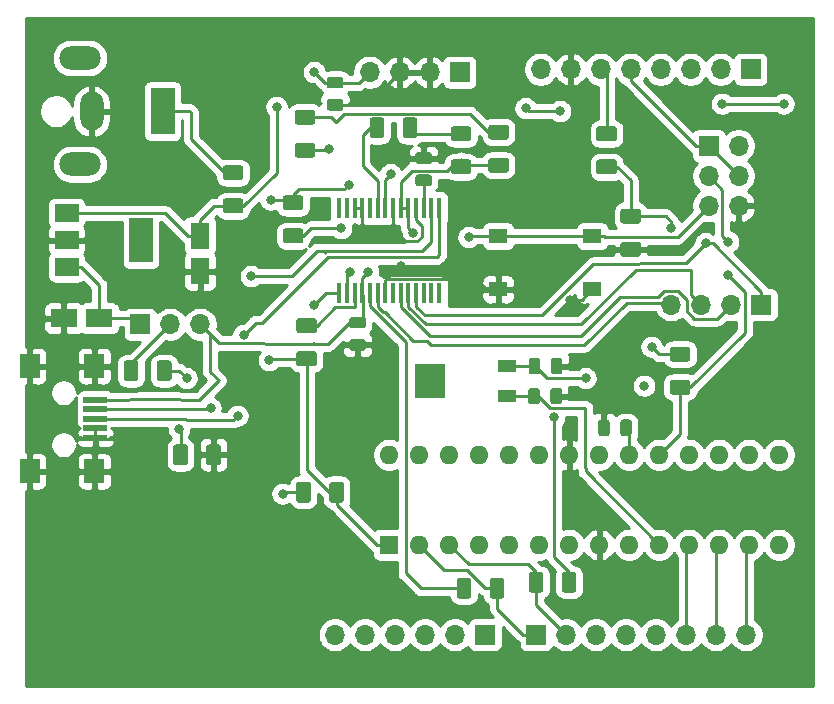
<source format=gbr>
G04 #@! TF.GenerationSoftware,KiCad,Pcbnew,(5.1.5)-3*
G04 #@! TF.CreationDate,2020-06-01T17:25:31+02:00*
G04 #@! TF.ProjectId,aurduino_ng,61757264-7569-46e6-9f5f-6e672e6b6963,rev?*
G04 #@! TF.SameCoordinates,Original*
G04 #@! TF.FileFunction,Copper,L1,Top*
G04 #@! TF.FilePolarity,Positive*
%FSLAX46Y46*%
G04 Gerber Fmt 4.6, Leading zero omitted, Abs format (unit mm)*
G04 Created by KiCad (PCBNEW (5.1.5)-3) date 2020-06-01 17:25:31*
%MOMM*%
%LPD*%
G04 APERTURE LIST*
%ADD10R,2.000000X0.500000*%
%ADD11R,1.700000X2.000000*%
%ADD12R,1.700000X1.700000*%
%ADD13O,1.700000X1.700000*%
%ADD14R,1.600000X2.200000*%
%ADD15R,2.200000X1.600000*%
%ADD16C,0.100000*%
%ADD17R,2.000000X4.000000*%
%ADD18O,2.000000X3.300000*%
%ADD19O,3.500000X2.000000*%
%ADD20R,1.550000X1.300000*%
%ADD21R,0.450000X1.750000*%
%ADD22R,2.000000X3.800000*%
%ADD23R,2.000000X1.500000*%
%ADD24R,1.600000X1.600000*%
%ADD25O,1.600000X1.600000*%
%ADD26R,1.600000X1.000000*%
%ADD27R,2.500000X3.000000*%
%ADD28C,0.800000*%
%ADD29C,0.250000*%
%ADD30C,0.254000*%
G04 APERTURE END LIST*
D10*
X116365000Y-114732000D03*
X116365000Y-115532000D03*
X116365000Y-116332000D03*
X116365000Y-117132000D03*
X116365000Y-117932000D03*
D11*
X116265000Y-111882000D03*
X110815000Y-111882000D03*
X116265000Y-120782000D03*
X110815000Y-120782000D03*
D12*
X153670000Y-134620000D03*
D13*
X156210000Y-134620000D03*
X158750000Y-134620000D03*
X161290000Y-134620000D03*
X163830000Y-134620000D03*
X166370000Y-134620000D03*
X168910000Y-134620000D03*
X171450000Y-134620000D03*
D14*
X125222000Y-103838000D03*
X125222000Y-100838000D03*
D15*
X116689000Y-107823000D03*
X113689000Y-107823000D03*
G04 #@! TA.AperFunction,SMDPad,CuDef*
D16*
G36*
X128665504Y-97680204D02*
G01*
X128689773Y-97683804D01*
X128713571Y-97689765D01*
X128736671Y-97698030D01*
X128758849Y-97708520D01*
X128779893Y-97721133D01*
X128799598Y-97735747D01*
X128817777Y-97752223D01*
X128834253Y-97770402D01*
X128848867Y-97790107D01*
X128861480Y-97811151D01*
X128871970Y-97833329D01*
X128880235Y-97856429D01*
X128886196Y-97880227D01*
X128889796Y-97904496D01*
X128891000Y-97929000D01*
X128891000Y-98679000D01*
X128889796Y-98703504D01*
X128886196Y-98727773D01*
X128880235Y-98751571D01*
X128871970Y-98774671D01*
X128861480Y-98796849D01*
X128848867Y-98817893D01*
X128834253Y-98837598D01*
X128817777Y-98855777D01*
X128799598Y-98872253D01*
X128779893Y-98886867D01*
X128758849Y-98899480D01*
X128736671Y-98909970D01*
X128713571Y-98918235D01*
X128689773Y-98924196D01*
X128665504Y-98927796D01*
X128641000Y-98929000D01*
X127391000Y-98929000D01*
X127366496Y-98927796D01*
X127342227Y-98924196D01*
X127318429Y-98918235D01*
X127295329Y-98909970D01*
X127273151Y-98899480D01*
X127252107Y-98886867D01*
X127232402Y-98872253D01*
X127214223Y-98855777D01*
X127197747Y-98837598D01*
X127183133Y-98817893D01*
X127170520Y-98796849D01*
X127160030Y-98774671D01*
X127151765Y-98751571D01*
X127145804Y-98727773D01*
X127142204Y-98703504D01*
X127141000Y-98679000D01*
X127141000Y-97929000D01*
X127142204Y-97904496D01*
X127145804Y-97880227D01*
X127151765Y-97856429D01*
X127160030Y-97833329D01*
X127170520Y-97811151D01*
X127183133Y-97790107D01*
X127197747Y-97770402D01*
X127214223Y-97752223D01*
X127232402Y-97735747D01*
X127252107Y-97721133D01*
X127273151Y-97708520D01*
X127295329Y-97698030D01*
X127318429Y-97689765D01*
X127342227Y-97683804D01*
X127366496Y-97680204D01*
X127391000Y-97679000D01*
X128641000Y-97679000D01*
X128665504Y-97680204D01*
G37*
G04 #@! TD.AperFunction*
G04 #@! TA.AperFunction,SMDPad,CuDef*
G36*
X128665504Y-94880204D02*
G01*
X128689773Y-94883804D01*
X128713571Y-94889765D01*
X128736671Y-94898030D01*
X128758849Y-94908520D01*
X128779893Y-94921133D01*
X128799598Y-94935747D01*
X128817777Y-94952223D01*
X128834253Y-94970402D01*
X128848867Y-94990107D01*
X128861480Y-95011151D01*
X128871970Y-95033329D01*
X128880235Y-95056429D01*
X128886196Y-95080227D01*
X128889796Y-95104496D01*
X128891000Y-95129000D01*
X128891000Y-95879000D01*
X128889796Y-95903504D01*
X128886196Y-95927773D01*
X128880235Y-95951571D01*
X128871970Y-95974671D01*
X128861480Y-95996849D01*
X128848867Y-96017893D01*
X128834253Y-96037598D01*
X128817777Y-96055777D01*
X128799598Y-96072253D01*
X128779893Y-96086867D01*
X128758849Y-96099480D01*
X128736671Y-96109970D01*
X128713571Y-96118235D01*
X128689773Y-96124196D01*
X128665504Y-96127796D01*
X128641000Y-96129000D01*
X127391000Y-96129000D01*
X127366496Y-96127796D01*
X127342227Y-96124196D01*
X127318429Y-96118235D01*
X127295329Y-96109970D01*
X127273151Y-96099480D01*
X127252107Y-96086867D01*
X127232402Y-96072253D01*
X127214223Y-96055777D01*
X127197747Y-96037598D01*
X127183133Y-96017893D01*
X127170520Y-95996849D01*
X127160030Y-95974671D01*
X127151765Y-95951571D01*
X127145804Y-95927773D01*
X127142204Y-95903504D01*
X127141000Y-95879000D01*
X127141000Y-95129000D01*
X127142204Y-95104496D01*
X127145804Y-95080227D01*
X127151765Y-95056429D01*
X127160030Y-95033329D01*
X127170520Y-95011151D01*
X127183133Y-94990107D01*
X127197747Y-94970402D01*
X127214223Y-94952223D01*
X127232402Y-94935747D01*
X127252107Y-94921133D01*
X127273151Y-94908520D01*
X127295329Y-94898030D01*
X127318429Y-94889765D01*
X127342227Y-94883804D01*
X127366496Y-94880204D01*
X127391000Y-94879000D01*
X128641000Y-94879000D01*
X128665504Y-94880204D01*
G37*
G04 #@! TD.AperFunction*
G04 #@! TA.AperFunction,SMDPad,CuDef*
G36*
X123964504Y-118506204D02*
G01*
X123988773Y-118509804D01*
X124012571Y-118515765D01*
X124035671Y-118524030D01*
X124057849Y-118534520D01*
X124078893Y-118547133D01*
X124098598Y-118561747D01*
X124116777Y-118578223D01*
X124133253Y-118596402D01*
X124147867Y-118616107D01*
X124160480Y-118637151D01*
X124170970Y-118659329D01*
X124179235Y-118682429D01*
X124185196Y-118706227D01*
X124188796Y-118730496D01*
X124190000Y-118755000D01*
X124190000Y-120005000D01*
X124188796Y-120029504D01*
X124185196Y-120053773D01*
X124179235Y-120077571D01*
X124170970Y-120100671D01*
X124160480Y-120122849D01*
X124147867Y-120143893D01*
X124133253Y-120163598D01*
X124116777Y-120181777D01*
X124098598Y-120198253D01*
X124078893Y-120212867D01*
X124057849Y-120225480D01*
X124035671Y-120235970D01*
X124012571Y-120244235D01*
X123988773Y-120250196D01*
X123964504Y-120253796D01*
X123940000Y-120255000D01*
X123190000Y-120255000D01*
X123165496Y-120253796D01*
X123141227Y-120250196D01*
X123117429Y-120244235D01*
X123094329Y-120235970D01*
X123072151Y-120225480D01*
X123051107Y-120212867D01*
X123031402Y-120198253D01*
X123013223Y-120181777D01*
X122996747Y-120163598D01*
X122982133Y-120143893D01*
X122969520Y-120122849D01*
X122959030Y-120100671D01*
X122950765Y-120077571D01*
X122944804Y-120053773D01*
X122941204Y-120029504D01*
X122940000Y-120005000D01*
X122940000Y-118755000D01*
X122941204Y-118730496D01*
X122944804Y-118706227D01*
X122950765Y-118682429D01*
X122959030Y-118659329D01*
X122969520Y-118637151D01*
X122982133Y-118616107D01*
X122996747Y-118596402D01*
X123013223Y-118578223D01*
X123031402Y-118561747D01*
X123051107Y-118547133D01*
X123072151Y-118534520D01*
X123094329Y-118524030D01*
X123117429Y-118515765D01*
X123141227Y-118509804D01*
X123165496Y-118506204D01*
X123190000Y-118505000D01*
X123940000Y-118505000D01*
X123964504Y-118506204D01*
G37*
G04 #@! TD.AperFunction*
G04 #@! TA.AperFunction,SMDPad,CuDef*
G36*
X126764504Y-118506204D02*
G01*
X126788773Y-118509804D01*
X126812571Y-118515765D01*
X126835671Y-118524030D01*
X126857849Y-118534520D01*
X126878893Y-118547133D01*
X126898598Y-118561747D01*
X126916777Y-118578223D01*
X126933253Y-118596402D01*
X126947867Y-118616107D01*
X126960480Y-118637151D01*
X126970970Y-118659329D01*
X126979235Y-118682429D01*
X126985196Y-118706227D01*
X126988796Y-118730496D01*
X126990000Y-118755000D01*
X126990000Y-120005000D01*
X126988796Y-120029504D01*
X126985196Y-120053773D01*
X126979235Y-120077571D01*
X126970970Y-120100671D01*
X126960480Y-120122849D01*
X126947867Y-120143893D01*
X126933253Y-120163598D01*
X126916777Y-120181777D01*
X126898598Y-120198253D01*
X126878893Y-120212867D01*
X126857849Y-120225480D01*
X126835671Y-120235970D01*
X126812571Y-120244235D01*
X126788773Y-120250196D01*
X126764504Y-120253796D01*
X126740000Y-120255000D01*
X125990000Y-120255000D01*
X125965496Y-120253796D01*
X125941227Y-120250196D01*
X125917429Y-120244235D01*
X125894329Y-120235970D01*
X125872151Y-120225480D01*
X125851107Y-120212867D01*
X125831402Y-120198253D01*
X125813223Y-120181777D01*
X125796747Y-120163598D01*
X125782133Y-120143893D01*
X125769520Y-120122849D01*
X125759030Y-120100671D01*
X125750765Y-120077571D01*
X125744804Y-120053773D01*
X125741204Y-120029504D01*
X125740000Y-120005000D01*
X125740000Y-118755000D01*
X125741204Y-118730496D01*
X125744804Y-118706227D01*
X125750765Y-118682429D01*
X125759030Y-118659329D01*
X125769520Y-118637151D01*
X125782133Y-118616107D01*
X125796747Y-118596402D01*
X125813223Y-118578223D01*
X125831402Y-118561747D01*
X125851107Y-118547133D01*
X125872151Y-118534520D01*
X125894329Y-118524030D01*
X125917429Y-118515765D01*
X125941227Y-118509804D01*
X125965496Y-118506204D01*
X125990000Y-118505000D01*
X126740000Y-118505000D01*
X126764504Y-118506204D01*
G37*
G04 #@! TD.AperFunction*
G04 #@! TA.AperFunction,SMDPad,CuDef*
G36*
X140601504Y-90820204D02*
G01*
X140625773Y-90823804D01*
X140649571Y-90829765D01*
X140672671Y-90838030D01*
X140694849Y-90848520D01*
X140715893Y-90861133D01*
X140735598Y-90875747D01*
X140753777Y-90892223D01*
X140770253Y-90910402D01*
X140784867Y-90930107D01*
X140797480Y-90951151D01*
X140807970Y-90973329D01*
X140816235Y-90996429D01*
X140822196Y-91020227D01*
X140825796Y-91044496D01*
X140827000Y-91069000D01*
X140827000Y-92319000D01*
X140825796Y-92343504D01*
X140822196Y-92367773D01*
X140816235Y-92391571D01*
X140807970Y-92414671D01*
X140797480Y-92436849D01*
X140784867Y-92457893D01*
X140770253Y-92477598D01*
X140753777Y-92495777D01*
X140735598Y-92512253D01*
X140715893Y-92526867D01*
X140694849Y-92539480D01*
X140672671Y-92549970D01*
X140649571Y-92558235D01*
X140625773Y-92564196D01*
X140601504Y-92567796D01*
X140577000Y-92569000D01*
X139827000Y-92569000D01*
X139802496Y-92567796D01*
X139778227Y-92564196D01*
X139754429Y-92558235D01*
X139731329Y-92549970D01*
X139709151Y-92539480D01*
X139688107Y-92526867D01*
X139668402Y-92512253D01*
X139650223Y-92495777D01*
X139633747Y-92477598D01*
X139619133Y-92457893D01*
X139606520Y-92436849D01*
X139596030Y-92414671D01*
X139587765Y-92391571D01*
X139581804Y-92367773D01*
X139578204Y-92343504D01*
X139577000Y-92319000D01*
X139577000Y-91069000D01*
X139578204Y-91044496D01*
X139581804Y-91020227D01*
X139587765Y-90996429D01*
X139596030Y-90973329D01*
X139606520Y-90951151D01*
X139619133Y-90930107D01*
X139633747Y-90910402D01*
X139650223Y-90892223D01*
X139668402Y-90875747D01*
X139688107Y-90861133D01*
X139709151Y-90848520D01*
X139731329Y-90838030D01*
X139754429Y-90829765D01*
X139778227Y-90823804D01*
X139802496Y-90820204D01*
X139827000Y-90819000D01*
X140577000Y-90819000D01*
X140601504Y-90820204D01*
G37*
G04 #@! TD.AperFunction*
G04 #@! TA.AperFunction,SMDPad,CuDef*
G36*
X143401504Y-90820204D02*
G01*
X143425773Y-90823804D01*
X143449571Y-90829765D01*
X143472671Y-90838030D01*
X143494849Y-90848520D01*
X143515893Y-90861133D01*
X143535598Y-90875747D01*
X143553777Y-90892223D01*
X143570253Y-90910402D01*
X143584867Y-90930107D01*
X143597480Y-90951151D01*
X143607970Y-90973329D01*
X143616235Y-90996429D01*
X143622196Y-91020227D01*
X143625796Y-91044496D01*
X143627000Y-91069000D01*
X143627000Y-92319000D01*
X143625796Y-92343504D01*
X143622196Y-92367773D01*
X143616235Y-92391571D01*
X143607970Y-92414671D01*
X143597480Y-92436849D01*
X143584867Y-92457893D01*
X143570253Y-92477598D01*
X143553777Y-92495777D01*
X143535598Y-92512253D01*
X143515893Y-92526867D01*
X143494849Y-92539480D01*
X143472671Y-92549970D01*
X143449571Y-92558235D01*
X143425773Y-92564196D01*
X143401504Y-92567796D01*
X143377000Y-92569000D01*
X142627000Y-92569000D01*
X142602496Y-92567796D01*
X142578227Y-92564196D01*
X142554429Y-92558235D01*
X142531329Y-92549970D01*
X142509151Y-92539480D01*
X142488107Y-92526867D01*
X142468402Y-92512253D01*
X142450223Y-92495777D01*
X142433747Y-92477598D01*
X142419133Y-92457893D01*
X142406520Y-92436849D01*
X142396030Y-92414671D01*
X142387765Y-92391571D01*
X142381804Y-92367773D01*
X142378204Y-92343504D01*
X142377000Y-92319000D01*
X142377000Y-91069000D01*
X142378204Y-91044496D01*
X142381804Y-91020227D01*
X142387765Y-90996429D01*
X142396030Y-90973329D01*
X142406520Y-90951151D01*
X142419133Y-90930107D01*
X142433747Y-90910402D01*
X142450223Y-90892223D01*
X142468402Y-90875747D01*
X142488107Y-90861133D01*
X142509151Y-90848520D01*
X142531329Y-90838030D01*
X142554429Y-90829765D01*
X142578227Y-90823804D01*
X142602496Y-90820204D01*
X142627000Y-90819000D01*
X143377000Y-90819000D01*
X143401504Y-90820204D01*
G37*
G04 #@! TD.AperFunction*
G04 #@! TA.AperFunction,SMDPad,CuDef*
G36*
X134761504Y-90175204D02*
G01*
X134785773Y-90178804D01*
X134809571Y-90184765D01*
X134832671Y-90193030D01*
X134854849Y-90203520D01*
X134875893Y-90216133D01*
X134895598Y-90230747D01*
X134913777Y-90247223D01*
X134930253Y-90265402D01*
X134944867Y-90285107D01*
X134957480Y-90306151D01*
X134967970Y-90328329D01*
X134976235Y-90351429D01*
X134982196Y-90375227D01*
X134985796Y-90399496D01*
X134987000Y-90424000D01*
X134987000Y-91174000D01*
X134985796Y-91198504D01*
X134982196Y-91222773D01*
X134976235Y-91246571D01*
X134967970Y-91269671D01*
X134957480Y-91291849D01*
X134944867Y-91312893D01*
X134930253Y-91332598D01*
X134913777Y-91350777D01*
X134895598Y-91367253D01*
X134875893Y-91381867D01*
X134854849Y-91394480D01*
X134832671Y-91404970D01*
X134809571Y-91413235D01*
X134785773Y-91419196D01*
X134761504Y-91422796D01*
X134737000Y-91424000D01*
X133487000Y-91424000D01*
X133462496Y-91422796D01*
X133438227Y-91419196D01*
X133414429Y-91413235D01*
X133391329Y-91404970D01*
X133369151Y-91394480D01*
X133348107Y-91381867D01*
X133328402Y-91367253D01*
X133310223Y-91350777D01*
X133293747Y-91332598D01*
X133279133Y-91312893D01*
X133266520Y-91291849D01*
X133256030Y-91269671D01*
X133247765Y-91246571D01*
X133241804Y-91222773D01*
X133238204Y-91198504D01*
X133237000Y-91174000D01*
X133237000Y-90424000D01*
X133238204Y-90399496D01*
X133241804Y-90375227D01*
X133247765Y-90351429D01*
X133256030Y-90328329D01*
X133266520Y-90306151D01*
X133279133Y-90285107D01*
X133293747Y-90265402D01*
X133310223Y-90247223D01*
X133328402Y-90230747D01*
X133348107Y-90216133D01*
X133369151Y-90203520D01*
X133391329Y-90193030D01*
X133414429Y-90184765D01*
X133438227Y-90178804D01*
X133462496Y-90175204D01*
X133487000Y-90174000D01*
X134737000Y-90174000D01*
X134761504Y-90175204D01*
G37*
G04 #@! TD.AperFunction*
G04 #@! TA.AperFunction,SMDPad,CuDef*
G36*
X134761504Y-92975204D02*
G01*
X134785773Y-92978804D01*
X134809571Y-92984765D01*
X134832671Y-92993030D01*
X134854849Y-93003520D01*
X134875893Y-93016133D01*
X134895598Y-93030747D01*
X134913777Y-93047223D01*
X134930253Y-93065402D01*
X134944867Y-93085107D01*
X134957480Y-93106151D01*
X134967970Y-93128329D01*
X134976235Y-93151429D01*
X134982196Y-93175227D01*
X134985796Y-93199496D01*
X134987000Y-93224000D01*
X134987000Y-93974000D01*
X134985796Y-93998504D01*
X134982196Y-94022773D01*
X134976235Y-94046571D01*
X134967970Y-94069671D01*
X134957480Y-94091849D01*
X134944867Y-94112893D01*
X134930253Y-94132598D01*
X134913777Y-94150777D01*
X134895598Y-94167253D01*
X134875893Y-94181867D01*
X134854849Y-94194480D01*
X134832671Y-94204970D01*
X134809571Y-94213235D01*
X134785773Y-94219196D01*
X134761504Y-94222796D01*
X134737000Y-94224000D01*
X133487000Y-94224000D01*
X133462496Y-94222796D01*
X133438227Y-94219196D01*
X133414429Y-94213235D01*
X133391329Y-94204970D01*
X133369151Y-94194480D01*
X133348107Y-94181867D01*
X133328402Y-94167253D01*
X133310223Y-94150777D01*
X133293747Y-94132598D01*
X133279133Y-94112893D01*
X133266520Y-94091849D01*
X133256030Y-94069671D01*
X133247765Y-94046571D01*
X133241804Y-94022773D01*
X133238204Y-93998504D01*
X133237000Y-93974000D01*
X133237000Y-93224000D01*
X133238204Y-93199496D01*
X133241804Y-93175227D01*
X133247765Y-93151429D01*
X133256030Y-93128329D01*
X133266520Y-93106151D01*
X133279133Y-93085107D01*
X133293747Y-93065402D01*
X133310223Y-93047223D01*
X133328402Y-93030747D01*
X133348107Y-93016133D01*
X133369151Y-93003520D01*
X133391329Y-92993030D01*
X133414429Y-92984765D01*
X133438227Y-92978804D01*
X133462496Y-92975204D01*
X133487000Y-92974000D01*
X134737000Y-92974000D01*
X134761504Y-92975204D01*
G37*
G04 #@! TD.AperFunction*
G04 #@! TA.AperFunction,SMDPad,CuDef*
G36*
X162320504Y-101357204D02*
G01*
X162344773Y-101360804D01*
X162368571Y-101366765D01*
X162391671Y-101375030D01*
X162413849Y-101385520D01*
X162434893Y-101398133D01*
X162454598Y-101412747D01*
X162472777Y-101429223D01*
X162489253Y-101447402D01*
X162503867Y-101467107D01*
X162516480Y-101488151D01*
X162526970Y-101510329D01*
X162535235Y-101533429D01*
X162541196Y-101557227D01*
X162544796Y-101581496D01*
X162546000Y-101606000D01*
X162546000Y-102356000D01*
X162544796Y-102380504D01*
X162541196Y-102404773D01*
X162535235Y-102428571D01*
X162526970Y-102451671D01*
X162516480Y-102473849D01*
X162503867Y-102494893D01*
X162489253Y-102514598D01*
X162472777Y-102532777D01*
X162454598Y-102549253D01*
X162434893Y-102563867D01*
X162413849Y-102576480D01*
X162391671Y-102586970D01*
X162368571Y-102595235D01*
X162344773Y-102601196D01*
X162320504Y-102604796D01*
X162296000Y-102606000D01*
X161046000Y-102606000D01*
X161021496Y-102604796D01*
X160997227Y-102601196D01*
X160973429Y-102595235D01*
X160950329Y-102586970D01*
X160928151Y-102576480D01*
X160907107Y-102563867D01*
X160887402Y-102549253D01*
X160869223Y-102532777D01*
X160852747Y-102514598D01*
X160838133Y-102494893D01*
X160825520Y-102473849D01*
X160815030Y-102451671D01*
X160806765Y-102428571D01*
X160800804Y-102404773D01*
X160797204Y-102380504D01*
X160796000Y-102356000D01*
X160796000Y-101606000D01*
X160797204Y-101581496D01*
X160800804Y-101557227D01*
X160806765Y-101533429D01*
X160815030Y-101510329D01*
X160825520Y-101488151D01*
X160838133Y-101467107D01*
X160852747Y-101447402D01*
X160869223Y-101429223D01*
X160887402Y-101412747D01*
X160907107Y-101398133D01*
X160928151Y-101385520D01*
X160950329Y-101375030D01*
X160973429Y-101366765D01*
X160997227Y-101360804D01*
X161021496Y-101357204D01*
X161046000Y-101356000D01*
X162296000Y-101356000D01*
X162320504Y-101357204D01*
G37*
G04 #@! TD.AperFunction*
G04 #@! TA.AperFunction,SMDPad,CuDef*
G36*
X162320504Y-98557204D02*
G01*
X162344773Y-98560804D01*
X162368571Y-98566765D01*
X162391671Y-98575030D01*
X162413849Y-98585520D01*
X162434893Y-98598133D01*
X162454598Y-98612747D01*
X162472777Y-98629223D01*
X162489253Y-98647402D01*
X162503867Y-98667107D01*
X162516480Y-98688151D01*
X162526970Y-98710329D01*
X162535235Y-98733429D01*
X162541196Y-98757227D01*
X162544796Y-98781496D01*
X162546000Y-98806000D01*
X162546000Y-99556000D01*
X162544796Y-99580504D01*
X162541196Y-99604773D01*
X162535235Y-99628571D01*
X162526970Y-99651671D01*
X162516480Y-99673849D01*
X162503867Y-99694893D01*
X162489253Y-99714598D01*
X162472777Y-99732777D01*
X162454598Y-99749253D01*
X162434893Y-99763867D01*
X162413849Y-99776480D01*
X162391671Y-99786970D01*
X162368571Y-99795235D01*
X162344773Y-99801196D01*
X162320504Y-99804796D01*
X162296000Y-99806000D01*
X161046000Y-99806000D01*
X161021496Y-99804796D01*
X160997227Y-99801196D01*
X160973429Y-99795235D01*
X160950329Y-99786970D01*
X160928151Y-99776480D01*
X160907107Y-99763867D01*
X160887402Y-99749253D01*
X160869223Y-99732777D01*
X160852747Y-99714598D01*
X160838133Y-99694893D01*
X160825520Y-99673849D01*
X160815030Y-99651671D01*
X160806765Y-99628571D01*
X160800804Y-99604773D01*
X160797204Y-99580504D01*
X160796000Y-99556000D01*
X160796000Y-98806000D01*
X160797204Y-98781496D01*
X160800804Y-98757227D01*
X160806765Y-98733429D01*
X160815030Y-98710329D01*
X160825520Y-98688151D01*
X160838133Y-98667107D01*
X160852747Y-98647402D01*
X160869223Y-98629223D01*
X160887402Y-98612747D01*
X160907107Y-98598133D01*
X160928151Y-98585520D01*
X160950329Y-98575030D01*
X160973429Y-98566765D01*
X160997227Y-98560804D01*
X161021496Y-98557204D01*
X161046000Y-98556000D01*
X162296000Y-98556000D01*
X162320504Y-98557204D01*
G37*
G04 #@! TD.AperFunction*
D17*
X122047000Y-90297000D03*
D18*
X116047000Y-90297000D03*
D19*
X115047000Y-85797000D03*
X115047000Y-94797000D03*
D12*
X168275000Y-93218000D03*
D13*
X170815000Y-93218000D03*
X168275000Y-95758000D03*
X170815000Y-95758000D03*
X168275000Y-98298000D03*
X170815000Y-98298000D03*
D12*
X149352000Y-134620000D03*
D13*
X146812000Y-134620000D03*
X144272000Y-134620000D03*
X141732000Y-134620000D03*
X139192000Y-134620000D03*
X136652000Y-134620000D03*
X154051000Y-86741000D03*
X156591000Y-86741000D03*
X159131000Y-86741000D03*
X161671000Y-86741000D03*
X164211000Y-86741000D03*
X166751000Y-86741000D03*
X169291000Y-86741000D03*
D12*
X171831000Y-86741000D03*
G04 #@! TA.AperFunction,SMDPad,CuDef*
D16*
G36*
X122579504Y-111394204D02*
G01*
X122603773Y-111397804D01*
X122627571Y-111403765D01*
X122650671Y-111412030D01*
X122672849Y-111422520D01*
X122693893Y-111435133D01*
X122713598Y-111449747D01*
X122731777Y-111466223D01*
X122748253Y-111484402D01*
X122762867Y-111504107D01*
X122775480Y-111525151D01*
X122785970Y-111547329D01*
X122794235Y-111570429D01*
X122800196Y-111594227D01*
X122803796Y-111618496D01*
X122805000Y-111643000D01*
X122805000Y-112893000D01*
X122803796Y-112917504D01*
X122800196Y-112941773D01*
X122794235Y-112965571D01*
X122785970Y-112988671D01*
X122775480Y-113010849D01*
X122762867Y-113031893D01*
X122748253Y-113051598D01*
X122731777Y-113069777D01*
X122713598Y-113086253D01*
X122693893Y-113100867D01*
X122672849Y-113113480D01*
X122650671Y-113123970D01*
X122627571Y-113132235D01*
X122603773Y-113138196D01*
X122579504Y-113141796D01*
X122555000Y-113143000D01*
X121805000Y-113143000D01*
X121780496Y-113141796D01*
X121756227Y-113138196D01*
X121732429Y-113132235D01*
X121709329Y-113123970D01*
X121687151Y-113113480D01*
X121666107Y-113100867D01*
X121646402Y-113086253D01*
X121628223Y-113069777D01*
X121611747Y-113051598D01*
X121597133Y-113031893D01*
X121584520Y-113010849D01*
X121574030Y-112988671D01*
X121565765Y-112965571D01*
X121559804Y-112941773D01*
X121556204Y-112917504D01*
X121555000Y-112893000D01*
X121555000Y-111643000D01*
X121556204Y-111618496D01*
X121559804Y-111594227D01*
X121565765Y-111570429D01*
X121574030Y-111547329D01*
X121584520Y-111525151D01*
X121597133Y-111504107D01*
X121611747Y-111484402D01*
X121628223Y-111466223D01*
X121646402Y-111449747D01*
X121666107Y-111435133D01*
X121687151Y-111422520D01*
X121709329Y-111412030D01*
X121732429Y-111403765D01*
X121756227Y-111397804D01*
X121780496Y-111394204D01*
X121805000Y-111393000D01*
X122555000Y-111393000D01*
X122579504Y-111394204D01*
G37*
G04 #@! TD.AperFunction*
G04 #@! TA.AperFunction,SMDPad,CuDef*
G36*
X119779504Y-111394204D02*
G01*
X119803773Y-111397804D01*
X119827571Y-111403765D01*
X119850671Y-111412030D01*
X119872849Y-111422520D01*
X119893893Y-111435133D01*
X119913598Y-111449747D01*
X119931777Y-111466223D01*
X119948253Y-111484402D01*
X119962867Y-111504107D01*
X119975480Y-111525151D01*
X119985970Y-111547329D01*
X119994235Y-111570429D01*
X120000196Y-111594227D01*
X120003796Y-111618496D01*
X120005000Y-111643000D01*
X120005000Y-112893000D01*
X120003796Y-112917504D01*
X120000196Y-112941773D01*
X119994235Y-112965571D01*
X119985970Y-112988671D01*
X119975480Y-113010849D01*
X119962867Y-113031893D01*
X119948253Y-113051598D01*
X119931777Y-113069777D01*
X119913598Y-113086253D01*
X119893893Y-113100867D01*
X119872849Y-113113480D01*
X119850671Y-113123970D01*
X119827571Y-113132235D01*
X119803773Y-113138196D01*
X119779504Y-113141796D01*
X119755000Y-113143000D01*
X119005000Y-113143000D01*
X118980496Y-113141796D01*
X118956227Y-113138196D01*
X118932429Y-113132235D01*
X118909329Y-113123970D01*
X118887151Y-113113480D01*
X118866107Y-113100867D01*
X118846402Y-113086253D01*
X118828223Y-113069777D01*
X118811747Y-113051598D01*
X118797133Y-113031893D01*
X118784520Y-113010849D01*
X118774030Y-112988671D01*
X118765765Y-112965571D01*
X118759804Y-112941773D01*
X118756204Y-112917504D01*
X118755000Y-112893000D01*
X118755000Y-111643000D01*
X118756204Y-111618496D01*
X118759804Y-111594227D01*
X118765765Y-111570429D01*
X118774030Y-111547329D01*
X118784520Y-111525151D01*
X118797133Y-111504107D01*
X118811747Y-111484402D01*
X118828223Y-111466223D01*
X118846402Y-111449747D01*
X118866107Y-111435133D01*
X118887151Y-111422520D01*
X118909329Y-111412030D01*
X118932429Y-111403765D01*
X118956227Y-111397804D01*
X118980496Y-111394204D01*
X119005000Y-111393000D01*
X119755000Y-111393000D01*
X119779504Y-111394204D01*
G37*
G04 #@! TD.AperFunction*
G04 #@! TA.AperFunction,SMDPad,CuDef*
G36*
X134888504Y-107828204D02*
G01*
X134912773Y-107831804D01*
X134936571Y-107837765D01*
X134959671Y-107846030D01*
X134981849Y-107856520D01*
X135002893Y-107869133D01*
X135022598Y-107883747D01*
X135040777Y-107900223D01*
X135057253Y-107918402D01*
X135071867Y-107938107D01*
X135084480Y-107959151D01*
X135094970Y-107981329D01*
X135103235Y-108004429D01*
X135109196Y-108028227D01*
X135112796Y-108052496D01*
X135114000Y-108077000D01*
X135114000Y-108827000D01*
X135112796Y-108851504D01*
X135109196Y-108875773D01*
X135103235Y-108899571D01*
X135094970Y-108922671D01*
X135084480Y-108944849D01*
X135071867Y-108965893D01*
X135057253Y-108985598D01*
X135040777Y-109003777D01*
X135022598Y-109020253D01*
X135002893Y-109034867D01*
X134981849Y-109047480D01*
X134959671Y-109057970D01*
X134936571Y-109066235D01*
X134912773Y-109072196D01*
X134888504Y-109075796D01*
X134864000Y-109077000D01*
X133614000Y-109077000D01*
X133589496Y-109075796D01*
X133565227Y-109072196D01*
X133541429Y-109066235D01*
X133518329Y-109057970D01*
X133496151Y-109047480D01*
X133475107Y-109034867D01*
X133455402Y-109020253D01*
X133437223Y-109003777D01*
X133420747Y-108985598D01*
X133406133Y-108965893D01*
X133393520Y-108944849D01*
X133383030Y-108922671D01*
X133374765Y-108899571D01*
X133368804Y-108875773D01*
X133365204Y-108851504D01*
X133364000Y-108827000D01*
X133364000Y-108077000D01*
X133365204Y-108052496D01*
X133368804Y-108028227D01*
X133374765Y-108004429D01*
X133383030Y-107981329D01*
X133393520Y-107959151D01*
X133406133Y-107938107D01*
X133420747Y-107918402D01*
X133437223Y-107900223D01*
X133455402Y-107883747D01*
X133475107Y-107869133D01*
X133496151Y-107856520D01*
X133518329Y-107846030D01*
X133541429Y-107837765D01*
X133565227Y-107831804D01*
X133589496Y-107828204D01*
X133614000Y-107827000D01*
X134864000Y-107827000D01*
X134888504Y-107828204D01*
G37*
G04 #@! TD.AperFunction*
G04 #@! TA.AperFunction,SMDPad,CuDef*
G36*
X134888504Y-110628204D02*
G01*
X134912773Y-110631804D01*
X134936571Y-110637765D01*
X134959671Y-110646030D01*
X134981849Y-110656520D01*
X135002893Y-110669133D01*
X135022598Y-110683747D01*
X135040777Y-110700223D01*
X135057253Y-110718402D01*
X135071867Y-110738107D01*
X135084480Y-110759151D01*
X135094970Y-110781329D01*
X135103235Y-110804429D01*
X135109196Y-110828227D01*
X135112796Y-110852496D01*
X135114000Y-110877000D01*
X135114000Y-111627000D01*
X135112796Y-111651504D01*
X135109196Y-111675773D01*
X135103235Y-111699571D01*
X135094970Y-111722671D01*
X135084480Y-111744849D01*
X135071867Y-111765893D01*
X135057253Y-111785598D01*
X135040777Y-111803777D01*
X135022598Y-111820253D01*
X135002893Y-111834867D01*
X134981849Y-111847480D01*
X134959671Y-111857970D01*
X134936571Y-111866235D01*
X134912773Y-111872196D01*
X134888504Y-111875796D01*
X134864000Y-111877000D01*
X133614000Y-111877000D01*
X133589496Y-111875796D01*
X133565227Y-111872196D01*
X133541429Y-111866235D01*
X133518329Y-111857970D01*
X133496151Y-111847480D01*
X133475107Y-111834867D01*
X133455402Y-111820253D01*
X133437223Y-111803777D01*
X133420747Y-111785598D01*
X133406133Y-111765893D01*
X133393520Y-111744849D01*
X133383030Y-111722671D01*
X133374765Y-111699571D01*
X133368804Y-111675773D01*
X133365204Y-111651504D01*
X133364000Y-111627000D01*
X133364000Y-110877000D01*
X133365204Y-110852496D01*
X133368804Y-110828227D01*
X133374765Y-110804429D01*
X133383030Y-110781329D01*
X133393520Y-110759151D01*
X133406133Y-110738107D01*
X133420747Y-110718402D01*
X133437223Y-110700223D01*
X133455402Y-110683747D01*
X133475107Y-110669133D01*
X133496151Y-110656520D01*
X133518329Y-110646030D01*
X133541429Y-110637765D01*
X133565227Y-110631804D01*
X133589496Y-110628204D01*
X133614000Y-110627000D01*
X134864000Y-110627000D01*
X134888504Y-110628204D01*
G37*
G04 #@! TD.AperFunction*
G04 #@! TA.AperFunction,SMDPad,CuDef*
G36*
X133745504Y-97420204D02*
G01*
X133769773Y-97423804D01*
X133793571Y-97429765D01*
X133816671Y-97438030D01*
X133838849Y-97448520D01*
X133859893Y-97461133D01*
X133879598Y-97475747D01*
X133897777Y-97492223D01*
X133914253Y-97510402D01*
X133928867Y-97530107D01*
X133941480Y-97551151D01*
X133951970Y-97573329D01*
X133960235Y-97596429D01*
X133966196Y-97620227D01*
X133969796Y-97644496D01*
X133971000Y-97669000D01*
X133971000Y-98419000D01*
X133969796Y-98443504D01*
X133966196Y-98467773D01*
X133960235Y-98491571D01*
X133951970Y-98514671D01*
X133941480Y-98536849D01*
X133928867Y-98557893D01*
X133914253Y-98577598D01*
X133897777Y-98595777D01*
X133879598Y-98612253D01*
X133859893Y-98626867D01*
X133838849Y-98639480D01*
X133816671Y-98649970D01*
X133793571Y-98658235D01*
X133769773Y-98664196D01*
X133745504Y-98667796D01*
X133721000Y-98669000D01*
X132471000Y-98669000D01*
X132446496Y-98667796D01*
X132422227Y-98664196D01*
X132398429Y-98658235D01*
X132375329Y-98649970D01*
X132353151Y-98639480D01*
X132332107Y-98626867D01*
X132312402Y-98612253D01*
X132294223Y-98595777D01*
X132277747Y-98577598D01*
X132263133Y-98557893D01*
X132250520Y-98536849D01*
X132240030Y-98514671D01*
X132231765Y-98491571D01*
X132225804Y-98467773D01*
X132222204Y-98443504D01*
X132221000Y-98419000D01*
X132221000Y-97669000D01*
X132222204Y-97644496D01*
X132225804Y-97620227D01*
X132231765Y-97596429D01*
X132240030Y-97573329D01*
X132250520Y-97551151D01*
X132263133Y-97530107D01*
X132277747Y-97510402D01*
X132294223Y-97492223D01*
X132312402Y-97475747D01*
X132332107Y-97461133D01*
X132353151Y-97448520D01*
X132375329Y-97438030D01*
X132398429Y-97429765D01*
X132422227Y-97423804D01*
X132446496Y-97420204D01*
X132471000Y-97419000D01*
X133721000Y-97419000D01*
X133745504Y-97420204D01*
G37*
G04 #@! TD.AperFunction*
G04 #@! TA.AperFunction,SMDPad,CuDef*
G36*
X133745504Y-100220204D02*
G01*
X133769773Y-100223804D01*
X133793571Y-100229765D01*
X133816671Y-100238030D01*
X133838849Y-100248520D01*
X133859893Y-100261133D01*
X133879598Y-100275747D01*
X133897777Y-100292223D01*
X133914253Y-100310402D01*
X133928867Y-100330107D01*
X133941480Y-100351151D01*
X133951970Y-100373329D01*
X133960235Y-100396429D01*
X133966196Y-100420227D01*
X133969796Y-100444496D01*
X133971000Y-100469000D01*
X133971000Y-101219000D01*
X133969796Y-101243504D01*
X133966196Y-101267773D01*
X133960235Y-101291571D01*
X133951970Y-101314671D01*
X133941480Y-101336849D01*
X133928867Y-101357893D01*
X133914253Y-101377598D01*
X133897777Y-101395777D01*
X133879598Y-101412253D01*
X133859893Y-101426867D01*
X133838849Y-101439480D01*
X133816671Y-101449970D01*
X133793571Y-101458235D01*
X133769773Y-101464196D01*
X133745504Y-101467796D01*
X133721000Y-101469000D01*
X132471000Y-101469000D01*
X132446496Y-101467796D01*
X132422227Y-101464196D01*
X132398429Y-101458235D01*
X132375329Y-101449970D01*
X132353151Y-101439480D01*
X132332107Y-101426867D01*
X132312402Y-101412253D01*
X132294223Y-101395777D01*
X132277747Y-101377598D01*
X132263133Y-101357893D01*
X132250520Y-101336849D01*
X132240030Y-101314671D01*
X132231765Y-101291571D01*
X132225804Y-101267773D01*
X132222204Y-101243504D01*
X132221000Y-101219000D01*
X132221000Y-100469000D01*
X132222204Y-100444496D01*
X132225804Y-100420227D01*
X132231765Y-100396429D01*
X132240030Y-100373329D01*
X132250520Y-100351151D01*
X132263133Y-100330107D01*
X132277747Y-100310402D01*
X132294223Y-100292223D01*
X132312402Y-100275747D01*
X132332107Y-100261133D01*
X132353151Y-100248520D01*
X132375329Y-100238030D01*
X132398429Y-100229765D01*
X132422227Y-100223804D01*
X132446496Y-100220204D01*
X132471000Y-100219000D01*
X133721000Y-100219000D01*
X133745504Y-100220204D01*
G37*
G04 #@! TD.AperFunction*
G04 #@! TA.AperFunction,SMDPad,CuDef*
G36*
X147969504Y-94372204D02*
G01*
X147993773Y-94375804D01*
X148017571Y-94381765D01*
X148040671Y-94390030D01*
X148062849Y-94400520D01*
X148083893Y-94413133D01*
X148103598Y-94427747D01*
X148121777Y-94444223D01*
X148138253Y-94462402D01*
X148152867Y-94482107D01*
X148165480Y-94503151D01*
X148175970Y-94525329D01*
X148184235Y-94548429D01*
X148190196Y-94572227D01*
X148193796Y-94596496D01*
X148195000Y-94621000D01*
X148195000Y-95371000D01*
X148193796Y-95395504D01*
X148190196Y-95419773D01*
X148184235Y-95443571D01*
X148175970Y-95466671D01*
X148165480Y-95488849D01*
X148152867Y-95509893D01*
X148138253Y-95529598D01*
X148121777Y-95547777D01*
X148103598Y-95564253D01*
X148083893Y-95578867D01*
X148062849Y-95591480D01*
X148040671Y-95601970D01*
X148017571Y-95610235D01*
X147993773Y-95616196D01*
X147969504Y-95619796D01*
X147945000Y-95621000D01*
X146695000Y-95621000D01*
X146670496Y-95619796D01*
X146646227Y-95616196D01*
X146622429Y-95610235D01*
X146599329Y-95601970D01*
X146577151Y-95591480D01*
X146556107Y-95578867D01*
X146536402Y-95564253D01*
X146518223Y-95547777D01*
X146501747Y-95529598D01*
X146487133Y-95509893D01*
X146474520Y-95488849D01*
X146464030Y-95466671D01*
X146455765Y-95443571D01*
X146449804Y-95419773D01*
X146446204Y-95395504D01*
X146445000Y-95371000D01*
X146445000Y-94621000D01*
X146446204Y-94596496D01*
X146449804Y-94572227D01*
X146455765Y-94548429D01*
X146464030Y-94525329D01*
X146474520Y-94503151D01*
X146487133Y-94482107D01*
X146501747Y-94462402D01*
X146518223Y-94444223D01*
X146536402Y-94427747D01*
X146556107Y-94413133D01*
X146577151Y-94400520D01*
X146599329Y-94390030D01*
X146622429Y-94381765D01*
X146646227Y-94375804D01*
X146670496Y-94372204D01*
X146695000Y-94371000D01*
X147945000Y-94371000D01*
X147969504Y-94372204D01*
G37*
G04 #@! TD.AperFunction*
G04 #@! TA.AperFunction,SMDPad,CuDef*
G36*
X147969504Y-91572204D02*
G01*
X147993773Y-91575804D01*
X148017571Y-91581765D01*
X148040671Y-91590030D01*
X148062849Y-91600520D01*
X148083893Y-91613133D01*
X148103598Y-91627747D01*
X148121777Y-91644223D01*
X148138253Y-91662402D01*
X148152867Y-91682107D01*
X148165480Y-91703151D01*
X148175970Y-91725329D01*
X148184235Y-91748429D01*
X148190196Y-91772227D01*
X148193796Y-91796496D01*
X148195000Y-91821000D01*
X148195000Y-92571000D01*
X148193796Y-92595504D01*
X148190196Y-92619773D01*
X148184235Y-92643571D01*
X148175970Y-92666671D01*
X148165480Y-92688849D01*
X148152867Y-92709893D01*
X148138253Y-92729598D01*
X148121777Y-92747777D01*
X148103598Y-92764253D01*
X148083893Y-92778867D01*
X148062849Y-92791480D01*
X148040671Y-92801970D01*
X148017571Y-92810235D01*
X147993773Y-92816196D01*
X147969504Y-92819796D01*
X147945000Y-92821000D01*
X146695000Y-92821000D01*
X146670496Y-92819796D01*
X146646227Y-92816196D01*
X146622429Y-92810235D01*
X146599329Y-92801970D01*
X146577151Y-92791480D01*
X146556107Y-92778867D01*
X146536402Y-92764253D01*
X146518223Y-92747777D01*
X146501747Y-92729598D01*
X146487133Y-92709893D01*
X146474520Y-92688849D01*
X146464030Y-92666671D01*
X146455765Y-92643571D01*
X146449804Y-92619773D01*
X146446204Y-92595504D01*
X146445000Y-92571000D01*
X146445000Y-91821000D01*
X146446204Y-91796496D01*
X146449804Y-91772227D01*
X146455765Y-91748429D01*
X146464030Y-91725329D01*
X146474520Y-91703151D01*
X146487133Y-91682107D01*
X146501747Y-91662402D01*
X146518223Y-91644223D01*
X146536402Y-91627747D01*
X146556107Y-91613133D01*
X146577151Y-91600520D01*
X146599329Y-91590030D01*
X146622429Y-91581765D01*
X146646227Y-91575804D01*
X146670496Y-91572204D01*
X146695000Y-91571000D01*
X147945000Y-91571000D01*
X147969504Y-91572204D01*
G37*
G04 #@! TD.AperFunction*
G04 #@! TA.AperFunction,SMDPad,CuDef*
G36*
X151144504Y-91445204D02*
G01*
X151168773Y-91448804D01*
X151192571Y-91454765D01*
X151215671Y-91463030D01*
X151237849Y-91473520D01*
X151258893Y-91486133D01*
X151278598Y-91500747D01*
X151296777Y-91517223D01*
X151313253Y-91535402D01*
X151327867Y-91555107D01*
X151340480Y-91576151D01*
X151350970Y-91598329D01*
X151359235Y-91621429D01*
X151365196Y-91645227D01*
X151368796Y-91669496D01*
X151370000Y-91694000D01*
X151370000Y-92444000D01*
X151368796Y-92468504D01*
X151365196Y-92492773D01*
X151359235Y-92516571D01*
X151350970Y-92539671D01*
X151340480Y-92561849D01*
X151327867Y-92582893D01*
X151313253Y-92602598D01*
X151296777Y-92620777D01*
X151278598Y-92637253D01*
X151258893Y-92651867D01*
X151237849Y-92664480D01*
X151215671Y-92674970D01*
X151192571Y-92683235D01*
X151168773Y-92689196D01*
X151144504Y-92692796D01*
X151120000Y-92694000D01*
X149870000Y-92694000D01*
X149845496Y-92692796D01*
X149821227Y-92689196D01*
X149797429Y-92683235D01*
X149774329Y-92674970D01*
X149752151Y-92664480D01*
X149731107Y-92651867D01*
X149711402Y-92637253D01*
X149693223Y-92620777D01*
X149676747Y-92602598D01*
X149662133Y-92582893D01*
X149649520Y-92561849D01*
X149639030Y-92539671D01*
X149630765Y-92516571D01*
X149624804Y-92492773D01*
X149621204Y-92468504D01*
X149620000Y-92444000D01*
X149620000Y-91694000D01*
X149621204Y-91669496D01*
X149624804Y-91645227D01*
X149630765Y-91621429D01*
X149639030Y-91598329D01*
X149649520Y-91576151D01*
X149662133Y-91555107D01*
X149676747Y-91535402D01*
X149693223Y-91517223D01*
X149711402Y-91500747D01*
X149731107Y-91486133D01*
X149752151Y-91473520D01*
X149774329Y-91463030D01*
X149797429Y-91454765D01*
X149821227Y-91448804D01*
X149845496Y-91445204D01*
X149870000Y-91444000D01*
X151120000Y-91444000D01*
X151144504Y-91445204D01*
G37*
G04 #@! TD.AperFunction*
G04 #@! TA.AperFunction,SMDPad,CuDef*
G36*
X151144504Y-94245204D02*
G01*
X151168773Y-94248804D01*
X151192571Y-94254765D01*
X151215671Y-94263030D01*
X151237849Y-94273520D01*
X151258893Y-94286133D01*
X151278598Y-94300747D01*
X151296777Y-94317223D01*
X151313253Y-94335402D01*
X151327867Y-94355107D01*
X151340480Y-94376151D01*
X151350970Y-94398329D01*
X151359235Y-94421429D01*
X151365196Y-94445227D01*
X151368796Y-94469496D01*
X151370000Y-94494000D01*
X151370000Y-95244000D01*
X151368796Y-95268504D01*
X151365196Y-95292773D01*
X151359235Y-95316571D01*
X151350970Y-95339671D01*
X151340480Y-95361849D01*
X151327867Y-95382893D01*
X151313253Y-95402598D01*
X151296777Y-95420777D01*
X151278598Y-95437253D01*
X151258893Y-95451867D01*
X151237849Y-95464480D01*
X151215671Y-95474970D01*
X151192571Y-95483235D01*
X151168773Y-95489196D01*
X151144504Y-95492796D01*
X151120000Y-95494000D01*
X149870000Y-95494000D01*
X149845496Y-95492796D01*
X149821227Y-95489196D01*
X149797429Y-95483235D01*
X149774329Y-95474970D01*
X149752151Y-95464480D01*
X149731107Y-95451867D01*
X149711402Y-95437253D01*
X149693223Y-95420777D01*
X149676747Y-95402598D01*
X149662133Y-95382893D01*
X149649520Y-95361849D01*
X149639030Y-95339671D01*
X149630765Y-95316571D01*
X149624804Y-95292773D01*
X149621204Y-95268504D01*
X149620000Y-95244000D01*
X149620000Y-94494000D01*
X149621204Y-94469496D01*
X149624804Y-94445227D01*
X149630765Y-94421429D01*
X149639030Y-94398329D01*
X149649520Y-94376151D01*
X149662133Y-94355107D01*
X149676747Y-94335402D01*
X149693223Y-94317223D01*
X149711402Y-94300747D01*
X149731107Y-94286133D01*
X149752151Y-94273520D01*
X149774329Y-94263030D01*
X149797429Y-94254765D01*
X149821227Y-94248804D01*
X149845496Y-94245204D01*
X149870000Y-94244000D01*
X151120000Y-94244000D01*
X151144504Y-94245204D01*
G37*
G04 #@! TD.AperFunction*
G04 #@! TA.AperFunction,SMDPad,CuDef*
G36*
X134378504Y-121681204D02*
G01*
X134402773Y-121684804D01*
X134426571Y-121690765D01*
X134449671Y-121699030D01*
X134471849Y-121709520D01*
X134492893Y-121722133D01*
X134512598Y-121736747D01*
X134530777Y-121753223D01*
X134547253Y-121771402D01*
X134561867Y-121791107D01*
X134574480Y-121812151D01*
X134584970Y-121834329D01*
X134593235Y-121857429D01*
X134599196Y-121881227D01*
X134602796Y-121905496D01*
X134604000Y-121930000D01*
X134604000Y-123180000D01*
X134602796Y-123204504D01*
X134599196Y-123228773D01*
X134593235Y-123252571D01*
X134584970Y-123275671D01*
X134574480Y-123297849D01*
X134561867Y-123318893D01*
X134547253Y-123338598D01*
X134530777Y-123356777D01*
X134512598Y-123373253D01*
X134492893Y-123387867D01*
X134471849Y-123400480D01*
X134449671Y-123410970D01*
X134426571Y-123419235D01*
X134402773Y-123425196D01*
X134378504Y-123428796D01*
X134354000Y-123430000D01*
X133604000Y-123430000D01*
X133579496Y-123428796D01*
X133555227Y-123425196D01*
X133531429Y-123419235D01*
X133508329Y-123410970D01*
X133486151Y-123400480D01*
X133465107Y-123387867D01*
X133445402Y-123373253D01*
X133427223Y-123356777D01*
X133410747Y-123338598D01*
X133396133Y-123318893D01*
X133383520Y-123297849D01*
X133373030Y-123275671D01*
X133364765Y-123252571D01*
X133358804Y-123228773D01*
X133355204Y-123204504D01*
X133354000Y-123180000D01*
X133354000Y-121930000D01*
X133355204Y-121905496D01*
X133358804Y-121881227D01*
X133364765Y-121857429D01*
X133373030Y-121834329D01*
X133383520Y-121812151D01*
X133396133Y-121791107D01*
X133410747Y-121771402D01*
X133427223Y-121753223D01*
X133445402Y-121736747D01*
X133465107Y-121722133D01*
X133486151Y-121709520D01*
X133508329Y-121699030D01*
X133531429Y-121690765D01*
X133555227Y-121684804D01*
X133579496Y-121681204D01*
X133604000Y-121680000D01*
X134354000Y-121680000D01*
X134378504Y-121681204D01*
G37*
G04 #@! TD.AperFunction*
G04 #@! TA.AperFunction,SMDPad,CuDef*
G36*
X137178504Y-121681204D02*
G01*
X137202773Y-121684804D01*
X137226571Y-121690765D01*
X137249671Y-121699030D01*
X137271849Y-121709520D01*
X137292893Y-121722133D01*
X137312598Y-121736747D01*
X137330777Y-121753223D01*
X137347253Y-121771402D01*
X137361867Y-121791107D01*
X137374480Y-121812151D01*
X137384970Y-121834329D01*
X137393235Y-121857429D01*
X137399196Y-121881227D01*
X137402796Y-121905496D01*
X137404000Y-121930000D01*
X137404000Y-123180000D01*
X137402796Y-123204504D01*
X137399196Y-123228773D01*
X137393235Y-123252571D01*
X137384970Y-123275671D01*
X137374480Y-123297849D01*
X137361867Y-123318893D01*
X137347253Y-123338598D01*
X137330777Y-123356777D01*
X137312598Y-123373253D01*
X137292893Y-123387867D01*
X137271849Y-123400480D01*
X137249671Y-123410970D01*
X137226571Y-123419235D01*
X137202773Y-123425196D01*
X137178504Y-123428796D01*
X137154000Y-123430000D01*
X136404000Y-123430000D01*
X136379496Y-123428796D01*
X136355227Y-123425196D01*
X136331429Y-123419235D01*
X136308329Y-123410970D01*
X136286151Y-123400480D01*
X136265107Y-123387867D01*
X136245402Y-123373253D01*
X136227223Y-123356777D01*
X136210747Y-123338598D01*
X136196133Y-123318893D01*
X136183520Y-123297849D01*
X136173030Y-123275671D01*
X136164765Y-123252571D01*
X136158804Y-123228773D01*
X136155204Y-123204504D01*
X136154000Y-123180000D01*
X136154000Y-121930000D01*
X136155204Y-121905496D01*
X136158804Y-121881227D01*
X136164765Y-121857429D01*
X136173030Y-121834329D01*
X136183520Y-121812151D01*
X136196133Y-121791107D01*
X136210747Y-121771402D01*
X136227223Y-121753223D01*
X136245402Y-121736747D01*
X136265107Y-121722133D01*
X136286151Y-121709520D01*
X136308329Y-121699030D01*
X136331429Y-121690765D01*
X136355227Y-121684804D01*
X136379496Y-121681204D01*
X136404000Y-121680000D01*
X137154000Y-121680000D01*
X137178504Y-121681204D01*
G37*
G04 #@! TD.AperFunction*
G04 #@! TA.AperFunction,SMDPad,CuDef*
G36*
X154063504Y-129301204D02*
G01*
X154087773Y-129304804D01*
X154111571Y-129310765D01*
X154134671Y-129319030D01*
X154156849Y-129329520D01*
X154177893Y-129342133D01*
X154197598Y-129356747D01*
X154215777Y-129373223D01*
X154232253Y-129391402D01*
X154246867Y-129411107D01*
X154259480Y-129432151D01*
X154269970Y-129454329D01*
X154278235Y-129477429D01*
X154284196Y-129501227D01*
X154287796Y-129525496D01*
X154289000Y-129550000D01*
X154289000Y-130800000D01*
X154287796Y-130824504D01*
X154284196Y-130848773D01*
X154278235Y-130872571D01*
X154269970Y-130895671D01*
X154259480Y-130917849D01*
X154246867Y-130938893D01*
X154232253Y-130958598D01*
X154215777Y-130976777D01*
X154197598Y-130993253D01*
X154177893Y-131007867D01*
X154156849Y-131020480D01*
X154134671Y-131030970D01*
X154111571Y-131039235D01*
X154087773Y-131045196D01*
X154063504Y-131048796D01*
X154039000Y-131050000D01*
X153289000Y-131050000D01*
X153264496Y-131048796D01*
X153240227Y-131045196D01*
X153216429Y-131039235D01*
X153193329Y-131030970D01*
X153171151Y-131020480D01*
X153150107Y-131007867D01*
X153130402Y-130993253D01*
X153112223Y-130976777D01*
X153095747Y-130958598D01*
X153081133Y-130938893D01*
X153068520Y-130917849D01*
X153058030Y-130895671D01*
X153049765Y-130872571D01*
X153043804Y-130848773D01*
X153040204Y-130824504D01*
X153039000Y-130800000D01*
X153039000Y-129550000D01*
X153040204Y-129525496D01*
X153043804Y-129501227D01*
X153049765Y-129477429D01*
X153058030Y-129454329D01*
X153068520Y-129432151D01*
X153081133Y-129411107D01*
X153095747Y-129391402D01*
X153112223Y-129373223D01*
X153130402Y-129356747D01*
X153150107Y-129342133D01*
X153171151Y-129329520D01*
X153193329Y-129319030D01*
X153216429Y-129310765D01*
X153240227Y-129304804D01*
X153264496Y-129301204D01*
X153289000Y-129300000D01*
X154039000Y-129300000D01*
X154063504Y-129301204D01*
G37*
G04 #@! TD.AperFunction*
G04 #@! TA.AperFunction,SMDPad,CuDef*
G36*
X156863504Y-129301204D02*
G01*
X156887773Y-129304804D01*
X156911571Y-129310765D01*
X156934671Y-129319030D01*
X156956849Y-129329520D01*
X156977893Y-129342133D01*
X156997598Y-129356747D01*
X157015777Y-129373223D01*
X157032253Y-129391402D01*
X157046867Y-129411107D01*
X157059480Y-129432151D01*
X157069970Y-129454329D01*
X157078235Y-129477429D01*
X157084196Y-129501227D01*
X157087796Y-129525496D01*
X157089000Y-129550000D01*
X157089000Y-130800000D01*
X157087796Y-130824504D01*
X157084196Y-130848773D01*
X157078235Y-130872571D01*
X157069970Y-130895671D01*
X157059480Y-130917849D01*
X157046867Y-130938893D01*
X157032253Y-130958598D01*
X157015777Y-130976777D01*
X156997598Y-130993253D01*
X156977893Y-131007867D01*
X156956849Y-131020480D01*
X156934671Y-131030970D01*
X156911571Y-131039235D01*
X156887773Y-131045196D01*
X156863504Y-131048796D01*
X156839000Y-131050000D01*
X156089000Y-131050000D01*
X156064496Y-131048796D01*
X156040227Y-131045196D01*
X156016429Y-131039235D01*
X155993329Y-131030970D01*
X155971151Y-131020480D01*
X155950107Y-131007867D01*
X155930402Y-130993253D01*
X155912223Y-130976777D01*
X155895747Y-130958598D01*
X155881133Y-130938893D01*
X155868520Y-130917849D01*
X155858030Y-130895671D01*
X155849765Y-130872571D01*
X155843804Y-130848773D01*
X155840204Y-130824504D01*
X155839000Y-130800000D01*
X155839000Y-129550000D01*
X155840204Y-129525496D01*
X155843804Y-129501227D01*
X155849765Y-129477429D01*
X155858030Y-129454329D01*
X155868520Y-129432151D01*
X155881133Y-129411107D01*
X155895747Y-129391402D01*
X155912223Y-129373223D01*
X155930402Y-129356747D01*
X155950107Y-129342133D01*
X155971151Y-129329520D01*
X155993329Y-129319030D01*
X156016429Y-129310765D01*
X156040227Y-129304804D01*
X156064496Y-129301204D01*
X156089000Y-129300000D01*
X156839000Y-129300000D01*
X156863504Y-129301204D01*
G37*
G04 #@! TD.AperFunction*
G04 #@! TA.AperFunction,SMDPad,CuDef*
G36*
X150767504Y-129809204D02*
G01*
X150791773Y-129812804D01*
X150815571Y-129818765D01*
X150838671Y-129827030D01*
X150860849Y-129837520D01*
X150881893Y-129850133D01*
X150901598Y-129864747D01*
X150919777Y-129881223D01*
X150936253Y-129899402D01*
X150950867Y-129919107D01*
X150963480Y-129940151D01*
X150973970Y-129962329D01*
X150982235Y-129985429D01*
X150988196Y-130009227D01*
X150991796Y-130033496D01*
X150993000Y-130058000D01*
X150993000Y-131308000D01*
X150991796Y-131332504D01*
X150988196Y-131356773D01*
X150982235Y-131380571D01*
X150973970Y-131403671D01*
X150963480Y-131425849D01*
X150950867Y-131446893D01*
X150936253Y-131466598D01*
X150919777Y-131484777D01*
X150901598Y-131501253D01*
X150881893Y-131515867D01*
X150860849Y-131528480D01*
X150838671Y-131538970D01*
X150815571Y-131547235D01*
X150791773Y-131553196D01*
X150767504Y-131556796D01*
X150743000Y-131558000D01*
X149993000Y-131558000D01*
X149968496Y-131556796D01*
X149944227Y-131553196D01*
X149920429Y-131547235D01*
X149897329Y-131538970D01*
X149875151Y-131528480D01*
X149854107Y-131515867D01*
X149834402Y-131501253D01*
X149816223Y-131484777D01*
X149799747Y-131466598D01*
X149785133Y-131446893D01*
X149772520Y-131425849D01*
X149762030Y-131403671D01*
X149753765Y-131380571D01*
X149747804Y-131356773D01*
X149744204Y-131332504D01*
X149743000Y-131308000D01*
X149743000Y-130058000D01*
X149744204Y-130033496D01*
X149747804Y-130009227D01*
X149753765Y-129985429D01*
X149762030Y-129962329D01*
X149772520Y-129940151D01*
X149785133Y-129919107D01*
X149799747Y-129899402D01*
X149816223Y-129881223D01*
X149834402Y-129864747D01*
X149854107Y-129850133D01*
X149875151Y-129837520D01*
X149897329Y-129827030D01*
X149920429Y-129818765D01*
X149944227Y-129812804D01*
X149968496Y-129809204D01*
X149993000Y-129808000D01*
X150743000Y-129808000D01*
X150767504Y-129809204D01*
G37*
G04 #@! TD.AperFunction*
G04 #@! TA.AperFunction,SMDPad,CuDef*
G36*
X147967504Y-129809204D02*
G01*
X147991773Y-129812804D01*
X148015571Y-129818765D01*
X148038671Y-129827030D01*
X148060849Y-129837520D01*
X148081893Y-129850133D01*
X148101598Y-129864747D01*
X148119777Y-129881223D01*
X148136253Y-129899402D01*
X148150867Y-129919107D01*
X148163480Y-129940151D01*
X148173970Y-129962329D01*
X148182235Y-129985429D01*
X148188196Y-130009227D01*
X148191796Y-130033496D01*
X148193000Y-130058000D01*
X148193000Y-131308000D01*
X148191796Y-131332504D01*
X148188196Y-131356773D01*
X148182235Y-131380571D01*
X148173970Y-131403671D01*
X148163480Y-131425849D01*
X148150867Y-131446893D01*
X148136253Y-131466598D01*
X148119777Y-131484777D01*
X148101598Y-131501253D01*
X148081893Y-131515867D01*
X148060849Y-131528480D01*
X148038671Y-131538970D01*
X148015571Y-131547235D01*
X147991773Y-131553196D01*
X147967504Y-131556796D01*
X147943000Y-131558000D01*
X147193000Y-131558000D01*
X147168496Y-131556796D01*
X147144227Y-131553196D01*
X147120429Y-131547235D01*
X147097329Y-131538970D01*
X147075151Y-131528480D01*
X147054107Y-131515867D01*
X147034402Y-131501253D01*
X147016223Y-131484777D01*
X146999747Y-131466598D01*
X146985133Y-131446893D01*
X146972520Y-131425849D01*
X146962030Y-131403671D01*
X146953765Y-131380571D01*
X146947804Y-131356773D01*
X146944204Y-131332504D01*
X146943000Y-131308000D01*
X146943000Y-130058000D01*
X146944204Y-130033496D01*
X146947804Y-130009227D01*
X146953765Y-129985429D01*
X146962030Y-129962329D01*
X146972520Y-129940151D01*
X146985133Y-129919107D01*
X146999747Y-129899402D01*
X147016223Y-129881223D01*
X147034402Y-129864747D01*
X147054107Y-129850133D01*
X147075151Y-129837520D01*
X147097329Y-129827030D01*
X147120429Y-129818765D01*
X147144227Y-129812804D01*
X147168496Y-129809204D01*
X147193000Y-129808000D01*
X147943000Y-129808000D01*
X147967504Y-129809204D01*
G37*
G04 #@! TD.AperFunction*
G04 #@! TA.AperFunction,SMDPad,CuDef*
G36*
X166511504Y-113047204D02*
G01*
X166535773Y-113050804D01*
X166559571Y-113056765D01*
X166582671Y-113065030D01*
X166604849Y-113075520D01*
X166625893Y-113088133D01*
X166645598Y-113102747D01*
X166663777Y-113119223D01*
X166680253Y-113137402D01*
X166694867Y-113157107D01*
X166707480Y-113178151D01*
X166717970Y-113200329D01*
X166726235Y-113223429D01*
X166732196Y-113247227D01*
X166735796Y-113271496D01*
X166737000Y-113296000D01*
X166737000Y-114046000D01*
X166735796Y-114070504D01*
X166732196Y-114094773D01*
X166726235Y-114118571D01*
X166717970Y-114141671D01*
X166707480Y-114163849D01*
X166694867Y-114184893D01*
X166680253Y-114204598D01*
X166663777Y-114222777D01*
X166645598Y-114239253D01*
X166625893Y-114253867D01*
X166604849Y-114266480D01*
X166582671Y-114276970D01*
X166559571Y-114285235D01*
X166535773Y-114291196D01*
X166511504Y-114294796D01*
X166487000Y-114296000D01*
X165237000Y-114296000D01*
X165212496Y-114294796D01*
X165188227Y-114291196D01*
X165164429Y-114285235D01*
X165141329Y-114276970D01*
X165119151Y-114266480D01*
X165098107Y-114253867D01*
X165078402Y-114239253D01*
X165060223Y-114222777D01*
X165043747Y-114204598D01*
X165029133Y-114184893D01*
X165016520Y-114163849D01*
X165006030Y-114141671D01*
X164997765Y-114118571D01*
X164991804Y-114094773D01*
X164988204Y-114070504D01*
X164987000Y-114046000D01*
X164987000Y-113296000D01*
X164988204Y-113271496D01*
X164991804Y-113247227D01*
X164997765Y-113223429D01*
X165006030Y-113200329D01*
X165016520Y-113178151D01*
X165029133Y-113157107D01*
X165043747Y-113137402D01*
X165060223Y-113119223D01*
X165078402Y-113102747D01*
X165098107Y-113088133D01*
X165119151Y-113075520D01*
X165141329Y-113065030D01*
X165164429Y-113056765D01*
X165188227Y-113050804D01*
X165212496Y-113047204D01*
X165237000Y-113046000D01*
X166487000Y-113046000D01*
X166511504Y-113047204D01*
G37*
G04 #@! TD.AperFunction*
G04 #@! TA.AperFunction,SMDPad,CuDef*
G36*
X166511504Y-110247204D02*
G01*
X166535773Y-110250804D01*
X166559571Y-110256765D01*
X166582671Y-110265030D01*
X166604849Y-110275520D01*
X166625893Y-110288133D01*
X166645598Y-110302747D01*
X166663777Y-110319223D01*
X166680253Y-110337402D01*
X166694867Y-110357107D01*
X166707480Y-110378151D01*
X166717970Y-110400329D01*
X166726235Y-110423429D01*
X166732196Y-110447227D01*
X166735796Y-110471496D01*
X166737000Y-110496000D01*
X166737000Y-111246000D01*
X166735796Y-111270504D01*
X166732196Y-111294773D01*
X166726235Y-111318571D01*
X166717970Y-111341671D01*
X166707480Y-111363849D01*
X166694867Y-111384893D01*
X166680253Y-111404598D01*
X166663777Y-111422777D01*
X166645598Y-111439253D01*
X166625893Y-111453867D01*
X166604849Y-111466480D01*
X166582671Y-111476970D01*
X166559571Y-111485235D01*
X166535773Y-111491196D01*
X166511504Y-111494796D01*
X166487000Y-111496000D01*
X165237000Y-111496000D01*
X165212496Y-111494796D01*
X165188227Y-111491196D01*
X165164429Y-111485235D01*
X165141329Y-111476970D01*
X165119151Y-111466480D01*
X165098107Y-111453867D01*
X165078402Y-111439253D01*
X165060223Y-111422777D01*
X165043747Y-111404598D01*
X165029133Y-111384893D01*
X165016520Y-111363849D01*
X165006030Y-111341671D01*
X164997765Y-111318571D01*
X164991804Y-111294773D01*
X164988204Y-111270504D01*
X164987000Y-111246000D01*
X164987000Y-110496000D01*
X164988204Y-110471496D01*
X164991804Y-110447227D01*
X164997765Y-110423429D01*
X165006030Y-110400329D01*
X165016520Y-110378151D01*
X165029133Y-110357107D01*
X165043747Y-110337402D01*
X165060223Y-110319223D01*
X165078402Y-110302747D01*
X165098107Y-110288133D01*
X165119151Y-110275520D01*
X165141329Y-110265030D01*
X165164429Y-110256765D01*
X165188227Y-110250804D01*
X165212496Y-110247204D01*
X165237000Y-110246000D01*
X166487000Y-110246000D01*
X166511504Y-110247204D01*
G37*
G04 #@! TD.AperFunction*
G04 #@! TA.AperFunction,SMDPad,CuDef*
G36*
X160288504Y-94378204D02*
G01*
X160312773Y-94381804D01*
X160336571Y-94387765D01*
X160359671Y-94396030D01*
X160381849Y-94406520D01*
X160402893Y-94419133D01*
X160422598Y-94433747D01*
X160440777Y-94450223D01*
X160457253Y-94468402D01*
X160471867Y-94488107D01*
X160484480Y-94509151D01*
X160494970Y-94531329D01*
X160503235Y-94554429D01*
X160509196Y-94578227D01*
X160512796Y-94602496D01*
X160514000Y-94627000D01*
X160514000Y-95377000D01*
X160512796Y-95401504D01*
X160509196Y-95425773D01*
X160503235Y-95449571D01*
X160494970Y-95472671D01*
X160484480Y-95494849D01*
X160471867Y-95515893D01*
X160457253Y-95535598D01*
X160440777Y-95553777D01*
X160422598Y-95570253D01*
X160402893Y-95584867D01*
X160381849Y-95597480D01*
X160359671Y-95607970D01*
X160336571Y-95616235D01*
X160312773Y-95622196D01*
X160288504Y-95625796D01*
X160264000Y-95627000D01*
X159014000Y-95627000D01*
X158989496Y-95625796D01*
X158965227Y-95622196D01*
X158941429Y-95616235D01*
X158918329Y-95607970D01*
X158896151Y-95597480D01*
X158875107Y-95584867D01*
X158855402Y-95570253D01*
X158837223Y-95553777D01*
X158820747Y-95535598D01*
X158806133Y-95515893D01*
X158793520Y-95494849D01*
X158783030Y-95472671D01*
X158774765Y-95449571D01*
X158768804Y-95425773D01*
X158765204Y-95401504D01*
X158764000Y-95377000D01*
X158764000Y-94627000D01*
X158765204Y-94602496D01*
X158768804Y-94578227D01*
X158774765Y-94554429D01*
X158783030Y-94531329D01*
X158793520Y-94509151D01*
X158806133Y-94488107D01*
X158820747Y-94468402D01*
X158837223Y-94450223D01*
X158855402Y-94433747D01*
X158875107Y-94419133D01*
X158896151Y-94406520D01*
X158918329Y-94396030D01*
X158941429Y-94387765D01*
X158965227Y-94381804D01*
X158989496Y-94378204D01*
X159014000Y-94377000D01*
X160264000Y-94377000D01*
X160288504Y-94378204D01*
G37*
G04 #@! TD.AperFunction*
G04 #@! TA.AperFunction,SMDPad,CuDef*
G36*
X160288504Y-91578204D02*
G01*
X160312773Y-91581804D01*
X160336571Y-91587765D01*
X160359671Y-91596030D01*
X160381849Y-91606520D01*
X160402893Y-91619133D01*
X160422598Y-91633747D01*
X160440777Y-91650223D01*
X160457253Y-91668402D01*
X160471867Y-91688107D01*
X160484480Y-91709151D01*
X160494970Y-91731329D01*
X160503235Y-91754429D01*
X160509196Y-91778227D01*
X160512796Y-91802496D01*
X160514000Y-91827000D01*
X160514000Y-92577000D01*
X160512796Y-92601504D01*
X160509196Y-92625773D01*
X160503235Y-92649571D01*
X160494970Y-92672671D01*
X160484480Y-92694849D01*
X160471867Y-92715893D01*
X160457253Y-92735598D01*
X160440777Y-92753777D01*
X160422598Y-92770253D01*
X160402893Y-92784867D01*
X160381849Y-92797480D01*
X160359671Y-92807970D01*
X160336571Y-92816235D01*
X160312773Y-92822196D01*
X160288504Y-92825796D01*
X160264000Y-92827000D01*
X159014000Y-92827000D01*
X158989496Y-92825796D01*
X158965227Y-92822196D01*
X158941429Y-92816235D01*
X158918329Y-92807970D01*
X158896151Y-92797480D01*
X158875107Y-92784867D01*
X158855402Y-92770253D01*
X158837223Y-92753777D01*
X158820747Y-92735598D01*
X158806133Y-92715893D01*
X158793520Y-92694849D01*
X158783030Y-92672671D01*
X158774765Y-92649571D01*
X158768804Y-92625773D01*
X158765204Y-92601504D01*
X158764000Y-92577000D01*
X158764000Y-91827000D01*
X158765204Y-91802496D01*
X158768804Y-91778227D01*
X158774765Y-91754429D01*
X158783030Y-91731329D01*
X158793520Y-91709151D01*
X158806133Y-91688107D01*
X158820747Y-91668402D01*
X158837223Y-91650223D01*
X158855402Y-91633747D01*
X158875107Y-91619133D01*
X158896151Y-91606520D01*
X158918329Y-91596030D01*
X158941429Y-91587765D01*
X158965227Y-91581804D01*
X158989496Y-91578204D01*
X159014000Y-91577000D01*
X160264000Y-91577000D01*
X160288504Y-91578204D01*
G37*
G04 #@! TD.AperFunction*
D20*
X150452000Y-105374000D03*
X150452000Y-100874000D03*
X158412000Y-100874000D03*
X158412000Y-105374000D03*
D21*
X136999000Y-105708000D03*
X137649000Y-105708000D03*
X138299000Y-105708000D03*
X138949000Y-105708000D03*
X139599000Y-105708000D03*
X140249000Y-105708000D03*
X140899000Y-105708000D03*
X141549000Y-105708000D03*
X142199000Y-105708000D03*
X142849000Y-105708000D03*
X143499000Y-105708000D03*
X144149000Y-105708000D03*
X144799000Y-105708000D03*
X145449000Y-105708000D03*
X145449000Y-98508000D03*
X144799000Y-98508000D03*
X144149000Y-98508000D03*
X143499000Y-98508000D03*
X142849000Y-98508000D03*
X142199000Y-98508000D03*
X141549000Y-98508000D03*
X140899000Y-98508000D03*
X140249000Y-98508000D03*
X139599000Y-98508000D03*
X138949000Y-98508000D03*
X138299000Y-98508000D03*
X137649000Y-98508000D03*
X136999000Y-98508000D03*
D22*
X120219000Y-101205000D03*
D23*
X113919000Y-101205000D03*
X113919000Y-103505000D03*
X113919000Y-98905000D03*
D24*
X141224000Y-127000000D03*
D25*
X174244000Y-119380000D03*
X143764000Y-127000000D03*
X171704000Y-119380000D03*
X146304000Y-127000000D03*
X169164000Y-119380000D03*
X148844000Y-127000000D03*
X166624000Y-119380000D03*
X151384000Y-127000000D03*
X164084000Y-119380000D03*
X153924000Y-127000000D03*
X161544000Y-119380000D03*
X156464000Y-127000000D03*
X159004000Y-119380000D03*
X159004000Y-127000000D03*
X156464000Y-119380000D03*
X161544000Y-127000000D03*
X153924000Y-119380000D03*
X164084000Y-127000000D03*
X151384000Y-119380000D03*
X166624000Y-127000000D03*
X148844000Y-119380000D03*
X169164000Y-127000000D03*
X146304000Y-119380000D03*
X171704000Y-127000000D03*
X143764000Y-119380000D03*
X174244000Y-127000000D03*
X141224000Y-119380000D03*
D26*
X151203000Y-111887000D03*
X151203000Y-114427000D03*
D27*
X144653000Y-113157000D03*
G04 #@! TA.AperFunction,SMDPad,CuDef*
D16*
G36*
X139037142Y-109592674D02*
G01*
X139060803Y-109596184D01*
X139084007Y-109601996D01*
X139106529Y-109610054D01*
X139128153Y-109620282D01*
X139148670Y-109632579D01*
X139167883Y-109646829D01*
X139185607Y-109662893D01*
X139201671Y-109680617D01*
X139215921Y-109699830D01*
X139228218Y-109720347D01*
X139238446Y-109741971D01*
X139246504Y-109764493D01*
X139252316Y-109787697D01*
X139255826Y-109811358D01*
X139257000Y-109835250D01*
X139257000Y-110322750D01*
X139255826Y-110346642D01*
X139252316Y-110370303D01*
X139246504Y-110393507D01*
X139238446Y-110416029D01*
X139228218Y-110437653D01*
X139215921Y-110458170D01*
X139201671Y-110477383D01*
X139185607Y-110495107D01*
X139167883Y-110511171D01*
X139148670Y-110525421D01*
X139128153Y-110537718D01*
X139106529Y-110547946D01*
X139084007Y-110556004D01*
X139060803Y-110561816D01*
X139037142Y-110565326D01*
X139013250Y-110566500D01*
X138100750Y-110566500D01*
X138076858Y-110565326D01*
X138053197Y-110561816D01*
X138029993Y-110556004D01*
X138007471Y-110547946D01*
X137985847Y-110537718D01*
X137965330Y-110525421D01*
X137946117Y-110511171D01*
X137928393Y-110495107D01*
X137912329Y-110477383D01*
X137898079Y-110458170D01*
X137885782Y-110437653D01*
X137875554Y-110416029D01*
X137867496Y-110393507D01*
X137861684Y-110370303D01*
X137858174Y-110346642D01*
X137857000Y-110322750D01*
X137857000Y-109835250D01*
X137858174Y-109811358D01*
X137861684Y-109787697D01*
X137867496Y-109764493D01*
X137875554Y-109741971D01*
X137885782Y-109720347D01*
X137898079Y-109699830D01*
X137912329Y-109680617D01*
X137928393Y-109662893D01*
X137946117Y-109646829D01*
X137965330Y-109632579D01*
X137985847Y-109620282D01*
X138007471Y-109610054D01*
X138029993Y-109601996D01*
X138053197Y-109596184D01*
X138076858Y-109592674D01*
X138100750Y-109591500D01*
X139013250Y-109591500D01*
X139037142Y-109592674D01*
G37*
G04 #@! TD.AperFunction*
G04 #@! TA.AperFunction,SMDPad,CuDef*
G36*
X139037142Y-107717674D02*
G01*
X139060803Y-107721184D01*
X139084007Y-107726996D01*
X139106529Y-107735054D01*
X139128153Y-107745282D01*
X139148670Y-107757579D01*
X139167883Y-107771829D01*
X139185607Y-107787893D01*
X139201671Y-107805617D01*
X139215921Y-107824830D01*
X139228218Y-107845347D01*
X139238446Y-107866971D01*
X139246504Y-107889493D01*
X139252316Y-107912697D01*
X139255826Y-107936358D01*
X139257000Y-107960250D01*
X139257000Y-108447750D01*
X139255826Y-108471642D01*
X139252316Y-108495303D01*
X139246504Y-108518507D01*
X139238446Y-108541029D01*
X139228218Y-108562653D01*
X139215921Y-108583170D01*
X139201671Y-108602383D01*
X139185607Y-108620107D01*
X139167883Y-108636171D01*
X139148670Y-108650421D01*
X139128153Y-108662718D01*
X139106529Y-108672946D01*
X139084007Y-108681004D01*
X139060803Y-108686816D01*
X139037142Y-108690326D01*
X139013250Y-108691500D01*
X138100750Y-108691500D01*
X138076858Y-108690326D01*
X138053197Y-108686816D01*
X138029993Y-108681004D01*
X138007471Y-108672946D01*
X137985847Y-108662718D01*
X137965330Y-108650421D01*
X137946117Y-108636171D01*
X137928393Y-108620107D01*
X137912329Y-108602383D01*
X137898079Y-108583170D01*
X137885782Y-108562653D01*
X137875554Y-108541029D01*
X137867496Y-108518507D01*
X137861684Y-108495303D01*
X137858174Y-108471642D01*
X137857000Y-108447750D01*
X137857000Y-107960250D01*
X137858174Y-107936358D01*
X137861684Y-107912697D01*
X137867496Y-107889493D01*
X137875554Y-107866971D01*
X137885782Y-107845347D01*
X137898079Y-107824830D01*
X137912329Y-107805617D01*
X137928393Y-107787893D01*
X137946117Y-107771829D01*
X137965330Y-107757579D01*
X137985847Y-107745282D01*
X138007471Y-107735054D01*
X138029993Y-107726996D01*
X138053197Y-107721184D01*
X138076858Y-107717674D01*
X138100750Y-107716500D01*
X139013250Y-107716500D01*
X139037142Y-107717674D01*
G37*
G04 #@! TD.AperFunction*
G04 #@! TA.AperFunction,SMDPad,CuDef*
G36*
X144625142Y-95652674D02*
G01*
X144648803Y-95656184D01*
X144672007Y-95661996D01*
X144694529Y-95670054D01*
X144716153Y-95680282D01*
X144736670Y-95692579D01*
X144755883Y-95706829D01*
X144773607Y-95722893D01*
X144789671Y-95740617D01*
X144803921Y-95759830D01*
X144816218Y-95780347D01*
X144826446Y-95801971D01*
X144834504Y-95824493D01*
X144840316Y-95847697D01*
X144843826Y-95871358D01*
X144845000Y-95895250D01*
X144845000Y-96382750D01*
X144843826Y-96406642D01*
X144840316Y-96430303D01*
X144834504Y-96453507D01*
X144826446Y-96476029D01*
X144816218Y-96497653D01*
X144803921Y-96518170D01*
X144789671Y-96537383D01*
X144773607Y-96555107D01*
X144755883Y-96571171D01*
X144736670Y-96585421D01*
X144716153Y-96597718D01*
X144694529Y-96607946D01*
X144672007Y-96616004D01*
X144648803Y-96621816D01*
X144625142Y-96625326D01*
X144601250Y-96626500D01*
X143688750Y-96626500D01*
X143664858Y-96625326D01*
X143641197Y-96621816D01*
X143617993Y-96616004D01*
X143595471Y-96607946D01*
X143573847Y-96597718D01*
X143553330Y-96585421D01*
X143534117Y-96571171D01*
X143516393Y-96555107D01*
X143500329Y-96537383D01*
X143486079Y-96518170D01*
X143473782Y-96497653D01*
X143463554Y-96476029D01*
X143455496Y-96453507D01*
X143449684Y-96430303D01*
X143446174Y-96406642D01*
X143445000Y-96382750D01*
X143445000Y-95895250D01*
X143446174Y-95871358D01*
X143449684Y-95847697D01*
X143455496Y-95824493D01*
X143463554Y-95801971D01*
X143473782Y-95780347D01*
X143486079Y-95759830D01*
X143500329Y-95740617D01*
X143516393Y-95722893D01*
X143534117Y-95706829D01*
X143553330Y-95692579D01*
X143573847Y-95680282D01*
X143595471Y-95670054D01*
X143617993Y-95661996D01*
X143641197Y-95656184D01*
X143664858Y-95652674D01*
X143688750Y-95651500D01*
X144601250Y-95651500D01*
X144625142Y-95652674D01*
G37*
G04 #@! TD.AperFunction*
G04 #@! TA.AperFunction,SMDPad,CuDef*
G36*
X144625142Y-93777674D02*
G01*
X144648803Y-93781184D01*
X144672007Y-93786996D01*
X144694529Y-93795054D01*
X144716153Y-93805282D01*
X144736670Y-93817579D01*
X144755883Y-93831829D01*
X144773607Y-93847893D01*
X144789671Y-93865617D01*
X144803921Y-93884830D01*
X144816218Y-93905347D01*
X144826446Y-93926971D01*
X144834504Y-93949493D01*
X144840316Y-93972697D01*
X144843826Y-93996358D01*
X144845000Y-94020250D01*
X144845000Y-94507750D01*
X144843826Y-94531642D01*
X144840316Y-94555303D01*
X144834504Y-94578507D01*
X144826446Y-94601029D01*
X144816218Y-94622653D01*
X144803921Y-94643170D01*
X144789671Y-94662383D01*
X144773607Y-94680107D01*
X144755883Y-94696171D01*
X144736670Y-94710421D01*
X144716153Y-94722718D01*
X144694529Y-94732946D01*
X144672007Y-94741004D01*
X144648803Y-94746816D01*
X144625142Y-94750326D01*
X144601250Y-94751500D01*
X143688750Y-94751500D01*
X143664858Y-94750326D01*
X143641197Y-94746816D01*
X143617993Y-94741004D01*
X143595471Y-94732946D01*
X143573847Y-94722718D01*
X143553330Y-94710421D01*
X143534117Y-94696171D01*
X143516393Y-94680107D01*
X143500329Y-94662383D01*
X143486079Y-94643170D01*
X143473782Y-94622653D01*
X143463554Y-94601029D01*
X143455496Y-94578507D01*
X143449684Y-94555303D01*
X143446174Y-94531642D01*
X143445000Y-94507750D01*
X143445000Y-94020250D01*
X143446174Y-93996358D01*
X143449684Y-93972697D01*
X143455496Y-93949493D01*
X143463554Y-93926971D01*
X143473782Y-93905347D01*
X143486079Y-93884830D01*
X143500329Y-93865617D01*
X143516393Y-93847893D01*
X143534117Y-93831829D01*
X143553330Y-93817579D01*
X143573847Y-93805282D01*
X143595471Y-93795054D01*
X143617993Y-93786996D01*
X143641197Y-93781184D01*
X143664858Y-93777674D01*
X143688750Y-93776500D01*
X144601250Y-93776500D01*
X144625142Y-93777674D01*
G37*
G04 #@! TD.AperFunction*
G04 #@! TA.AperFunction,SMDPad,CuDef*
G36*
X137132142Y-87397674D02*
G01*
X137155803Y-87401184D01*
X137179007Y-87406996D01*
X137201529Y-87415054D01*
X137223153Y-87425282D01*
X137243670Y-87437579D01*
X137262883Y-87451829D01*
X137280607Y-87467893D01*
X137296671Y-87485617D01*
X137310921Y-87504830D01*
X137323218Y-87525347D01*
X137333446Y-87546971D01*
X137341504Y-87569493D01*
X137347316Y-87592697D01*
X137350826Y-87616358D01*
X137352000Y-87640250D01*
X137352000Y-88127750D01*
X137350826Y-88151642D01*
X137347316Y-88175303D01*
X137341504Y-88198507D01*
X137333446Y-88221029D01*
X137323218Y-88242653D01*
X137310921Y-88263170D01*
X137296671Y-88282383D01*
X137280607Y-88300107D01*
X137262883Y-88316171D01*
X137243670Y-88330421D01*
X137223153Y-88342718D01*
X137201529Y-88352946D01*
X137179007Y-88361004D01*
X137155803Y-88366816D01*
X137132142Y-88370326D01*
X137108250Y-88371500D01*
X136195750Y-88371500D01*
X136171858Y-88370326D01*
X136148197Y-88366816D01*
X136124993Y-88361004D01*
X136102471Y-88352946D01*
X136080847Y-88342718D01*
X136060330Y-88330421D01*
X136041117Y-88316171D01*
X136023393Y-88300107D01*
X136007329Y-88282383D01*
X135993079Y-88263170D01*
X135980782Y-88242653D01*
X135970554Y-88221029D01*
X135962496Y-88198507D01*
X135956684Y-88175303D01*
X135953174Y-88151642D01*
X135952000Y-88127750D01*
X135952000Y-87640250D01*
X135953174Y-87616358D01*
X135956684Y-87592697D01*
X135962496Y-87569493D01*
X135970554Y-87546971D01*
X135980782Y-87525347D01*
X135993079Y-87504830D01*
X136007329Y-87485617D01*
X136023393Y-87467893D01*
X136041117Y-87451829D01*
X136060330Y-87437579D01*
X136080847Y-87425282D01*
X136102471Y-87415054D01*
X136124993Y-87406996D01*
X136148197Y-87401184D01*
X136171858Y-87397674D01*
X136195750Y-87396500D01*
X137108250Y-87396500D01*
X137132142Y-87397674D01*
G37*
G04 #@! TD.AperFunction*
G04 #@! TA.AperFunction,SMDPad,CuDef*
G36*
X137132142Y-89272674D02*
G01*
X137155803Y-89276184D01*
X137179007Y-89281996D01*
X137201529Y-89290054D01*
X137223153Y-89300282D01*
X137243670Y-89312579D01*
X137262883Y-89326829D01*
X137280607Y-89342893D01*
X137296671Y-89360617D01*
X137310921Y-89379830D01*
X137323218Y-89400347D01*
X137333446Y-89421971D01*
X137341504Y-89444493D01*
X137347316Y-89467697D01*
X137350826Y-89491358D01*
X137352000Y-89515250D01*
X137352000Y-90002750D01*
X137350826Y-90026642D01*
X137347316Y-90050303D01*
X137341504Y-90073507D01*
X137333446Y-90096029D01*
X137323218Y-90117653D01*
X137310921Y-90138170D01*
X137296671Y-90157383D01*
X137280607Y-90175107D01*
X137262883Y-90191171D01*
X137243670Y-90205421D01*
X137223153Y-90217718D01*
X137201529Y-90227946D01*
X137179007Y-90236004D01*
X137155803Y-90241816D01*
X137132142Y-90245326D01*
X137108250Y-90246500D01*
X136195750Y-90246500D01*
X136171858Y-90245326D01*
X136148197Y-90241816D01*
X136124993Y-90236004D01*
X136102471Y-90227946D01*
X136080847Y-90217718D01*
X136060330Y-90205421D01*
X136041117Y-90191171D01*
X136023393Y-90175107D01*
X136007329Y-90157383D01*
X135993079Y-90138170D01*
X135980782Y-90117653D01*
X135970554Y-90096029D01*
X135962496Y-90073507D01*
X135956684Y-90050303D01*
X135953174Y-90026642D01*
X135952000Y-90002750D01*
X135952000Y-89515250D01*
X135953174Y-89491358D01*
X135956684Y-89467697D01*
X135962496Y-89444493D01*
X135970554Y-89421971D01*
X135980782Y-89400347D01*
X135993079Y-89379830D01*
X136007329Y-89360617D01*
X136023393Y-89342893D01*
X136041117Y-89326829D01*
X136060330Y-89312579D01*
X136080847Y-89300282D01*
X136102471Y-89290054D01*
X136124993Y-89281996D01*
X136148197Y-89276184D01*
X136171858Y-89272674D01*
X136195750Y-89271500D01*
X137108250Y-89271500D01*
X137132142Y-89272674D01*
G37*
G04 #@! TD.AperFunction*
G04 #@! TA.AperFunction,SMDPad,CuDef*
G36*
X155685642Y-111188174D02*
G01*
X155709303Y-111191684D01*
X155732507Y-111197496D01*
X155755029Y-111205554D01*
X155776653Y-111215782D01*
X155797170Y-111228079D01*
X155816383Y-111242329D01*
X155834107Y-111258393D01*
X155850171Y-111276117D01*
X155864421Y-111295330D01*
X155876718Y-111315847D01*
X155886946Y-111337471D01*
X155895004Y-111359993D01*
X155900816Y-111383197D01*
X155904326Y-111406858D01*
X155905500Y-111430750D01*
X155905500Y-112343250D01*
X155904326Y-112367142D01*
X155900816Y-112390803D01*
X155895004Y-112414007D01*
X155886946Y-112436529D01*
X155876718Y-112458153D01*
X155864421Y-112478670D01*
X155850171Y-112497883D01*
X155834107Y-112515607D01*
X155816383Y-112531671D01*
X155797170Y-112545921D01*
X155776653Y-112558218D01*
X155755029Y-112568446D01*
X155732507Y-112576504D01*
X155709303Y-112582316D01*
X155685642Y-112585826D01*
X155661750Y-112587000D01*
X155174250Y-112587000D01*
X155150358Y-112585826D01*
X155126697Y-112582316D01*
X155103493Y-112576504D01*
X155080971Y-112568446D01*
X155059347Y-112558218D01*
X155038830Y-112545921D01*
X155019617Y-112531671D01*
X155001893Y-112515607D01*
X154985829Y-112497883D01*
X154971579Y-112478670D01*
X154959282Y-112458153D01*
X154949054Y-112436529D01*
X154940996Y-112414007D01*
X154935184Y-112390803D01*
X154931674Y-112367142D01*
X154930500Y-112343250D01*
X154930500Y-111430750D01*
X154931674Y-111406858D01*
X154935184Y-111383197D01*
X154940996Y-111359993D01*
X154949054Y-111337471D01*
X154959282Y-111315847D01*
X154971579Y-111295330D01*
X154985829Y-111276117D01*
X155001893Y-111258393D01*
X155019617Y-111242329D01*
X155038830Y-111228079D01*
X155059347Y-111215782D01*
X155080971Y-111205554D01*
X155103493Y-111197496D01*
X155126697Y-111191684D01*
X155150358Y-111188174D01*
X155174250Y-111187000D01*
X155661750Y-111187000D01*
X155685642Y-111188174D01*
G37*
G04 #@! TD.AperFunction*
G04 #@! TA.AperFunction,SMDPad,CuDef*
G36*
X153810642Y-111188174D02*
G01*
X153834303Y-111191684D01*
X153857507Y-111197496D01*
X153880029Y-111205554D01*
X153901653Y-111215782D01*
X153922170Y-111228079D01*
X153941383Y-111242329D01*
X153959107Y-111258393D01*
X153975171Y-111276117D01*
X153989421Y-111295330D01*
X154001718Y-111315847D01*
X154011946Y-111337471D01*
X154020004Y-111359993D01*
X154025816Y-111383197D01*
X154029326Y-111406858D01*
X154030500Y-111430750D01*
X154030500Y-112343250D01*
X154029326Y-112367142D01*
X154025816Y-112390803D01*
X154020004Y-112414007D01*
X154011946Y-112436529D01*
X154001718Y-112458153D01*
X153989421Y-112478670D01*
X153975171Y-112497883D01*
X153959107Y-112515607D01*
X153941383Y-112531671D01*
X153922170Y-112545921D01*
X153901653Y-112558218D01*
X153880029Y-112568446D01*
X153857507Y-112576504D01*
X153834303Y-112582316D01*
X153810642Y-112585826D01*
X153786750Y-112587000D01*
X153299250Y-112587000D01*
X153275358Y-112585826D01*
X153251697Y-112582316D01*
X153228493Y-112576504D01*
X153205971Y-112568446D01*
X153184347Y-112558218D01*
X153163830Y-112545921D01*
X153144617Y-112531671D01*
X153126893Y-112515607D01*
X153110829Y-112497883D01*
X153096579Y-112478670D01*
X153084282Y-112458153D01*
X153074054Y-112436529D01*
X153065996Y-112414007D01*
X153060184Y-112390803D01*
X153056674Y-112367142D01*
X153055500Y-112343250D01*
X153055500Y-111430750D01*
X153056674Y-111406858D01*
X153060184Y-111383197D01*
X153065996Y-111359993D01*
X153074054Y-111337471D01*
X153084282Y-111315847D01*
X153096579Y-111295330D01*
X153110829Y-111276117D01*
X153126893Y-111258393D01*
X153144617Y-111242329D01*
X153163830Y-111228079D01*
X153184347Y-111215782D01*
X153205971Y-111205554D01*
X153228493Y-111197496D01*
X153251697Y-111191684D01*
X153275358Y-111188174D01*
X153299250Y-111187000D01*
X153786750Y-111187000D01*
X153810642Y-111188174D01*
G37*
G04 #@! TD.AperFunction*
G04 #@! TA.AperFunction,SMDPad,CuDef*
G36*
X153762142Y-113728174D02*
G01*
X153785803Y-113731684D01*
X153809007Y-113737496D01*
X153831529Y-113745554D01*
X153853153Y-113755782D01*
X153873670Y-113768079D01*
X153892883Y-113782329D01*
X153910607Y-113798393D01*
X153926671Y-113816117D01*
X153940921Y-113835330D01*
X153953218Y-113855847D01*
X153963446Y-113877471D01*
X153971504Y-113899993D01*
X153977316Y-113923197D01*
X153980826Y-113946858D01*
X153982000Y-113970750D01*
X153982000Y-114883250D01*
X153980826Y-114907142D01*
X153977316Y-114930803D01*
X153971504Y-114954007D01*
X153963446Y-114976529D01*
X153953218Y-114998153D01*
X153940921Y-115018670D01*
X153926671Y-115037883D01*
X153910607Y-115055607D01*
X153892883Y-115071671D01*
X153873670Y-115085921D01*
X153853153Y-115098218D01*
X153831529Y-115108446D01*
X153809007Y-115116504D01*
X153785803Y-115122316D01*
X153762142Y-115125826D01*
X153738250Y-115127000D01*
X153250750Y-115127000D01*
X153226858Y-115125826D01*
X153203197Y-115122316D01*
X153179993Y-115116504D01*
X153157471Y-115108446D01*
X153135847Y-115098218D01*
X153115330Y-115085921D01*
X153096117Y-115071671D01*
X153078393Y-115055607D01*
X153062329Y-115037883D01*
X153048079Y-115018670D01*
X153035782Y-114998153D01*
X153025554Y-114976529D01*
X153017496Y-114954007D01*
X153011684Y-114930803D01*
X153008174Y-114907142D01*
X153007000Y-114883250D01*
X153007000Y-113970750D01*
X153008174Y-113946858D01*
X153011684Y-113923197D01*
X153017496Y-113899993D01*
X153025554Y-113877471D01*
X153035782Y-113855847D01*
X153048079Y-113835330D01*
X153062329Y-113816117D01*
X153078393Y-113798393D01*
X153096117Y-113782329D01*
X153115330Y-113768079D01*
X153135847Y-113755782D01*
X153157471Y-113745554D01*
X153179993Y-113737496D01*
X153203197Y-113731684D01*
X153226858Y-113728174D01*
X153250750Y-113727000D01*
X153738250Y-113727000D01*
X153762142Y-113728174D01*
G37*
G04 #@! TD.AperFunction*
G04 #@! TA.AperFunction,SMDPad,CuDef*
G36*
X155637142Y-113728174D02*
G01*
X155660803Y-113731684D01*
X155684007Y-113737496D01*
X155706529Y-113745554D01*
X155728153Y-113755782D01*
X155748670Y-113768079D01*
X155767883Y-113782329D01*
X155785607Y-113798393D01*
X155801671Y-113816117D01*
X155815921Y-113835330D01*
X155828218Y-113855847D01*
X155838446Y-113877471D01*
X155846504Y-113899993D01*
X155852316Y-113923197D01*
X155855826Y-113946858D01*
X155857000Y-113970750D01*
X155857000Y-114883250D01*
X155855826Y-114907142D01*
X155852316Y-114930803D01*
X155846504Y-114954007D01*
X155838446Y-114976529D01*
X155828218Y-114998153D01*
X155815921Y-115018670D01*
X155801671Y-115037883D01*
X155785607Y-115055607D01*
X155767883Y-115071671D01*
X155748670Y-115085921D01*
X155728153Y-115098218D01*
X155706529Y-115108446D01*
X155684007Y-115116504D01*
X155660803Y-115122316D01*
X155637142Y-115125826D01*
X155613250Y-115127000D01*
X155125750Y-115127000D01*
X155101858Y-115125826D01*
X155078197Y-115122316D01*
X155054993Y-115116504D01*
X155032471Y-115108446D01*
X155010847Y-115098218D01*
X154990330Y-115085921D01*
X154971117Y-115071671D01*
X154953393Y-115055607D01*
X154937329Y-115037883D01*
X154923079Y-115018670D01*
X154910782Y-114998153D01*
X154900554Y-114976529D01*
X154892496Y-114954007D01*
X154886684Y-114930803D01*
X154883174Y-114907142D01*
X154882000Y-114883250D01*
X154882000Y-113970750D01*
X154883174Y-113946858D01*
X154886684Y-113923197D01*
X154892496Y-113899993D01*
X154900554Y-113877471D01*
X154910782Y-113855847D01*
X154923079Y-113835330D01*
X154937329Y-113816117D01*
X154953393Y-113798393D01*
X154971117Y-113782329D01*
X154990330Y-113768079D01*
X155010847Y-113755782D01*
X155032471Y-113745554D01*
X155054993Y-113737496D01*
X155078197Y-113731684D01*
X155101858Y-113728174D01*
X155125750Y-113727000D01*
X155613250Y-113727000D01*
X155637142Y-113728174D01*
G37*
G04 #@! TD.AperFunction*
G04 #@! TA.AperFunction,SMDPad,CuDef*
G36*
X159682642Y-116395174D02*
G01*
X159706303Y-116398684D01*
X159729507Y-116404496D01*
X159752029Y-116412554D01*
X159773653Y-116422782D01*
X159794170Y-116435079D01*
X159813383Y-116449329D01*
X159831107Y-116465393D01*
X159847171Y-116483117D01*
X159861421Y-116502330D01*
X159873718Y-116522847D01*
X159883946Y-116544471D01*
X159892004Y-116566993D01*
X159897816Y-116590197D01*
X159901326Y-116613858D01*
X159902500Y-116637750D01*
X159902500Y-117550250D01*
X159901326Y-117574142D01*
X159897816Y-117597803D01*
X159892004Y-117621007D01*
X159883946Y-117643529D01*
X159873718Y-117665153D01*
X159861421Y-117685670D01*
X159847171Y-117704883D01*
X159831107Y-117722607D01*
X159813383Y-117738671D01*
X159794170Y-117752921D01*
X159773653Y-117765218D01*
X159752029Y-117775446D01*
X159729507Y-117783504D01*
X159706303Y-117789316D01*
X159682642Y-117792826D01*
X159658750Y-117794000D01*
X159171250Y-117794000D01*
X159147358Y-117792826D01*
X159123697Y-117789316D01*
X159100493Y-117783504D01*
X159077971Y-117775446D01*
X159056347Y-117765218D01*
X159035830Y-117752921D01*
X159016617Y-117738671D01*
X158998893Y-117722607D01*
X158982829Y-117704883D01*
X158968579Y-117685670D01*
X158956282Y-117665153D01*
X158946054Y-117643529D01*
X158937996Y-117621007D01*
X158932184Y-117597803D01*
X158928674Y-117574142D01*
X158927500Y-117550250D01*
X158927500Y-116637750D01*
X158928674Y-116613858D01*
X158932184Y-116590197D01*
X158937996Y-116566993D01*
X158946054Y-116544471D01*
X158956282Y-116522847D01*
X158968579Y-116502330D01*
X158982829Y-116483117D01*
X158998893Y-116465393D01*
X159016617Y-116449329D01*
X159035830Y-116435079D01*
X159056347Y-116422782D01*
X159077971Y-116412554D01*
X159100493Y-116404496D01*
X159123697Y-116398684D01*
X159147358Y-116395174D01*
X159171250Y-116394000D01*
X159658750Y-116394000D01*
X159682642Y-116395174D01*
G37*
G04 #@! TD.AperFunction*
G04 #@! TA.AperFunction,SMDPad,CuDef*
G36*
X161557642Y-116395174D02*
G01*
X161581303Y-116398684D01*
X161604507Y-116404496D01*
X161627029Y-116412554D01*
X161648653Y-116422782D01*
X161669170Y-116435079D01*
X161688383Y-116449329D01*
X161706107Y-116465393D01*
X161722171Y-116483117D01*
X161736421Y-116502330D01*
X161748718Y-116522847D01*
X161758946Y-116544471D01*
X161767004Y-116566993D01*
X161772816Y-116590197D01*
X161776326Y-116613858D01*
X161777500Y-116637750D01*
X161777500Y-117550250D01*
X161776326Y-117574142D01*
X161772816Y-117597803D01*
X161767004Y-117621007D01*
X161758946Y-117643529D01*
X161748718Y-117665153D01*
X161736421Y-117685670D01*
X161722171Y-117704883D01*
X161706107Y-117722607D01*
X161688383Y-117738671D01*
X161669170Y-117752921D01*
X161648653Y-117765218D01*
X161627029Y-117775446D01*
X161604507Y-117783504D01*
X161581303Y-117789316D01*
X161557642Y-117792826D01*
X161533750Y-117794000D01*
X161046250Y-117794000D01*
X161022358Y-117792826D01*
X160998697Y-117789316D01*
X160975493Y-117783504D01*
X160952971Y-117775446D01*
X160931347Y-117765218D01*
X160910830Y-117752921D01*
X160891617Y-117738671D01*
X160873893Y-117722607D01*
X160857829Y-117704883D01*
X160843579Y-117685670D01*
X160831282Y-117665153D01*
X160821054Y-117643529D01*
X160812996Y-117621007D01*
X160807184Y-117597803D01*
X160803674Y-117574142D01*
X160802500Y-117550250D01*
X160802500Y-116637750D01*
X160803674Y-116613858D01*
X160807184Y-116590197D01*
X160812996Y-116566993D01*
X160821054Y-116544471D01*
X160831282Y-116522847D01*
X160843579Y-116502330D01*
X160857829Y-116483117D01*
X160873893Y-116465393D01*
X160891617Y-116449329D01*
X160910830Y-116435079D01*
X160931347Y-116422782D01*
X160952971Y-116412554D01*
X160975493Y-116404496D01*
X160998697Y-116398684D01*
X161022358Y-116395174D01*
X161046250Y-116394000D01*
X161533750Y-116394000D01*
X161557642Y-116395174D01*
G37*
G04 #@! TD.AperFunction*
D12*
X120142000Y-108331000D03*
D13*
X122682000Y-108331000D03*
X125222000Y-108331000D03*
X165100000Y-106680000D03*
X167640000Y-106680000D03*
X170180000Y-106680000D03*
D12*
X172720000Y-106680000D03*
X147193000Y-86995000D03*
D13*
X144653000Y-86995000D03*
X142113000Y-86995000D03*
X139573000Y-86995000D03*
D28*
X139446000Y-103886000D03*
X143256000Y-100584000D03*
X154305000Y-105283000D03*
X156546652Y-106254652D03*
X142240000Y-103378000D03*
X139573000Y-100457000D03*
X141859000Y-100584000D03*
X157988000Y-111125000D03*
X140716000Y-109982000D03*
X157136000Y-114300000D03*
X131699000Y-89916000D03*
X134874000Y-86995000D03*
X157861000Y-112903000D03*
X132207000Y-122682000D03*
X155702000Y-90297000D03*
X152781000Y-90043000D03*
X169418000Y-89662000D03*
X174625000Y-89662000D03*
X124079000Y-112903000D03*
X123444000Y-117221000D03*
X136144000Y-93472000D03*
X141351000Y-95631000D03*
X163449000Y-110236000D03*
X165100000Y-100203000D03*
X129540000Y-104267000D03*
X126111000Y-115443000D03*
X128905000Y-109220000D03*
X128397000Y-116078000D03*
X168021000Y-101473000D03*
X162814000Y-113538000D03*
X169926000Y-101346000D03*
X169926000Y-104140000D03*
X131191000Y-97790000D03*
X147955000Y-100965000D03*
X137795000Y-96520000D03*
X131064000Y-111379000D03*
X137160000Y-100203000D03*
X137922000Y-103886000D03*
X155194000Y-116205000D03*
X134874000Y-106680000D03*
D29*
X142849000Y-98508000D02*
X142199000Y-98508000D01*
X138949000Y-105708000D02*
X138949000Y-104383000D01*
X138949000Y-104383000D02*
X139446000Y-103886000D01*
X138938000Y-105719000D02*
X138949000Y-105708000D01*
X143179510Y-95326490D02*
X142199000Y-96307000D01*
X146114510Y-95326490D02*
X143179510Y-95326490D01*
X147320000Y-94996000D02*
X146445000Y-94996000D01*
X142199000Y-98508000D02*
X142199000Y-96307000D01*
X142849000Y-98508000D02*
X142849000Y-99633000D01*
X142849000Y-99633000D02*
X142849000Y-100177000D01*
X142849000Y-100177000D02*
X143256000Y-100584000D01*
X125171000Y-114732000D02*
X122047000Y-114681000D01*
X122047000Y-114681000D02*
X116365000Y-114732000D01*
X126071999Y-109180999D02*
X126071999Y-112355999D01*
X125222000Y-108331000D02*
X126071999Y-109180999D01*
X126071999Y-112355999D02*
X126809500Y-113093500D01*
X126809500Y-113093500D02*
X125171000Y-114732000D01*
X147320000Y-94996000D02*
X147320000Y-94371000D01*
X146445000Y-94996000D02*
X146114510Y-95326490D01*
X147447000Y-94869000D02*
X147320000Y-94996000D01*
X150495000Y-94869000D02*
X147447000Y-94869000D01*
X138452473Y-108435527D02*
X138938000Y-107950000D01*
X125222000Y-108331000D02*
X126836001Y-109945001D01*
X139042527Y-107718473D02*
X138557000Y-108204000D01*
X139042527Y-105895527D02*
X139042527Y-107718473D01*
X138949000Y-105802000D02*
X139042527Y-105895527D01*
X138949000Y-105708000D02*
X138949000Y-105802000D01*
X137857000Y-108204000D02*
X136079000Y-109982000D01*
X138557000Y-108204000D02*
X137857000Y-108204000D01*
X126836001Y-109945001D02*
X134620000Y-109982000D01*
X136079000Y-109982000D02*
X134620000Y-109982000D01*
X134620000Y-109982000D02*
X134853997Y-109945001D01*
X140974001Y-104507999D02*
X140899000Y-104583000D01*
X149427000Y-105374000D02*
X148560999Y-104507999D01*
X148560999Y-104507999D02*
X140974001Y-104507999D01*
X150452000Y-105374000D02*
X149427000Y-105374000D01*
X150452000Y-105374000D02*
X154214000Y-105374000D01*
X154214000Y-105374000D02*
X154305000Y-105283000D01*
X157531348Y-106254652D02*
X158412000Y-105374000D01*
X156546652Y-106254652D02*
X157531348Y-106254652D01*
X143499000Y-98287000D02*
X143510000Y-98276000D01*
X143499000Y-98508000D02*
X143499000Y-98287000D01*
X159385000Y-127381000D02*
X159004000Y-127000000D01*
X141549000Y-99633000D02*
X141549000Y-98508000D01*
X143499000Y-98508000D02*
X143499000Y-99543002D01*
X138299000Y-98508000D02*
X138949000Y-98508000D01*
X116365000Y-117132000D02*
X116365000Y-117932000D01*
X138949000Y-98508000D02*
X138949000Y-99833000D01*
X138949000Y-99833000D02*
X139573000Y-100457000D01*
X141549000Y-100274000D02*
X141549000Y-98508000D01*
X141859000Y-100584000D02*
X141549000Y-100274000D01*
X143981001Y-100025003D02*
X143499000Y-99543002D01*
X143604001Y-101309001D02*
X143981001Y-100932001D01*
X142584001Y-101309001D02*
X143604001Y-101309001D01*
X143981001Y-100932001D02*
X143981001Y-100025003D01*
X141859000Y-100584000D02*
X142584001Y-101309001D01*
X140899000Y-104583000D02*
X142104000Y-103378000D01*
X142104000Y-103378000D02*
X142240000Y-103378000D01*
X140899000Y-105708000D02*
X140899000Y-104583000D01*
X139349000Y-89759000D02*
X142113000Y-86995000D01*
X136652000Y-89759000D02*
X139349000Y-89759000D01*
X138557000Y-110079000D02*
X140619000Y-110079000D01*
X140619000Y-110079000D02*
X140716000Y-109982000D01*
X144145000Y-98504000D02*
X144149000Y-98508000D01*
X144145000Y-96139000D02*
X144145000Y-98504000D01*
X127141000Y-98304000D02*
X128016000Y-98304000D01*
X126406000Y-98304000D02*
X127141000Y-98304000D01*
X125222000Y-99488000D02*
X126406000Y-98304000D01*
X125222000Y-100838000D02*
X125222000Y-99488000D01*
X122239000Y-98905000D02*
X115169000Y-98905000D01*
X124172000Y-100838000D02*
X122239000Y-98905000D01*
X115169000Y-98905000D02*
X113919000Y-98905000D01*
X125222000Y-100838000D02*
X124172000Y-100838000D01*
X128891000Y-98304000D02*
X131699000Y-95496000D01*
X128016000Y-98304000D02*
X128891000Y-98304000D01*
X138684000Y-87884000D02*
X136652000Y-87884000D01*
X139573000Y-86995000D02*
X138684000Y-87884000D01*
X135763000Y-87884000D02*
X134874000Y-86995000D01*
X136652000Y-87884000D02*
X135763000Y-87884000D01*
X131699000Y-89916000D02*
X131699000Y-95496000D01*
X119634000Y-107823000D02*
X120142000Y-108331000D01*
X116689000Y-107823000D02*
X119634000Y-107823000D01*
X115169000Y-103505000D02*
X113919000Y-103505000D01*
X116689000Y-105025000D02*
X115169000Y-103505000D01*
X116689000Y-107823000D02*
X116689000Y-105025000D01*
X157851990Y-112912010D02*
X157861000Y-112903000D01*
X151203000Y-111887000D02*
X153543000Y-111887000D01*
X154568010Y-112912010D02*
X157216990Y-112912010D01*
X153543000Y-111887000D02*
X154568010Y-112912010D01*
X157226000Y-112903000D02*
X157861000Y-112903000D01*
X157216990Y-112912010D02*
X157226000Y-112903000D01*
X151203000Y-114427000D02*
X153494500Y-114427000D01*
X157861000Y-120777000D02*
X164084000Y-127000000D01*
X157861000Y-120523000D02*
X157861000Y-120777000D01*
X153494500Y-114427000D02*
X153865150Y-114427000D01*
X154890160Y-115452010D02*
X157851990Y-115452010D01*
X153865150Y-114427000D02*
X154890160Y-115452010D01*
X157851990Y-115452010D02*
X157851990Y-120513990D01*
X157851990Y-120513990D02*
X157861000Y-120523000D01*
X161544000Y-117348000D02*
X161290000Y-117094000D01*
X119380000Y-111633000D02*
X119380000Y-112268000D01*
X122682000Y-108331000D02*
X119380000Y-111633000D01*
X133979000Y-122555000D02*
X132334000Y-122555000D01*
X132334000Y-122555000D02*
X132207000Y-122682000D01*
X161544000Y-119380000D02*
X161544000Y-117348000D01*
X155702000Y-90297000D02*
X153035000Y-90297000D01*
X153035000Y-90297000D02*
X152781000Y-90043000D01*
X169418000Y-89662000D02*
X174625000Y-89662000D01*
X127290000Y-95504000D02*
X128016000Y-95504000D01*
X124460000Y-92674000D02*
X127290000Y-95504000D01*
X124460000Y-90424000D02*
X124460000Y-92674000D01*
X124333000Y-90297000D02*
X122047000Y-90297000D01*
X124460000Y-90424000D02*
X124333000Y-90297000D01*
X122180000Y-112268000D02*
X123444000Y-112268000D01*
X123444000Y-112268000D02*
X124079000Y-112903000D01*
X123565000Y-117342000D02*
X123444000Y-117221000D01*
X123565000Y-119380000D02*
X123565000Y-117342000D01*
X138974999Y-92296001D02*
X139577000Y-91694000D01*
X139577000Y-91694000D02*
X140202000Y-91694000D01*
X140249000Y-98508000D02*
X140249000Y-97253002D01*
X138974999Y-92296001D02*
X138974999Y-94905999D01*
X140249000Y-96180000D02*
X140249000Y-98508000D01*
X138974999Y-94905999D02*
X140249000Y-96180000D01*
X143504000Y-92196000D02*
X143002000Y-91694000D01*
X147320000Y-92196000D02*
X143504000Y-92196000D01*
X137421360Y-90493990D02*
X136729350Y-91186000D01*
X148044990Y-90493990D02*
X137421360Y-90493990D01*
X150495000Y-92069000D02*
X149620000Y-92069000D01*
X149620000Y-92069000D02*
X148044990Y-90493990D01*
X133671000Y-90368760D02*
X133671000Y-90799000D01*
X136342350Y-90799000D02*
X134112000Y-90799000D01*
X136729350Y-91186000D02*
X136342350Y-90799000D01*
X134112000Y-93599000D02*
X136017000Y-93599000D01*
X136017000Y-93599000D02*
X136144000Y-93472000D01*
X140899000Y-96083000D02*
X140899000Y-98508000D01*
X141351000Y-95631000D02*
X140899000Y-96083000D01*
X161671000Y-98556000D02*
X161671000Y-99181000D01*
X160514000Y-95002000D02*
X161671000Y-96159000D01*
X161671000Y-96159000D02*
X161671000Y-98556000D01*
X159639000Y-95002000D02*
X160514000Y-95002000D01*
X165862000Y-110871000D02*
X164084000Y-110871000D01*
X164084000Y-110871000D02*
X163449000Y-110236000D01*
X162546000Y-99181000D02*
X161671000Y-99181000D01*
X164643685Y-99181000D02*
X162546000Y-99181000D01*
X165100000Y-99637315D02*
X164643685Y-99181000D01*
X165100000Y-100203000D02*
X165100000Y-99637315D01*
X135763000Y-102307002D02*
X135763000Y-102108000D01*
X116365000Y-115532000D02*
X124443002Y-115532000D01*
X135763000Y-102108000D02*
X135128000Y-102108000D01*
X135128000Y-102108000D02*
X132969000Y-104267000D01*
X132969000Y-104267000D02*
X129540000Y-104267000D01*
X124443002Y-115532000D02*
X126022000Y-115532000D01*
X126022000Y-115532000D02*
X126111000Y-115443000D01*
X144018000Y-102108000D02*
X140462000Y-102108000D01*
X144799000Y-98508000D02*
X144799000Y-101327000D01*
X140462000Y-102108000D02*
X135763000Y-102108000D01*
X144799000Y-101327000D02*
X144018000Y-102108000D01*
X130502412Y-108204000D02*
X136090412Y-102616000D01*
X130502412Y-108204000D02*
X129921000Y-108204000D01*
X129921000Y-108204000D02*
X128905000Y-109220000D01*
X124097999Y-116477999D02*
X123952000Y-116332000D01*
X127997001Y-116477999D02*
X124097999Y-116477999D01*
X116365000Y-116332000D02*
X123952000Y-116332000D01*
X128397000Y-116078000D02*
X127997001Y-116477999D01*
X141260999Y-102652999D02*
X141224000Y-102616000D01*
X136090412Y-102616000D02*
X141224000Y-102616000D01*
X141224000Y-102616000D02*
X141478000Y-102616000D01*
X145288000Y-102616000D02*
X142748000Y-102616000D01*
X145449000Y-98508000D02*
X145449000Y-102455000D01*
X143092001Y-102652999D02*
X142748000Y-102616000D01*
X145449000Y-102455000D02*
X145288000Y-102616000D01*
X142748000Y-102616000D02*
X141260999Y-102652999D01*
X164767990Y-106497990D02*
X161345010Y-106497990D01*
X161345010Y-106497990D02*
X157734000Y-110109000D01*
X143256000Y-109728000D02*
X140843000Y-107315000D01*
X144778590Y-110109000D02*
X157734000Y-110109000D01*
X144397590Y-109728000D02*
X144778590Y-110109000D01*
X143256000Y-109728000D02*
X144397590Y-109728000D01*
X140249000Y-106833000D02*
X140249000Y-105708000D01*
X140731000Y-107315000D02*
X140249000Y-106833000D01*
X140843000Y-107315000D02*
X140731000Y-107315000D01*
X142849000Y-106833000D02*
X142849000Y-105708000D01*
X157480000Y-108331000D02*
X144347000Y-108331000D01*
X144347000Y-108331000D02*
X142849000Y-106833000D01*
X162113010Y-103697990D02*
X157480000Y-108331000D01*
X167640000Y-106680000D02*
X166790001Y-105830001D01*
X166790001Y-103798001D02*
X166751000Y-103759000D01*
X166790001Y-105830001D02*
X166790001Y-103798001D01*
X166751000Y-103759000D02*
X162113010Y-103697990D01*
X169729990Y-107130010D02*
X170180000Y-107130010D01*
X142199000Y-105708000D02*
X142199000Y-106893000D01*
X157480000Y-109347000D02*
X160779020Y-106047980D01*
X142199000Y-106893000D02*
X144653000Y-109347000D01*
X144653000Y-109347000D02*
X157480000Y-109347000D01*
X169330001Y-107529999D02*
X170180000Y-106680000D01*
X167075999Y-107855001D02*
X169004999Y-107855001D01*
X166464999Y-106305997D02*
X166464999Y-107244001D01*
X169004999Y-107855001D02*
X169330001Y-107529999D01*
X165664001Y-105504999D02*
X166464999Y-106305997D01*
X166464999Y-107244001D02*
X167075999Y-107855001D01*
X164535999Y-105504999D02*
X165664001Y-105504999D01*
X163993018Y-106047980D02*
X164535999Y-105504999D01*
X160779020Y-106047980D02*
X163993018Y-106047980D01*
X143499000Y-106833000D02*
X143499000Y-105708000D01*
X144235000Y-107569000D02*
X143499000Y-106833000D01*
X154206998Y-107569000D02*
X144235000Y-107569000D01*
X158528018Y-103247980D02*
X154206998Y-107569000D01*
X172720000Y-106680000D02*
X172606390Y-106680000D01*
X167621001Y-101872999D02*
X166370000Y-103124000D01*
X168021000Y-101473000D02*
X167621001Y-101872999D01*
X166370000Y-103124000D02*
X158528018Y-103247980D01*
X168586685Y-101473000D02*
X168021000Y-101473000D01*
X172720000Y-105580000D02*
X168613000Y-101473000D01*
X168613000Y-101473000D02*
X168586685Y-101473000D01*
X172720000Y-106680000D02*
X172720000Y-105580000D01*
X167175000Y-93218000D02*
X161671000Y-87714000D01*
X161671000Y-87714000D02*
X161671000Y-86741000D01*
X168275000Y-93218000D02*
X167175000Y-93218000D01*
X170815000Y-95758000D02*
X168275000Y-93218000D01*
X164084000Y-119380000D02*
X165862000Y-117602000D01*
X168275000Y-95758000D02*
X169450001Y-96933001D01*
X169450001Y-100870001D02*
X169926000Y-101346000D01*
X169450001Y-96933001D02*
X169450001Y-100870001D01*
X166737000Y-113671000D02*
X165862000Y-113671000D01*
X171355001Y-109052999D02*
X166737000Y-113671000D01*
X171355001Y-105569001D02*
X171355001Y-109052999D01*
X169926000Y-104140000D02*
X171355001Y-105569001D01*
X165862000Y-117602000D02*
X165862000Y-113671000D01*
X136779000Y-123430000D02*
X136779000Y-122555000D01*
X136779000Y-123605000D02*
X136779000Y-123430000D01*
X141224000Y-127000000D02*
X140174000Y-127000000D01*
X157387000Y-100874000D02*
X150452000Y-100874000D01*
X158412000Y-100874000D02*
X157387000Y-100874000D01*
X132842000Y-97790000D02*
X133096000Y-98044000D01*
X131191000Y-97790000D02*
X132842000Y-97790000D01*
X150452000Y-100874000D02*
X148046000Y-100874000D01*
X148046000Y-100874000D02*
X147955000Y-100965000D01*
X133595001Y-96919999D02*
X133096000Y-97419000D01*
X133096000Y-97419000D02*
X133096000Y-98044000D01*
X137395001Y-96919999D02*
X133595001Y-96919999D01*
X137795000Y-96520000D02*
X137395001Y-96919999D01*
X140932992Y-126708992D02*
X141224000Y-127000000D01*
X139302000Y-126128000D02*
X136779000Y-123605000D01*
X140174000Y-127000000D02*
X139302000Y-126128000D01*
X159437000Y-100874000D02*
X158412000Y-100874000D01*
X165644999Y-100928001D02*
X159491001Y-100928001D01*
X159491001Y-100928001D02*
X159437000Y-100874000D01*
X168275000Y-98298000D02*
X165644999Y-100928001D01*
X136154000Y-122555000D02*
X136779000Y-122555000D01*
X134239000Y-120640000D02*
X136154000Y-122555000D01*
X134239000Y-111252000D02*
X134239000Y-120640000D01*
X134239000Y-111252000D02*
X131191000Y-111252000D01*
X131191000Y-111252000D02*
X131064000Y-111379000D01*
X150368000Y-130683000D02*
X149743000Y-130683000D01*
X153670000Y-134620000D02*
X152570000Y-134620000D01*
X152570000Y-134620000D02*
X150368000Y-132418000D01*
X150368000Y-132418000D02*
X150368000Y-131558000D01*
X150368000Y-131558000D02*
X150368000Y-130683000D01*
X149381190Y-130683000D02*
X150368000Y-130683000D01*
X143764000Y-127000000D02*
X145865009Y-129101009D01*
X147799199Y-129101009D02*
X149381190Y-130683000D01*
X145865009Y-129101009D02*
X147799199Y-129101009D01*
X153664000Y-129300000D02*
X153306999Y-128942999D01*
X153664000Y-132074000D02*
X156210000Y-134620000D01*
X153664000Y-130175000D02*
X153664000Y-132074000D01*
X147955000Y-128651000D02*
X146304000Y-127000000D01*
X153664000Y-129300000D02*
X153015000Y-128651000D01*
X153015000Y-128651000D02*
X147955000Y-128651000D01*
X153664000Y-130175000D02*
X153664000Y-129300000D01*
X166370000Y-127254000D02*
X166624000Y-127000000D01*
X166370000Y-134620000D02*
X166370000Y-127254000D01*
X168910000Y-127254000D02*
X169164000Y-127000000D01*
X168910000Y-134620000D02*
X168910000Y-127254000D01*
X171450000Y-127254000D02*
X171704000Y-127000000D01*
X171450000Y-134620000D02*
X171450000Y-127254000D01*
X159639000Y-87249000D02*
X159131000Y-86741000D01*
X159639000Y-92202000D02*
X159639000Y-87249000D01*
X138223999Y-106908001D02*
X138299000Y-106833000D01*
X136657999Y-106908001D02*
X138223999Y-106908001D01*
X135114000Y-108452000D02*
X136657999Y-106908001D01*
X138299000Y-106833000D02*
X138299000Y-105708000D01*
X134239000Y-108452000D02*
X135114000Y-108452000D01*
X133971000Y-100844000D02*
X134612000Y-100203000D01*
X133096000Y-100844000D02*
X133971000Y-100844000D01*
X137649000Y-104159000D02*
X137649000Y-105708000D01*
X137922000Y-103886000D02*
X137649000Y-104159000D01*
X137160000Y-100203000D02*
X134612000Y-100203000D01*
X155194000Y-128030000D02*
X155194000Y-116332000D01*
X156464000Y-129300000D02*
X155194000Y-128030000D01*
X156464000Y-130175000D02*
X156464000Y-129300000D01*
X136999000Y-105708000D02*
X135846000Y-105708000D01*
X135846000Y-105708000D02*
X134874000Y-106680000D01*
X142638960Y-129430960D02*
X142638960Y-127525960D01*
X143891000Y-130683000D02*
X142638960Y-129430960D01*
X147568000Y-130683000D02*
X143891000Y-130683000D01*
X142638999Y-127540001D02*
X142638960Y-127525960D01*
X142621000Y-121285000D02*
X142621000Y-121031000D01*
X142638960Y-127525960D02*
X142621000Y-121285000D01*
X139573000Y-105734000D02*
X139599000Y-105708000D01*
X139573000Y-106793410D02*
X139573000Y-105734000D01*
X142621000Y-121285000D02*
X142621000Y-109841410D01*
X142621000Y-109841410D02*
X139573000Y-106793410D01*
D30*
G36*
X177140001Y-138938000D02*
G01*
X110490000Y-138938000D01*
X110490000Y-122417214D01*
X110529250Y-122417000D01*
X110688000Y-122258250D01*
X110688000Y-120909000D01*
X110942000Y-120909000D01*
X110942000Y-122258250D01*
X111100750Y-122417000D01*
X111665000Y-122420072D01*
X111789482Y-122407812D01*
X111909180Y-122371502D01*
X112019494Y-122312537D01*
X112116185Y-122233185D01*
X112195537Y-122136494D01*
X112254502Y-122026180D01*
X112290812Y-121906482D01*
X112303072Y-121782000D01*
X114776928Y-121782000D01*
X114789188Y-121906482D01*
X114825498Y-122026180D01*
X114884463Y-122136494D01*
X114963815Y-122233185D01*
X115060506Y-122312537D01*
X115170820Y-122371502D01*
X115290518Y-122407812D01*
X115415000Y-122420072D01*
X115979250Y-122417000D01*
X116138000Y-122258250D01*
X116138000Y-120909000D01*
X116392000Y-120909000D01*
X116392000Y-122258250D01*
X116550750Y-122417000D01*
X117115000Y-122420072D01*
X117239482Y-122407812D01*
X117359180Y-122371502D01*
X117469494Y-122312537D01*
X117566185Y-122233185D01*
X117645537Y-122136494D01*
X117704502Y-122026180D01*
X117740812Y-121906482D01*
X117753072Y-121782000D01*
X117750000Y-121067750D01*
X117591250Y-120909000D01*
X116392000Y-120909000D01*
X116138000Y-120909000D01*
X114938750Y-120909000D01*
X114780000Y-121067750D01*
X114776928Y-121782000D01*
X112303072Y-121782000D01*
X112300000Y-121067750D01*
X112141250Y-120909000D01*
X110942000Y-120909000D01*
X110688000Y-120909000D01*
X110668000Y-120909000D01*
X110668000Y-120655000D01*
X110688000Y-120655000D01*
X110688000Y-119305750D01*
X110942000Y-119305750D01*
X110942000Y-120655000D01*
X112141250Y-120655000D01*
X112300000Y-120496250D01*
X112303072Y-119782000D01*
X114776928Y-119782000D01*
X114780000Y-120496250D01*
X114938750Y-120655000D01*
X116138000Y-120655000D01*
X116138000Y-119305750D01*
X116392000Y-119305750D01*
X116392000Y-120655000D01*
X117591250Y-120655000D01*
X117750000Y-120496250D01*
X117753072Y-119782000D01*
X117740812Y-119657518D01*
X117704502Y-119537820D01*
X117645537Y-119427506D01*
X117566185Y-119330815D01*
X117469494Y-119251463D01*
X117359180Y-119192498D01*
X117239482Y-119156188D01*
X117115000Y-119143928D01*
X116550750Y-119147000D01*
X116392000Y-119305750D01*
X116138000Y-119305750D01*
X115979250Y-119147000D01*
X115415000Y-119143928D01*
X115290518Y-119156188D01*
X115170820Y-119192498D01*
X115060506Y-119251463D01*
X114963815Y-119330815D01*
X114884463Y-119427506D01*
X114825498Y-119537820D01*
X114789188Y-119657518D01*
X114776928Y-119782000D01*
X112303072Y-119782000D01*
X112290812Y-119657518D01*
X112254502Y-119537820D01*
X112195537Y-119427506D01*
X112116185Y-119330815D01*
X112019494Y-119251463D01*
X111909180Y-119192498D01*
X111789482Y-119156188D01*
X111665000Y-119143928D01*
X111100750Y-119147000D01*
X110942000Y-119305750D01*
X110688000Y-119305750D01*
X110529250Y-119147000D01*
X110490000Y-119146786D01*
X110490000Y-118420212D01*
X112530000Y-118420212D01*
X112530000Y-118643788D01*
X112573617Y-118863067D01*
X112659176Y-119069624D01*
X112783388Y-119255520D01*
X112941480Y-119413612D01*
X113127376Y-119537824D01*
X113333933Y-119623383D01*
X113553212Y-119667000D01*
X113776788Y-119667000D01*
X113996067Y-119623383D01*
X114202624Y-119537824D01*
X114388520Y-119413612D01*
X114546612Y-119255520D01*
X114670824Y-119069624D01*
X114756383Y-118863067D01*
X114800000Y-118643788D01*
X114800000Y-118472379D01*
X114838772Y-118542860D01*
X114919284Y-118638588D01*
X115016924Y-118716770D01*
X115127941Y-118774401D01*
X115248067Y-118809266D01*
X115372688Y-118820026D01*
X116079250Y-118817000D01*
X116238000Y-118658250D01*
X116238000Y-118055000D01*
X116492000Y-118055000D01*
X116492000Y-118658250D01*
X116650750Y-118817000D01*
X117357312Y-118820026D01*
X117481933Y-118809266D01*
X117602059Y-118774401D01*
X117713076Y-118716770D01*
X117810716Y-118638588D01*
X117891228Y-118542860D01*
X117951517Y-118433264D01*
X117989266Y-118314013D01*
X118000000Y-118213750D01*
X117841250Y-118055000D01*
X116492000Y-118055000D01*
X116238000Y-118055000D01*
X114888750Y-118055000D01*
X114752410Y-118191340D01*
X114670824Y-117994376D01*
X114546612Y-117808480D01*
X114388520Y-117650388D01*
X114202624Y-117526176D01*
X113996067Y-117440617D01*
X113776788Y-117397000D01*
X113553212Y-117397000D01*
X113333933Y-117440617D01*
X113127376Y-117526176D01*
X112941480Y-117650388D01*
X112783388Y-117808480D01*
X112659176Y-117994376D01*
X112573617Y-118200933D01*
X112530000Y-118420212D01*
X110490000Y-118420212D01*
X110490000Y-113517214D01*
X110529250Y-113517000D01*
X110688000Y-113358250D01*
X110688000Y-112009000D01*
X110942000Y-112009000D01*
X110942000Y-113358250D01*
X111100750Y-113517000D01*
X111665000Y-113520072D01*
X111789482Y-113507812D01*
X111909180Y-113471502D01*
X112019494Y-113412537D01*
X112116185Y-113333185D01*
X112195537Y-113236494D01*
X112254502Y-113126180D01*
X112290812Y-113006482D01*
X112303072Y-112882000D01*
X114776928Y-112882000D01*
X114789188Y-113006482D01*
X114825498Y-113126180D01*
X114884463Y-113236494D01*
X114963815Y-113333185D01*
X115060506Y-113412537D01*
X115170820Y-113471502D01*
X115290518Y-113507812D01*
X115415000Y-113520072D01*
X115979250Y-113517000D01*
X116138000Y-113358250D01*
X116138000Y-112009000D01*
X116392000Y-112009000D01*
X116392000Y-113358250D01*
X116550750Y-113517000D01*
X117115000Y-113520072D01*
X117239482Y-113507812D01*
X117359180Y-113471502D01*
X117469494Y-113412537D01*
X117566185Y-113333185D01*
X117645537Y-113236494D01*
X117704502Y-113126180D01*
X117740812Y-113006482D01*
X117753072Y-112882000D01*
X117750000Y-112167750D01*
X117591250Y-112009000D01*
X116392000Y-112009000D01*
X116138000Y-112009000D01*
X114938750Y-112009000D01*
X114780000Y-112167750D01*
X114776928Y-112882000D01*
X112303072Y-112882000D01*
X112300000Y-112167750D01*
X112141250Y-112009000D01*
X110942000Y-112009000D01*
X110688000Y-112009000D01*
X110668000Y-112009000D01*
X110668000Y-111755000D01*
X110688000Y-111755000D01*
X110688000Y-110405750D01*
X110942000Y-110405750D01*
X110942000Y-111755000D01*
X112141250Y-111755000D01*
X112300000Y-111596250D01*
X112303072Y-110882000D01*
X114776928Y-110882000D01*
X114780000Y-111596250D01*
X114938750Y-111755000D01*
X116138000Y-111755000D01*
X116138000Y-110405750D01*
X116392000Y-110405750D01*
X116392000Y-111755000D01*
X117591250Y-111755000D01*
X117750000Y-111596250D01*
X117753072Y-110882000D01*
X117740812Y-110757518D01*
X117704502Y-110637820D01*
X117645537Y-110527506D01*
X117566185Y-110430815D01*
X117469494Y-110351463D01*
X117359180Y-110292498D01*
X117239482Y-110256188D01*
X117115000Y-110243928D01*
X116550750Y-110247000D01*
X116392000Y-110405750D01*
X116138000Y-110405750D01*
X115979250Y-110247000D01*
X115415000Y-110243928D01*
X115290518Y-110256188D01*
X115170820Y-110292498D01*
X115060506Y-110351463D01*
X114963815Y-110430815D01*
X114884463Y-110527506D01*
X114825498Y-110637820D01*
X114789188Y-110757518D01*
X114776928Y-110882000D01*
X112303072Y-110882000D01*
X112290812Y-110757518D01*
X112254502Y-110637820D01*
X112195537Y-110527506D01*
X112116185Y-110430815D01*
X112019494Y-110351463D01*
X111909180Y-110292498D01*
X111789482Y-110256188D01*
X111665000Y-110243928D01*
X111100750Y-110247000D01*
X110942000Y-110405750D01*
X110688000Y-110405750D01*
X110529250Y-110247000D01*
X110490000Y-110246786D01*
X110490000Y-108623000D01*
X111950928Y-108623000D01*
X111963188Y-108747482D01*
X111999498Y-108867180D01*
X112058463Y-108977494D01*
X112137815Y-109074185D01*
X112234506Y-109153537D01*
X112344820Y-109212502D01*
X112464518Y-109248812D01*
X112589000Y-109261072D01*
X113403250Y-109258000D01*
X113562000Y-109099250D01*
X113562000Y-107950000D01*
X112112750Y-107950000D01*
X111954000Y-108108750D01*
X111950928Y-108623000D01*
X110490000Y-108623000D01*
X110490000Y-107023000D01*
X111950928Y-107023000D01*
X111954000Y-107537250D01*
X112112750Y-107696000D01*
X113562000Y-107696000D01*
X113562000Y-106546750D01*
X113403250Y-106388000D01*
X112589000Y-106384928D01*
X112464518Y-106397188D01*
X112344820Y-106433498D01*
X112234506Y-106492463D01*
X112137815Y-106571815D01*
X112058463Y-106668506D01*
X111999498Y-106778820D01*
X111963188Y-106898518D01*
X111950928Y-107023000D01*
X110490000Y-107023000D01*
X110490000Y-98155000D01*
X112280928Y-98155000D01*
X112280928Y-99655000D01*
X112293188Y-99779482D01*
X112329498Y-99899180D01*
X112388463Y-100009494D01*
X112425809Y-100055000D01*
X112388463Y-100100506D01*
X112329498Y-100210820D01*
X112293188Y-100330518D01*
X112280928Y-100455000D01*
X112284000Y-100919250D01*
X112442750Y-101078000D01*
X113792000Y-101078000D01*
X113792000Y-101058000D01*
X114046000Y-101058000D01*
X114046000Y-101078000D01*
X115395250Y-101078000D01*
X115554000Y-100919250D01*
X115557072Y-100455000D01*
X115544812Y-100330518D01*
X115508502Y-100210820D01*
X115449537Y-100100506D01*
X115412191Y-100055000D01*
X115449537Y-100009494D01*
X115508502Y-99899180D01*
X115544812Y-99779482D01*
X115556087Y-99665000D01*
X118580928Y-99665000D01*
X118580928Y-103105000D01*
X118593188Y-103229482D01*
X118629498Y-103349180D01*
X118688463Y-103459494D01*
X118767815Y-103556185D01*
X118864506Y-103635537D01*
X118974820Y-103694502D01*
X119094518Y-103730812D01*
X119219000Y-103743072D01*
X121219000Y-103743072D01*
X121343482Y-103730812D01*
X121463180Y-103694502D01*
X121573494Y-103635537D01*
X121670185Y-103556185D01*
X121749537Y-103459494D01*
X121808502Y-103349180D01*
X121844812Y-103229482D01*
X121857072Y-103105000D01*
X121857072Y-99665000D01*
X121924199Y-99665000D01*
X123608201Y-101349003D01*
X123631999Y-101378001D01*
X123747724Y-101472974D01*
X123783928Y-101492326D01*
X123783928Y-101938000D01*
X123796188Y-102062482D01*
X123832498Y-102182180D01*
X123891463Y-102292494D01*
X123928809Y-102338000D01*
X123891463Y-102383506D01*
X123832498Y-102493820D01*
X123796188Y-102613518D01*
X123783928Y-102738000D01*
X123787000Y-103552250D01*
X123945750Y-103711000D01*
X125095000Y-103711000D01*
X125095000Y-103691000D01*
X125349000Y-103691000D01*
X125349000Y-103711000D01*
X126498250Y-103711000D01*
X126657000Y-103552250D01*
X126660072Y-102738000D01*
X126647812Y-102613518D01*
X126611502Y-102493820D01*
X126552537Y-102383506D01*
X126515191Y-102338000D01*
X126552537Y-102292494D01*
X126611502Y-102182180D01*
X126647812Y-102062482D01*
X126660072Y-101938000D01*
X126660072Y-99738000D01*
X126647812Y-99613518D01*
X126611502Y-99493820D01*
X126552537Y-99383506D01*
X126484364Y-99300437D01*
X126638599Y-99146202D01*
X126652595Y-99172386D01*
X126763038Y-99306962D01*
X126897614Y-99417405D01*
X127051150Y-99499472D01*
X127217746Y-99550008D01*
X127391000Y-99567072D01*
X128641000Y-99567072D01*
X128814254Y-99550008D01*
X128980850Y-99499472D01*
X129134386Y-99417405D01*
X129268962Y-99306962D01*
X129379405Y-99172386D01*
X129461472Y-99018850D01*
X129512008Y-98852254D01*
X129522328Y-98747473D01*
X130192809Y-98076992D01*
X130195774Y-98091898D01*
X130273795Y-98280256D01*
X130387063Y-98449774D01*
X130531226Y-98593937D01*
X130700744Y-98707205D01*
X130889102Y-98785226D01*
X131089061Y-98825000D01*
X131292939Y-98825000D01*
X131492898Y-98785226D01*
X131640041Y-98724277D01*
X131650528Y-98758850D01*
X131732595Y-98912386D01*
X131843038Y-99046962D01*
X131977614Y-99157405D01*
X132131150Y-99239472D01*
X132297746Y-99290008D01*
X132471000Y-99307072D01*
X133721000Y-99307072D01*
X133894254Y-99290008D01*
X134060850Y-99239472D01*
X134214386Y-99157405D01*
X134348962Y-99046962D01*
X134459405Y-98912386D01*
X134541472Y-98758850D01*
X134592008Y-98592254D01*
X134609072Y-98419000D01*
X134609072Y-97679999D01*
X136135928Y-97679999D01*
X136135928Y-99383000D01*
X136141837Y-99443000D01*
X134649323Y-99443000D01*
X134612000Y-99439324D01*
X134574677Y-99443000D01*
X134574667Y-99443000D01*
X134463014Y-99453997D01*
X134331733Y-99493820D01*
X134319753Y-99497454D01*
X134187723Y-99568026D01*
X134106728Y-99634498D01*
X134078280Y-99657844D01*
X134060850Y-99648528D01*
X133894254Y-99597992D01*
X133721000Y-99580928D01*
X132471000Y-99580928D01*
X132297746Y-99597992D01*
X132131150Y-99648528D01*
X131977614Y-99730595D01*
X131843038Y-99841038D01*
X131732595Y-99975614D01*
X131650528Y-100129150D01*
X131599992Y-100295746D01*
X131582928Y-100469000D01*
X131582928Y-101219000D01*
X131599992Y-101392254D01*
X131650528Y-101558850D01*
X131732595Y-101712386D01*
X131843038Y-101846962D01*
X131977614Y-101957405D01*
X132131150Y-102039472D01*
X132297746Y-102090008D01*
X132471000Y-102107072D01*
X133721000Y-102107072D01*
X133894254Y-102090008D01*
X134060850Y-102039472D01*
X134191630Y-101969569D01*
X132654199Y-103507000D01*
X130243711Y-103507000D01*
X130199774Y-103463063D01*
X130030256Y-103349795D01*
X129841898Y-103271774D01*
X129641939Y-103232000D01*
X129438061Y-103232000D01*
X129238102Y-103271774D01*
X129049744Y-103349795D01*
X128880226Y-103463063D01*
X128736063Y-103607226D01*
X128622795Y-103776744D01*
X128544774Y-103965102D01*
X128505000Y-104165061D01*
X128505000Y-104368939D01*
X128544774Y-104568898D01*
X128622795Y-104757256D01*
X128736063Y-104926774D01*
X128880226Y-105070937D01*
X129049744Y-105184205D01*
X129238102Y-105262226D01*
X129438061Y-105302000D01*
X129641939Y-105302000D01*
X129841898Y-105262226D01*
X130030256Y-105184205D01*
X130199774Y-105070937D01*
X130243711Y-105027000D01*
X132604610Y-105027000D01*
X130187611Y-107444000D01*
X129958322Y-107444000D01*
X129921000Y-107440324D01*
X129883677Y-107444000D01*
X129883667Y-107444000D01*
X129772014Y-107454997D01*
X129628753Y-107498454D01*
X129496723Y-107569026D01*
X129442475Y-107613547D01*
X129380999Y-107663999D01*
X129357201Y-107692997D01*
X128865199Y-108185000D01*
X128803061Y-108185000D01*
X128603102Y-108224774D01*
X128414744Y-108302795D01*
X128245226Y-108416063D01*
X128101063Y-108560226D01*
X127987795Y-108729744D01*
X127909774Y-108918102D01*
X127870000Y-109118061D01*
X127870000Y-109189908D01*
X127152299Y-109186497D01*
X126663210Y-108697408D01*
X126707000Y-108477260D01*
X126707000Y-108184740D01*
X126649932Y-107897842D01*
X126537990Y-107627589D01*
X126375475Y-107384368D01*
X126168632Y-107177525D01*
X125925411Y-107015010D01*
X125655158Y-106903068D01*
X125368260Y-106846000D01*
X125075740Y-106846000D01*
X124788842Y-106903068D01*
X124518589Y-107015010D01*
X124275368Y-107177525D01*
X124068525Y-107384368D01*
X123952000Y-107558760D01*
X123835475Y-107384368D01*
X123628632Y-107177525D01*
X123385411Y-107015010D01*
X123115158Y-106903068D01*
X122828260Y-106846000D01*
X122535740Y-106846000D01*
X122248842Y-106903068D01*
X121978589Y-107015010D01*
X121735368Y-107177525D01*
X121603513Y-107309380D01*
X121581502Y-107236820D01*
X121522537Y-107126506D01*
X121443185Y-107029815D01*
X121346494Y-106950463D01*
X121236180Y-106891498D01*
X121116482Y-106855188D01*
X120992000Y-106842928D01*
X119292000Y-106842928D01*
X119167518Y-106855188D01*
X119047820Y-106891498D01*
X118937506Y-106950463D01*
X118840815Y-107029815D01*
X118813581Y-107063000D01*
X118427072Y-107063000D01*
X118427072Y-107023000D01*
X118414812Y-106898518D01*
X118378502Y-106778820D01*
X118319537Y-106668506D01*
X118240185Y-106571815D01*
X118143494Y-106492463D01*
X118033180Y-106433498D01*
X117913482Y-106397188D01*
X117789000Y-106384928D01*
X117449000Y-106384928D01*
X117449000Y-105062333D01*
X117452677Y-105025000D01*
X117444109Y-104938000D01*
X123783928Y-104938000D01*
X123796188Y-105062482D01*
X123832498Y-105182180D01*
X123891463Y-105292494D01*
X123970815Y-105389185D01*
X124067506Y-105468537D01*
X124177820Y-105527502D01*
X124297518Y-105563812D01*
X124422000Y-105576072D01*
X124936250Y-105573000D01*
X125095000Y-105414250D01*
X125095000Y-103965000D01*
X125349000Y-103965000D01*
X125349000Y-105414250D01*
X125507750Y-105573000D01*
X126022000Y-105576072D01*
X126146482Y-105563812D01*
X126266180Y-105527502D01*
X126376494Y-105468537D01*
X126473185Y-105389185D01*
X126552537Y-105292494D01*
X126611502Y-105182180D01*
X126647812Y-105062482D01*
X126660072Y-104938000D01*
X126657000Y-104123750D01*
X126498250Y-103965000D01*
X125349000Y-103965000D01*
X125095000Y-103965000D01*
X123945750Y-103965000D01*
X123787000Y-104123750D01*
X123783928Y-104938000D01*
X117444109Y-104938000D01*
X117438003Y-104876014D01*
X117394546Y-104732753D01*
X117323974Y-104600724D01*
X117252799Y-104513997D01*
X117229001Y-104484999D01*
X117200003Y-104461201D01*
X115732804Y-102994003D01*
X115709001Y-102964999D01*
X115593276Y-102870026D01*
X115557072Y-102850674D01*
X115557072Y-102755000D01*
X115544812Y-102630518D01*
X115508502Y-102510820D01*
X115449537Y-102400506D01*
X115412191Y-102355000D01*
X115449537Y-102309494D01*
X115508502Y-102199180D01*
X115544812Y-102079482D01*
X115557072Y-101955000D01*
X115554000Y-101490750D01*
X115395250Y-101332000D01*
X114046000Y-101332000D01*
X114046000Y-101352000D01*
X113792000Y-101352000D01*
X113792000Y-101332000D01*
X112442750Y-101332000D01*
X112284000Y-101490750D01*
X112280928Y-101955000D01*
X112293188Y-102079482D01*
X112329498Y-102199180D01*
X112388463Y-102309494D01*
X112425809Y-102355000D01*
X112388463Y-102400506D01*
X112329498Y-102510820D01*
X112293188Y-102630518D01*
X112280928Y-102755000D01*
X112280928Y-104255000D01*
X112293188Y-104379482D01*
X112329498Y-104499180D01*
X112388463Y-104609494D01*
X112467815Y-104706185D01*
X112564506Y-104785537D01*
X112674820Y-104844502D01*
X112794518Y-104880812D01*
X112919000Y-104893072D01*
X114919000Y-104893072D01*
X115043482Y-104880812D01*
X115163180Y-104844502D01*
X115273494Y-104785537D01*
X115329101Y-104739902D01*
X115929001Y-105339803D01*
X115929001Y-106384928D01*
X115589000Y-106384928D01*
X115464518Y-106397188D01*
X115344820Y-106433498D01*
X115234506Y-106492463D01*
X115189000Y-106529809D01*
X115143494Y-106492463D01*
X115033180Y-106433498D01*
X114913482Y-106397188D01*
X114789000Y-106384928D01*
X113974750Y-106388000D01*
X113816000Y-106546750D01*
X113816000Y-107696000D01*
X113836000Y-107696000D01*
X113836000Y-107950000D01*
X113816000Y-107950000D01*
X113816000Y-109099250D01*
X113974750Y-109258000D01*
X114789000Y-109261072D01*
X114913482Y-109248812D01*
X115033180Y-109212502D01*
X115143494Y-109153537D01*
X115189000Y-109116191D01*
X115234506Y-109153537D01*
X115344820Y-109212502D01*
X115464518Y-109248812D01*
X115589000Y-109261072D01*
X117789000Y-109261072D01*
X117913482Y-109248812D01*
X118033180Y-109212502D01*
X118143494Y-109153537D01*
X118240185Y-109074185D01*
X118319537Y-108977494D01*
X118378502Y-108867180D01*
X118414812Y-108747482D01*
X118427072Y-108623000D01*
X118427072Y-108583000D01*
X118653928Y-108583000D01*
X118653928Y-109181000D01*
X118666188Y-109305482D01*
X118702498Y-109425180D01*
X118761463Y-109535494D01*
X118840815Y-109632185D01*
X118937506Y-109711537D01*
X119047820Y-109770502D01*
X119167518Y-109806812D01*
X119292000Y-109819072D01*
X120119127Y-109819072D01*
X119183271Y-110754928D01*
X119005000Y-110754928D01*
X118831746Y-110771992D01*
X118665150Y-110822528D01*
X118511614Y-110904595D01*
X118377038Y-111015038D01*
X118266595Y-111149614D01*
X118184528Y-111303150D01*
X118133992Y-111469746D01*
X118116928Y-111643000D01*
X118116928Y-112893000D01*
X118133992Y-113066254D01*
X118184528Y-113232850D01*
X118266595Y-113386386D01*
X118377038Y-113520962D01*
X118511614Y-113631405D01*
X118665150Y-113713472D01*
X118831746Y-113764008D01*
X119005000Y-113781072D01*
X119755000Y-113781072D01*
X119928254Y-113764008D01*
X120094850Y-113713472D01*
X120248386Y-113631405D01*
X120382962Y-113520962D01*
X120493405Y-113386386D01*
X120575472Y-113232850D01*
X120626008Y-113066254D01*
X120643072Y-112893000D01*
X120643072Y-111643000D01*
X120916928Y-111643000D01*
X120916928Y-112893000D01*
X120933992Y-113066254D01*
X120984528Y-113232850D01*
X121066595Y-113386386D01*
X121177038Y-113520962D01*
X121311614Y-113631405D01*
X121465150Y-113713472D01*
X121631746Y-113764008D01*
X121805000Y-113781072D01*
X122555000Y-113781072D01*
X122728254Y-113764008D01*
X122894850Y-113713472D01*
X123048386Y-113631405D01*
X123182962Y-113520962D01*
X123218330Y-113477866D01*
X123275063Y-113562774D01*
X123419226Y-113706937D01*
X123588744Y-113820205D01*
X123777102Y-113898226D01*
X123977061Y-113938000D01*
X124180939Y-113938000D01*
X124380898Y-113898226D01*
X124569256Y-113820205D01*
X124738774Y-113706937D01*
X124882937Y-113562774D01*
X124996205Y-113393256D01*
X125074226Y-113204898D01*
X125114000Y-113004939D01*
X125114000Y-112801061D01*
X125074226Y-112601102D01*
X124996205Y-112412744D01*
X124882937Y-112243226D01*
X124738774Y-112099063D01*
X124569256Y-111985795D01*
X124380898Y-111907774D01*
X124180939Y-111868000D01*
X124118801Y-111868000D01*
X124007803Y-111757002D01*
X123984001Y-111727999D01*
X123868276Y-111633026D01*
X123736247Y-111562454D01*
X123592986Y-111518997D01*
X123481333Y-111508000D01*
X123481322Y-111508000D01*
X123444000Y-111504324D01*
X123429554Y-111505747D01*
X123426008Y-111469746D01*
X123375472Y-111303150D01*
X123293405Y-111149614D01*
X123182962Y-111015038D01*
X123048386Y-110904595D01*
X122894850Y-110822528D01*
X122728254Y-110771992D01*
X122555000Y-110754928D01*
X121805000Y-110754928D01*
X121631746Y-110771992D01*
X121465150Y-110822528D01*
X121311614Y-110904595D01*
X121177038Y-111015038D01*
X121066595Y-111149614D01*
X120984528Y-111303150D01*
X120933992Y-111469746D01*
X120916928Y-111643000D01*
X120643072Y-111643000D01*
X120626008Y-111469746D01*
X120624157Y-111463644D01*
X122315592Y-109772210D01*
X122535740Y-109816000D01*
X122828260Y-109816000D01*
X123115158Y-109758932D01*
X123385411Y-109646990D01*
X123628632Y-109484475D01*
X123835475Y-109277632D01*
X123952000Y-109103240D01*
X124068525Y-109277632D01*
X124275368Y-109484475D01*
X124518589Y-109646990D01*
X124788842Y-109758932D01*
X125075740Y-109816000D01*
X125311999Y-109816000D01*
X125312000Y-112318667D01*
X125308323Y-112355999D01*
X125312000Y-112393332D01*
X125322997Y-112504985D01*
X125334460Y-112542774D01*
X125366453Y-112648245D01*
X125437025Y-112780275D01*
X125484551Y-112838185D01*
X125531999Y-112896000D01*
X125560997Y-112919798D01*
X125734699Y-113093500D01*
X124861355Y-113966844D01*
X122087098Y-113921553D01*
X122077510Y-113920696D01*
X122049806Y-113920945D01*
X122022078Y-113920492D01*
X122012476Y-113921280D01*
X117729557Y-113959722D01*
X117719494Y-113951463D01*
X117609180Y-113892498D01*
X117489482Y-113856188D01*
X117365000Y-113843928D01*
X115365000Y-113843928D01*
X115240518Y-113856188D01*
X115120820Y-113892498D01*
X115010506Y-113951463D01*
X114913815Y-114030815D01*
X114834463Y-114127506D01*
X114800000Y-114191981D01*
X114800000Y-114020212D01*
X114756383Y-113800933D01*
X114670824Y-113594376D01*
X114546612Y-113408480D01*
X114388520Y-113250388D01*
X114202624Y-113126176D01*
X113996067Y-113040617D01*
X113776788Y-112997000D01*
X113553212Y-112997000D01*
X113333933Y-113040617D01*
X113127376Y-113126176D01*
X112941480Y-113250388D01*
X112783388Y-113408480D01*
X112659176Y-113594376D01*
X112573617Y-113800933D01*
X112530000Y-114020212D01*
X112530000Y-114243788D01*
X112573617Y-114463067D01*
X112659176Y-114669624D01*
X112783388Y-114855520D01*
X112941480Y-115013612D01*
X113127376Y-115137824D01*
X113333933Y-115223383D01*
X113553212Y-115267000D01*
X113776788Y-115267000D01*
X113996067Y-115223383D01*
X114202624Y-115137824D01*
X114388520Y-115013612D01*
X114546612Y-114855520D01*
X114670824Y-114669624D01*
X114726928Y-114534177D01*
X114726928Y-114982000D01*
X114739188Y-115106482D01*
X114746929Y-115132000D01*
X114739188Y-115157518D01*
X114726928Y-115282000D01*
X114726928Y-115782000D01*
X114739188Y-115906482D01*
X114746929Y-115932000D01*
X114739188Y-115957518D01*
X114726928Y-116082000D01*
X114726928Y-116582000D01*
X114739188Y-116706482D01*
X114746684Y-116731192D01*
X114740734Y-116749987D01*
X114730000Y-116850250D01*
X114888750Y-117009000D01*
X114893967Y-117009000D01*
X114913815Y-117033185D01*
X115010506Y-117112537D01*
X115046595Y-117131827D01*
X115016924Y-117147230D01*
X114919284Y-117225412D01*
X114894399Y-117255000D01*
X114888750Y-117255000D01*
X114730000Y-117413750D01*
X114740734Y-117514013D01*
X114746428Y-117532000D01*
X114740734Y-117549987D01*
X114730000Y-117650250D01*
X114888750Y-117809000D01*
X114894399Y-117809000D01*
X114919284Y-117838588D01*
X115016924Y-117916770D01*
X115127941Y-117974401D01*
X115248067Y-118009266D01*
X115372688Y-118020026D01*
X116079250Y-118017000D01*
X116238000Y-117858250D01*
X116238000Y-117785000D01*
X116492000Y-117785000D01*
X116492000Y-117858250D01*
X116650750Y-118017000D01*
X117357312Y-118020026D01*
X117481933Y-118009266D01*
X117602059Y-117974401D01*
X117713076Y-117916770D01*
X117810716Y-117838588D01*
X117835601Y-117809000D01*
X117841250Y-117809000D01*
X118000000Y-117650250D01*
X117989266Y-117549987D01*
X117983572Y-117532000D01*
X117989266Y-117514013D01*
X118000000Y-117413750D01*
X117841250Y-117255000D01*
X117835601Y-117255000D01*
X117810716Y-117225412D01*
X117713076Y-117147230D01*
X117683405Y-117131827D01*
X117719494Y-117112537D01*
X117744518Y-117092000D01*
X122414383Y-117092000D01*
X122409000Y-117119061D01*
X122409000Y-117322939D01*
X122448774Y-117522898D01*
X122526795Y-117711256D01*
X122640063Y-117880774D01*
X122748272Y-117988983D01*
X122696614Y-118016595D01*
X122562038Y-118127038D01*
X122451595Y-118261614D01*
X122369528Y-118415150D01*
X122318992Y-118581746D01*
X122301928Y-118755000D01*
X122301928Y-120005000D01*
X122318992Y-120178254D01*
X122369528Y-120344850D01*
X122451595Y-120498386D01*
X122562038Y-120632962D01*
X122696614Y-120743405D01*
X122850150Y-120825472D01*
X123016746Y-120876008D01*
X123190000Y-120893072D01*
X123940000Y-120893072D01*
X124113254Y-120876008D01*
X124279850Y-120825472D01*
X124433386Y-120743405D01*
X124567962Y-120632962D01*
X124678405Y-120498386D01*
X124760472Y-120344850D01*
X124787727Y-120255000D01*
X125101928Y-120255000D01*
X125114188Y-120379482D01*
X125150498Y-120499180D01*
X125209463Y-120609494D01*
X125288815Y-120706185D01*
X125385506Y-120785537D01*
X125495820Y-120844502D01*
X125615518Y-120880812D01*
X125740000Y-120893072D01*
X126079250Y-120890000D01*
X126238000Y-120731250D01*
X126238000Y-119507000D01*
X126492000Y-119507000D01*
X126492000Y-120731250D01*
X126650750Y-120890000D01*
X126990000Y-120893072D01*
X127114482Y-120880812D01*
X127234180Y-120844502D01*
X127344494Y-120785537D01*
X127441185Y-120706185D01*
X127520537Y-120609494D01*
X127579502Y-120499180D01*
X127615812Y-120379482D01*
X127628072Y-120255000D01*
X127625000Y-119665750D01*
X127466250Y-119507000D01*
X126492000Y-119507000D01*
X126238000Y-119507000D01*
X125263750Y-119507000D01*
X125105000Y-119665750D01*
X125101928Y-120255000D01*
X124787727Y-120255000D01*
X124811008Y-120178254D01*
X124828072Y-120005000D01*
X124828072Y-118755000D01*
X124811008Y-118581746D01*
X124787728Y-118505000D01*
X125101928Y-118505000D01*
X125105000Y-119094250D01*
X125263750Y-119253000D01*
X126238000Y-119253000D01*
X126238000Y-118028750D01*
X126492000Y-118028750D01*
X126492000Y-119253000D01*
X127466250Y-119253000D01*
X127625000Y-119094250D01*
X127628072Y-118505000D01*
X127615812Y-118380518D01*
X127579502Y-118260820D01*
X127520537Y-118150506D01*
X127441185Y-118053815D01*
X127344494Y-117974463D01*
X127234180Y-117915498D01*
X127114482Y-117879188D01*
X126990000Y-117866928D01*
X126650750Y-117870000D01*
X126492000Y-118028750D01*
X126238000Y-118028750D01*
X126079250Y-117870000D01*
X125740000Y-117866928D01*
X125615518Y-117879188D01*
X125495820Y-117915498D01*
X125385506Y-117974463D01*
X125288815Y-118053815D01*
X125209463Y-118150506D01*
X125150498Y-118260820D01*
X125114188Y-118380518D01*
X125101928Y-118505000D01*
X124787728Y-118505000D01*
X124760472Y-118415150D01*
X124678405Y-118261614D01*
X124567962Y-118127038D01*
X124433386Y-118016595D01*
X124325000Y-117958661D01*
X124325000Y-117765441D01*
X124361205Y-117711256D01*
X124439226Y-117522898D01*
X124479000Y-117322939D01*
X124479000Y-117237999D01*
X127959679Y-117237999D01*
X127997001Y-117241675D01*
X128034323Y-117237999D01*
X128034334Y-117237999D01*
X128145987Y-117227002D01*
X128289248Y-117183545D01*
X128421226Y-117113000D01*
X128498939Y-117113000D01*
X128698898Y-117073226D01*
X128887256Y-116995205D01*
X129056774Y-116881937D01*
X129200937Y-116737774D01*
X129314205Y-116568256D01*
X129392226Y-116379898D01*
X129432000Y-116179939D01*
X129432000Y-115976061D01*
X129392226Y-115776102D01*
X129314205Y-115587744D01*
X129200937Y-115418226D01*
X129056774Y-115274063D01*
X128887256Y-115160795D01*
X128698898Y-115082774D01*
X128498939Y-115043000D01*
X128295061Y-115043000D01*
X128095102Y-115082774D01*
X127906744Y-115160795D01*
X127737226Y-115274063D01*
X127593063Y-115418226D01*
X127479795Y-115587744D01*
X127425841Y-115717999D01*
X127111577Y-115717999D01*
X127146000Y-115544939D01*
X127146000Y-115341061D01*
X127106226Y-115141102D01*
X127028205Y-114952744D01*
X126914937Y-114783226D01*
X126770774Y-114639063D01*
X126601256Y-114525795D01*
X126495721Y-114482081D01*
X127320503Y-113657299D01*
X127349501Y-113633501D01*
X127381610Y-113594376D01*
X127444474Y-113517777D01*
X127515046Y-113385747D01*
X127558502Y-113242486D01*
X127573176Y-113093500D01*
X127558502Y-112944514D01*
X127539539Y-112882000D01*
X127515046Y-112801253D01*
X127444474Y-112669223D01*
X127373299Y-112582497D01*
X127349501Y-112553499D01*
X127320502Y-112529701D01*
X126831999Y-112041198D01*
X126831999Y-110708283D01*
X126836000Y-110708677D01*
X126871531Y-110705177D01*
X130258692Y-110721277D01*
X130146795Y-110888744D01*
X130068774Y-111077102D01*
X130029000Y-111277061D01*
X130029000Y-111480939D01*
X130068774Y-111680898D01*
X130146795Y-111869256D01*
X130260063Y-112038774D01*
X130404226Y-112182937D01*
X130573744Y-112296205D01*
X130762102Y-112374226D01*
X130962061Y-112414000D01*
X131165939Y-112414000D01*
X131365898Y-112374226D01*
X131554256Y-112296205D01*
X131723774Y-112182937D01*
X131867937Y-112038774D01*
X131885827Y-112012000D01*
X132817661Y-112012000D01*
X132875595Y-112120386D01*
X132986038Y-112254962D01*
X133120614Y-112365405D01*
X133274150Y-112447472D01*
X133440746Y-112498008D01*
X133479000Y-112501776D01*
X133479001Y-120602668D01*
X133475324Y-120640000D01*
X133479001Y-120677333D01*
X133489998Y-120788986D01*
X133497687Y-120814333D01*
X133533454Y-120932246D01*
X133592677Y-121043043D01*
X133430746Y-121058992D01*
X133264150Y-121109528D01*
X133110614Y-121191595D01*
X132976038Y-121302038D01*
X132865595Y-121436614D01*
X132783528Y-121590150D01*
X132732992Y-121756746D01*
X132730042Y-121786702D01*
X132697256Y-121764795D01*
X132508898Y-121686774D01*
X132308939Y-121647000D01*
X132105061Y-121647000D01*
X131905102Y-121686774D01*
X131716744Y-121764795D01*
X131547226Y-121878063D01*
X131403063Y-122022226D01*
X131289795Y-122191744D01*
X131211774Y-122380102D01*
X131172000Y-122580061D01*
X131172000Y-122783939D01*
X131211774Y-122983898D01*
X131289795Y-123172256D01*
X131403063Y-123341774D01*
X131547226Y-123485937D01*
X131716744Y-123599205D01*
X131905102Y-123677226D01*
X132105061Y-123717000D01*
X132308939Y-123717000D01*
X132508898Y-123677226D01*
X132697256Y-123599205D01*
X132792079Y-123535847D01*
X132865595Y-123673386D01*
X132976038Y-123807962D01*
X133110614Y-123918405D01*
X133264150Y-124000472D01*
X133430746Y-124051008D01*
X133604000Y-124068072D01*
X134354000Y-124068072D01*
X134527254Y-124051008D01*
X134693850Y-124000472D01*
X134847386Y-123918405D01*
X134981962Y-123807962D01*
X135092405Y-123673386D01*
X135174472Y-123519850D01*
X135225008Y-123353254D01*
X135242072Y-123180000D01*
X135242072Y-122717874D01*
X135515928Y-122991730D01*
X135515928Y-123180000D01*
X135532992Y-123353254D01*
X135583528Y-123519850D01*
X135665595Y-123673386D01*
X135776038Y-123807962D01*
X135910614Y-123918405D01*
X136064150Y-124000472D01*
X136141108Y-124023817D01*
X136144026Y-124029276D01*
X136183871Y-124077826D01*
X136238999Y-124145001D01*
X136268003Y-124168804D01*
X138790997Y-126691799D01*
X138791002Y-126691803D01*
X139610200Y-127511002D01*
X139633999Y-127540001D01*
X139749724Y-127634974D01*
X139785928Y-127654326D01*
X139785928Y-127800000D01*
X139798188Y-127924482D01*
X139834498Y-128044180D01*
X139893463Y-128154494D01*
X139972815Y-128251185D01*
X140069506Y-128330537D01*
X140179820Y-128389502D01*
X140299518Y-128425812D01*
X140424000Y-128438072D01*
X141878961Y-128438072D01*
X141878960Y-129393637D01*
X141875284Y-129430960D01*
X141878960Y-129468282D01*
X141878960Y-129468292D01*
X141889957Y-129579945D01*
X141931880Y-129718150D01*
X141933414Y-129723206D01*
X142003986Y-129855236D01*
X142011014Y-129863799D01*
X142098959Y-129970961D01*
X142127963Y-129994764D01*
X143327201Y-131194003D01*
X143350999Y-131223001D01*
X143379997Y-131246799D01*
X143466723Y-131317974D01*
X143561164Y-131368454D01*
X143598753Y-131388546D01*
X143742014Y-131432003D01*
X143853667Y-131443000D01*
X143853677Y-131443000D01*
X143891000Y-131446676D01*
X143928323Y-131443000D01*
X146318224Y-131443000D01*
X146321992Y-131481254D01*
X146372528Y-131647850D01*
X146454595Y-131801386D01*
X146565038Y-131935962D01*
X146699614Y-132046405D01*
X146853150Y-132128472D01*
X147019746Y-132179008D01*
X147193000Y-132196072D01*
X147943000Y-132196072D01*
X148116254Y-132179008D01*
X148282850Y-132128472D01*
X148436386Y-132046405D01*
X148570962Y-131935962D01*
X148681405Y-131801386D01*
X148763472Y-131647850D01*
X148814008Y-131481254D01*
X148831072Y-131308000D01*
X148831072Y-131210673D01*
X148841189Y-131223001D01*
X148870187Y-131246799D01*
X148956913Y-131317974D01*
X149051354Y-131368454D01*
X149088943Y-131388546D01*
X149113598Y-131396025D01*
X149121992Y-131481254D01*
X149172528Y-131647850D01*
X149254595Y-131801386D01*
X149365038Y-131935962D01*
X149499614Y-132046405D01*
X149608000Y-132104339D01*
X149608000Y-132380678D01*
X149604324Y-132418000D01*
X149608000Y-132455322D01*
X149608000Y-132455332D01*
X149618997Y-132566985D01*
X149662068Y-132708974D01*
X149662454Y-132710246D01*
X149733026Y-132842276D01*
X149772871Y-132890826D01*
X149827999Y-132958001D01*
X149857003Y-132981804D01*
X150007127Y-133131928D01*
X148502000Y-133131928D01*
X148377518Y-133144188D01*
X148257820Y-133180498D01*
X148147506Y-133239463D01*
X148050815Y-133318815D01*
X147971463Y-133415506D01*
X147912498Y-133525820D01*
X147890487Y-133598380D01*
X147758632Y-133466525D01*
X147515411Y-133304010D01*
X147245158Y-133192068D01*
X146958260Y-133135000D01*
X146665740Y-133135000D01*
X146378842Y-133192068D01*
X146108589Y-133304010D01*
X145865368Y-133466525D01*
X145658525Y-133673368D01*
X145542000Y-133847760D01*
X145425475Y-133673368D01*
X145218632Y-133466525D01*
X144975411Y-133304010D01*
X144705158Y-133192068D01*
X144418260Y-133135000D01*
X144125740Y-133135000D01*
X143838842Y-133192068D01*
X143568589Y-133304010D01*
X143325368Y-133466525D01*
X143118525Y-133673368D01*
X143002000Y-133847760D01*
X142885475Y-133673368D01*
X142678632Y-133466525D01*
X142435411Y-133304010D01*
X142165158Y-133192068D01*
X141878260Y-133135000D01*
X141585740Y-133135000D01*
X141298842Y-133192068D01*
X141028589Y-133304010D01*
X140785368Y-133466525D01*
X140578525Y-133673368D01*
X140462000Y-133847760D01*
X140345475Y-133673368D01*
X140138632Y-133466525D01*
X139895411Y-133304010D01*
X139625158Y-133192068D01*
X139338260Y-133135000D01*
X139045740Y-133135000D01*
X138758842Y-133192068D01*
X138488589Y-133304010D01*
X138245368Y-133466525D01*
X138038525Y-133673368D01*
X137922000Y-133847760D01*
X137805475Y-133673368D01*
X137598632Y-133466525D01*
X137355411Y-133304010D01*
X137085158Y-133192068D01*
X136798260Y-133135000D01*
X136505740Y-133135000D01*
X136218842Y-133192068D01*
X135948589Y-133304010D01*
X135705368Y-133466525D01*
X135498525Y-133673368D01*
X135336010Y-133916589D01*
X135224068Y-134186842D01*
X135167000Y-134473740D01*
X135167000Y-134766260D01*
X135224068Y-135053158D01*
X135336010Y-135323411D01*
X135498525Y-135566632D01*
X135705368Y-135773475D01*
X135948589Y-135935990D01*
X136218842Y-136047932D01*
X136505740Y-136105000D01*
X136798260Y-136105000D01*
X137085158Y-136047932D01*
X137355411Y-135935990D01*
X137598632Y-135773475D01*
X137805475Y-135566632D01*
X137922000Y-135392240D01*
X138038525Y-135566632D01*
X138245368Y-135773475D01*
X138488589Y-135935990D01*
X138758842Y-136047932D01*
X139045740Y-136105000D01*
X139338260Y-136105000D01*
X139625158Y-136047932D01*
X139895411Y-135935990D01*
X140138632Y-135773475D01*
X140345475Y-135566632D01*
X140462000Y-135392240D01*
X140578525Y-135566632D01*
X140785368Y-135773475D01*
X141028589Y-135935990D01*
X141298842Y-136047932D01*
X141585740Y-136105000D01*
X141878260Y-136105000D01*
X142165158Y-136047932D01*
X142435411Y-135935990D01*
X142678632Y-135773475D01*
X142885475Y-135566632D01*
X143002000Y-135392240D01*
X143118525Y-135566632D01*
X143325368Y-135773475D01*
X143568589Y-135935990D01*
X143838842Y-136047932D01*
X144125740Y-136105000D01*
X144418260Y-136105000D01*
X144705158Y-136047932D01*
X144975411Y-135935990D01*
X145218632Y-135773475D01*
X145425475Y-135566632D01*
X145542000Y-135392240D01*
X145658525Y-135566632D01*
X145865368Y-135773475D01*
X146108589Y-135935990D01*
X146378842Y-136047932D01*
X146665740Y-136105000D01*
X146958260Y-136105000D01*
X147245158Y-136047932D01*
X147515411Y-135935990D01*
X147758632Y-135773475D01*
X147890487Y-135641620D01*
X147912498Y-135714180D01*
X147971463Y-135824494D01*
X148050815Y-135921185D01*
X148147506Y-136000537D01*
X148257820Y-136059502D01*
X148377518Y-136095812D01*
X148502000Y-136108072D01*
X150202000Y-136108072D01*
X150326482Y-136095812D01*
X150446180Y-136059502D01*
X150556494Y-136000537D01*
X150653185Y-135921185D01*
X150732537Y-135824494D01*
X150791502Y-135714180D01*
X150827812Y-135594482D01*
X150840072Y-135470000D01*
X150840072Y-133964873D01*
X152006201Y-135131003D01*
X152029999Y-135160001D01*
X152145724Y-135254974D01*
X152181928Y-135274326D01*
X152181928Y-135470000D01*
X152194188Y-135594482D01*
X152230498Y-135714180D01*
X152289463Y-135824494D01*
X152368815Y-135921185D01*
X152465506Y-136000537D01*
X152575820Y-136059502D01*
X152695518Y-136095812D01*
X152820000Y-136108072D01*
X154520000Y-136108072D01*
X154644482Y-136095812D01*
X154764180Y-136059502D01*
X154874494Y-136000537D01*
X154971185Y-135921185D01*
X155050537Y-135824494D01*
X155109502Y-135714180D01*
X155131513Y-135641620D01*
X155263368Y-135773475D01*
X155506589Y-135935990D01*
X155776842Y-136047932D01*
X156063740Y-136105000D01*
X156356260Y-136105000D01*
X156643158Y-136047932D01*
X156913411Y-135935990D01*
X157156632Y-135773475D01*
X157363475Y-135566632D01*
X157480000Y-135392240D01*
X157596525Y-135566632D01*
X157803368Y-135773475D01*
X158046589Y-135935990D01*
X158316842Y-136047932D01*
X158603740Y-136105000D01*
X158896260Y-136105000D01*
X159183158Y-136047932D01*
X159453411Y-135935990D01*
X159696632Y-135773475D01*
X159903475Y-135566632D01*
X160020000Y-135392240D01*
X160136525Y-135566632D01*
X160343368Y-135773475D01*
X160586589Y-135935990D01*
X160856842Y-136047932D01*
X161143740Y-136105000D01*
X161436260Y-136105000D01*
X161723158Y-136047932D01*
X161993411Y-135935990D01*
X162236632Y-135773475D01*
X162443475Y-135566632D01*
X162560000Y-135392240D01*
X162676525Y-135566632D01*
X162883368Y-135773475D01*
X163126589Y-135935990D01*
X163396842Y-136047932D01*
X163683740Y-136105000D01*
X163976260Y-136105000D01*
X164263158Y-136047932D01*
X164533411Y-135935990D01*
X164776632Y-135773475D01*
X164983475Y-135566632D01*
X165100000Y-135392240D01*
X165216525Y-135566632D01*
X165423368Y-135773475D01*
X165666589Y-135935990D01*
X165936842Y-136047932D01*
X166223740Y-136105000D01*
X166516260Y-136105000D01*
X166803158Y-136047932D01*
X167073411Y-135935990D01*
X167316632Y-135773475D01*
X167523475Y-135566632D01*
X167640000Y-135392240D01*
X167756525Y-135566632D01*
X167963368Y-135773475D01*
X168206589Y-135935990D01*
X168476842Y-136047932D01*
X168763740Y-136105000D01*
X169056260Y-136105000D01*
X169343158Y-136047932D01*
X169613411Y-135935990D01*
X169856632Y-135773475D01*
X170063475Y-135566632D01*
X170180000Y-135392240D01*
X170296525Y-135566632D01*
X170503368Y-135773475D01*
X170746589Y-135935990D01*
X171016842Y-136047932D01*
X171303740Y-136105000D01*
X171596260Y-136105000D01*
X171883158Y-136047932D01*
X172153411Y-135935990D01*
X172396632Y-135773475D01*
X172603475Y-135566632D01*
X172765990Y-135323411D01*
X172877932Y-135053158D01*
X172935000Y-134766260D01*
X172935000Y-134473740D01*
X172877932Y-134186842D01*
X172765990Y-133916589D01*
X172603475Y-133673368D01*
X172396632Y-133466525D01*
X172210000Y-133341822D01*
X172210000Y-128343640D01*
X172383727Y-128271680D01*
X172618759Y-128114637D01*
X172818637Y-127914759D01*
X172974000Y-127682241D01*
X173129363Y-127914759D01*
X173329241Y-128114637D01*
X173564273Y-128271680D01*
X173825426Y-128379853D01*
X174102665Y-128435000D01*
X174385335Y-128435000D01*
X174662574Y-128379853D01*
X174923727Y-128271680D01*
X175158759Y-128114637D01*
X175358637Y-127914759D01*
X175515680Y-127679727D01*
X175623853Y-127418574D01*
X175679000Y-127141335D01*
X175679000Y-126858665D01*
X175623853Y-126581426D01*
X175515680Y-126320273D01*
X175358637Y-126085241D01*
X175158759Y-125885363D01*
X174923727Y-125728320D01*
X174662574Y-125620147D01*
X174385335Y-125565000D01*
X174102665Y-125565000D01*
X173825426Y-125620147D01*
X173564273Y-125728320D01*
X173329241Y-125885363D01*
X173129363Y-126085241D01*
X172974000Y-126317759D01*
X172818637Y-126085241D01*
X172618759Y-125885363D01*
X172383727Y-125728320D01*
X172122574Y-125620147D01*
X171845335Y-125565000D01*
X171562665Y-125565000D01*
X171285426Y-125620147D01*
X171024273Y-125728320D01*
X170789241Y-125885363D01*
X170589363Y-126085241D01*
X170434000Y-126317759D01*
X170278637Y-126085241D01*
X170078759Y-125885363D01*
X169843727Y-125728320D01*
X169582574Y-125620147D01*
X169305335Y-125565000D01*
X169022665Y-125565000D01*
X168745426Y-125620147D01*
X168484273Y-125728320D01*
X168249241Y-125885363D01*
X168049363Y-126085241D01*
X167894000Y-126317759D01*
X167738637Y-126085241D01*
X167538759Y-125885363D01*
X167303727Y-125728320D01*
X167042574Y-125620147D01*
X166765335Y-125565000D01*
X166482665Y-125565000D01*
X166205426Y-125620147D01*
X165944273Y-125728320D01*
X165709241Y-125885363D01*
X165509363Y-126085241D01*
X165354000Y-126317759D01*
X165198637Y-126085241D01*
X164998759Y-125885363D01*
X164763727Y-125728320D01*
X164502574Y-125620147D01*
X164225335Y-125565000D01*
X163942665Y-125565000D01*
X163760114Y-125601312D01*
X158973801Y-120815000D01*
X159145335Y-120815000D01*
X159422574Y-120759853D01*
X159683727Y-120651680D01*
X159918759Y-120494637D01*
X160118637Y-120294759D01*
X160274000Y-120062241D01*
X160429363Y-120294759D01*
X160629241Y-120494637D01*
X160864273Y-120651680D01*
X161125426Y-120759853D01*
X161402665Y-120815000D01*
X161685335Y-120815000D01*
X161962574Y-120759853D01*
X162223727Y-120651680D01*
X162458759Y-120494637D01*
X162658637Y-120294759D01*
X162814000Y-120062241D01*
X162969363Y-120294759D01*
X163169241Y-120494637D01*
X163404273Y-120651680D01*
X163665426Y-120759853D01*
X163942665Y-120815000D01*
X164225335Y-120815000D01*
X164502574Y-120759853D01*
X164763727Y-120651680D01*
X164998759Y-120494637D01*
X165198637Y-120294759D01*
X165354000Y-120062241D01*
X165509363Y-120294759D01*
X165709241Y-120494637D01*
X165944273Y-120651680D01*
X166205426Y-120759853D01*
X166482665Y-120815000D01*
X166765335Y-120815000D01*
X167042574Y-120759853D01*
X167303727Y-120651680D01*
X167538759Y-120494637D01*
X167738637Y-120294759D01*
X167894000Y-120062241D01*
X168049363Y-120294759D01*
X168249241Y-120494637D01*
X168484273Y-120651680D01*
X168745426Y-120759853D01*
X169022665Y-120815000D01*
X169305335Y-120815000D01*
X169582574Y-120759853D01*
X169843727Y-120651680D01*
X170078759Y-120494637D01*
X170278637Y-120294759D01*
X170434000Y-120062241D01*
X170589363Y-120294759D01*
X170789241Y-120494637D01*
X171024273Y-120651680D01*
X171285426Y-120759853D01*
X171562665Y-120815000D01*
X171845335Y-120815000D01*
X172122574Y-120759853D01*
X172383727Y-120651680D01*
X172618759Y-120494637D01*
X172818637Y-120294759D01*
X172974000Y-120062241D01*
X173129363Y-120294759D01*
X173329241Y-120494637D01*
X173564273Y-120651680D01*
X173825426Y-120759853D01*
X174102665Y-120815000D01*
X174385335Y-120815000D01*
X174662574Y-120759853D01*
X174923727Y-120651680D01*
X175158759Y-120494637D01*
X175358637Y-120294759D01*
X175515680Y-120059727D01*
X175623853Y-119798574D01*
X175679000Y-119521335D01*
X175679000Y-119238665D01*
X175623853Y-118961426D01*
X175515680Y-118700273D01*
X175358637Y-118465241D01*
X175158759Y-118265363D01*
X174923727Y-118108320D01*
X174662574Y-118000147D01*
X174385335Y-117945000D01*
X174102665Y-117945000D01*
X173825426Y-118000147D01*
X173564273Y-118108320D01*
X173329241Y-118265363D01*
X173129363Y-118465241D01*
X172974000Y-118697759D01*
X172818637Y-118465241D01*
X172618759Y-118265363D01*
X172383727Y-118108320D01*
X172122574Y-118000147D01*
X171845335Y-117945000D01*
X171562665Y-117945000D01*
X171285426Y-118000147D01*
X171024273Y-118108320D01*
X170789241Y-118265363D01*
X170589363Y-118465241D01*
X170434000Y-118697759D01*
X170278637Y-118465241D01*
X170078759Y-118265363D01*
X169843727Y-118108320D01*
X169582574Y-118000147D01*
X169305335Y-117945000D01*
X169022665Y-117945000D01*
X168745426Y-118000147D01*
X168484273Y-118108320D01*
X168249241Y-118265363D01*
X168049363Y-118465241D01*
X167894000Y-118697759D01*
X167738637Y-118465241D01*
X167538759Y-118265363D01*
X167303727Y-118108320D01*
X167042574Y-118000147D01*
X166765335Y-117945000D01*
X166540418Y-117945000D01*
X166567546Y-117894247D01*
X166611003Y-117750986D01*
X166622000Y-117639333D01*
X166622000Y-117639325D01*
X166625676Y-117602000D01*
X166622000Y-117564675D01*
X166622000Y-114920776D01*
X166660254Y-114917008D01*
X166826850Y-114866472D01*
X166980386Y-114784405D01*
X167114962Y-114673962D01*
X167225405Y-114539386D01*
X167307472Y-114385850D01*
X167358008Y-114219254D01*
X167368328Y-114114473D01*
X171866004Y-109616798D01*
X171895002Y-109593000D01*
X171989975Y-109477275D01*
X172060547Y-109345246D01*
X172104004Y-109201985D01*
X172115001Y-109090332D01*
X172115001Y-109090324D01*
X172118677Y-109052999D01*
X172115001Y-109015674D01*
X172115001Y-108168072D01*
X173570000Y-108168072D01*
X173694482Y-108155812D01*
X173814180Y-108119502D01*
X173924494Y-108060537D01*
X174021185Y-107981185D01*
X174100537Y-107884494D01*
X174159502Y-107774180D01*
X174195812Y-107654482D01*
X174208072Y-107530000D01*
X174208072Y-105830000D01*
X174195812Y-105705518D01*
X174159502Y-105585820D01*
X174100537Y-105475506D01*
X174021185Y-105378815D01*
X173924494Y-105299463D01*
X173814180Y-105240498D01*
X173694482Y-105204188D01*
X173570000Y-105191928D01*
X173374326Y-105191928D01*
X173354974Y-105155723D01*
X173283799Y-105068997D01*
X173260001Y-105039999D01*
X173231003Y-105016201D01*
X170453273Y-102238471D01*
X170585774Y-102149937D01*
X170729937Y-102005774D01*
X170843205Y-101836256D01*
X170921226Y-101647898D01*
X170961000Y-101447939D01*
X170961000Y-101244061D01*
X170921226Y-101044102D01*
X170843205Y-100855744D01*
X170729937Y-100686226D01*
X170585774Y-100542063D01*
X170416256Y-100428795D01*
X170227898Y-100350774D01*
X170210001Y-100347214D01*
X170210001Y-99651470D01*
X170458109Y-99739481D01*
X170688000Y-99618814D01*
X170688000Y-98425000D01*
X170942000Y-98425000D01*
X170942000Y-99618814D01*
X171171891Y-99739481D01*
X171446252Y-99642157D01*
X171696355Y-99493178D01*
X171912588Y-99298269D01*
X172086641Y-99064920D01*
X172211825Y-98802099D01*
X172256476Y-98654890D01*
X172135155Y-98425000D01*
X170942000Y-98425000D01*
X170688000Y-98425000D01*
X170668000Y-98425000D01*
X170668000Y-98171000D01*
X170688000Y-98171000D01*
X170688000Y-98151000D01*
X170942000Y-98151000D01*
X170942000Y-98171000D01*
X172135155Y-98171000D01*
X172256476Y-97941110D01*
X172211825Y-97793901D01*
X172086641Y-97531080D01*
X171912588Y-97297731D01*
X171696355Y-97102822D01*
X171579466Y-97033195D01*
X171761632Y-96911475D01*
X171968475Y-96704632D01*
X172130990Y-96461411D01*
X172242932Y-96191158D01*
X172300000Y-95904260D01*
X172300000Y-95611740D01*
X172242932Y-95324842D01*
X172130990Y-95054589D01*
X171968475Y-94811368D01*
X171761632Y-94604525D01*
X171587240Y-94488000D01*
X171761632Y-94371475D01*
X171968475Y-94164632D01*
X172130990Y-93921411D01*
X172242932Y-93651158D01*
X172300000Y-93364260D01*
X172300000Y-93071740D01*
X172242932Y-92784842D01*
X172130990Y-92514589D01*
X171968475Y-92271368D01*
X171761632Y-92064525D01*
X171518411Y-91902010D01*
X171248158Y-91790068D01*
X170961260Y-91733000D01*
X170668740Y-91733000D01*
X170381842Y-91790068D01*
X170111589Y-91902010D01*
X169868368Y-92064525D01*
X169736513Y-92196380D01*
X169714502Y-92123820D01*
X169655537Y-92013506D01*
X169576185Y-91916815D01*
X169479494Y-91837463D01*
X169369180Y-91778498D01*
X169249482Y-91742188D01*
X169125000Y-91729928D01*
X167425000Y-91729928D01*
X167300518Y-91742188D01*
X167180820Y-91778498D01*
X167070506Y-91837463D01*
X166973815Y-91916815D01*
X166962457Y-91930655D01*
X164591863Y-89560061D01*
X168383000Y-89560061D01*
X168383000Y-89763939D01*
X168422774Y-89963898D01*
X168500795Y-90152256D01*
X168614063Y-90321774D01*
X168758226Y-90465937D01*
X168927744Y-90579205D01*
X169116102Y-90657226D01*
X169316061Y-90697000D01*
X169519939Y-90697000D01*
X169719898Y-90657226D01*
X169908256Y-90579205D01*
X170077774Y-90465937D01*
X170121711Y-90422000D01*
X173921289Y-90422000D01*
X173965226Y-90465937D01*
X174134744Y-90579205D01*
X174323102Y-90657226D01*
X174523061Y-90697000D01*
X174726939Y-90697000D01*
X174926898Y-90657226D01*
X175115256Y-90579205D01*
X175284774Y-90465937D01*
X175428937Y-90321774D01*
X175542205Y-90152256D01*
X175620226Y-89963898D01*
X175660000Y-89763939D01*
X175660000Y-89560061D01*
X175620226Y-89360102D01*
X175542205Y-89171744D01*
X175428937Y-89002226D01*
X175284774Y-88858063D01*
X175115256Y-88744795D01*
X174926898Y-88666774D01*
X174726939Y-88627000D01*
X174523061Y-88627000D01*
X174323102Y-88666774D01*
X174134744Y-88744795D01*
X173965226Y-88858063D01*
X173921289Y-88902000D01*
X170121711Y-88902000D01*
X170077774Y-88858063D01*
X169908256Y-88744795D01*
X169719898Y-88666774D01*
X169519939Y-88627000D01*
X169316061Y-88627000D01*
X169116102Y-88666774D01*
X168927744Y-88744795D01*
X168758226Y-88858063D01*
X168614063Y-89002226D01*
X168500795Y-89171744D01*
X168422774Y-89360102D01*
X168383000Y-89560061D01*
X164591863Y-89560061D01*
X162771954Y-87740153D01*
X162824475Y-87687632D01*
X162941000Y-87513240D01*
X163057525Y-87687632D01*
X163264368Y-87894475D01*
X163507589Y-88056990D01*
X163777842Y-88168932D01*
X164064740Y-88226000D01*
X164357260Y-88226000D01*
X164644158Y-88168932D01*
X164914411Y-88056990D01*
X165157632Y-87894475D01*
X165364475Y-87687632D01*
X165481000Y-87513240D01*
X165597525Y-87687632D01*
X165804368Y-87894475D01*
X166047589Y-88056990D01*
X166317842Y-88168932D01*
X166604740Y-88226000D01*
X166897260Y-88226000D01*
X167184158Y-88168932D01*
X167454411Y-88056990D01*
X167697632Y-87894475D01*
X167904475Y-87687632D01*
X168021000Y-87513240D01*
X168137525Y-87687632D01*
X168344368Y-87894475D01*
X168587589Y-88056990D01*
X168857842Y-88168932D01*
X169144740Y-88226000D01*
X169437260Y-88226000D01*
X169724158Y-88168932D01*
X169994411Y-88056990D01*
X170237632Y-87894475D01*
X170369487Y-87762620D01*
X170391498Y-87835180D01*
X170450463Y-87945494D01*
X170529815Y-88042185D01*
X170626506Y-88121537D01*
X170736820Y-88180502D01*
X170856518Y-88216812D01*
X170981000Y-88229072D01*
X172681000Y-88229072D01*
X172805482Y-88216812D01*
X172925180Y-88180502D01*
X173035494Y-88121537D01*
X173132185Y-88042185D01*
X173211537Y-87945494D01*
X173270502Y-87835180D01*
X173306812Y-87715482D01*
X173319072Y-87591000D01*
X173319072Y-85891000D01*
X173306812Y-85766518D01*
X173270502Y-85646820D01*
X173211537Y-85536506D01*
X173132185Y-85439815D01*
X173035494Y-85360463D01*
X172925180Y-85301498D01*
X172805482Y-85265188D01*
X172681000Y-85252928D01*
X170981000Y-85252928D01*
X170856518Y-85265188D01*
X170736820Y-85301498D01*
X170626506Y-85360463D01*
X170529815Y-85439815D01*
X170450463Y-85536506D01*
X170391498Y-85646820D01*
X170369487Y-85719380D01*
X170237632Y-85587525D01*
X169994411Y-85425010D01*
X169724158Y-85313068D01*
X169437260Y-85256000D01*
X169144740Y-85256000D01*
X168857842Y-85313068D01*
X168587589Y-85425010D01*
X168344368Y-85587525D01*
X168137525Y-85794368D01*
X168021000Y-85968760D01*
X167904475Y-85794368D01*
X167697632Y-85587525D01*
X167454411Y-85425010D01*
X167184158Y-85313068D01*
X166897260Y-85256000D01*
X166604740Y-85256000D01*
X166317842Y-85313068D01*
X166047589Y-85425010D01*
X165804368Y-85587525D01*
X165597525Y-85794368D01*
X165481000Y-85968760D01*
X165364475Y-85794368D01*
X165157632Y-85587525D01*
X164914411Y-85425010D01*
X164644158Y-85313068D01*
X164357260Y-85256000D01*
X164064740Y-85256000D01*
X163777842Y-85313068D01*
X163507589Y-85425010D01*
X163264368Y-85587525D01*
X163057525Y-85794368D01*
X162941000Y-85968760D01*
X162824475Y-85794368D01*
X162617632Y-85587525D01*
X162374411Y-85425010D01*
X162104158Y-85313068D01*
X161817260Y-85256000D01*
X161524740Y-85256000D01*
X161237842Y-85313068D01*
X160967589Y-85425010D01*
X160724368Y-85587525D01*
X160517525Y-85794368D01*
X160401000Y-85968760D01*
X160284475Y-85794368D01*
X160077632Y-85587525D01*
X159834411Y-85425010D01*
X159564158Y-85313068D01*
X159277260Y-85256000D01*
X158984740Y-85256000D01*
X158697842Y-85313068D01*
X158427589Y-85425010D01*
X158184368Y-85587525D01*
X157977525Y-85794368D01*
X157855805Y-85976534D01*
X157786178Y-85859645D01*
X157591269Y-85643412D01*
X157357920Y-85469359D01*
X157095099Y-85344175D01*
X156947890Y-85299524D01*
X156718000Y-85420845D01*
X156718000Y-86614000D01*
X156738000Y-86614000D01*
X156738000Y-86868000D01*
X156718000Y-86868000D01*
X156718000Y-88061155D01*
X156947890Y-88182476D01*
X157095099Y-88137825D01*
X157357920Y-88012641D01*
X157591269Y-87838588D01*
X157786178Y-87622355D01*
X157855805Y-87505466D01*
X157977525Y-87687632D01*
X158184368Y-87894475D01*
X158427589Y-88056990D01*
X158697842Y-88168932D01*
X158879001Y-88204967D01*
X158879000Y-90952224D01*
X158840746Y-90955992D01*
X158674150Y-91006528D01*
X158520614Y-91088595D01*
X158386038Y-91199038D01*
X158275595Y-91333614D01*
X158193528Y-91487150D01*
X158142992Y-91653746D01*
X158125928Y-91827000D01*
X158125928Y-92577000D01*
X158142992Y-92750254D01*
X158193528Y-92916850D01*
X158275595Y-93070386D01*
X158386038Y-93204962D01*
X158520614Y-93315405D01*
X158674150Y-93397472D01*
X158840746Y-93448008D01*
X159014000Y-93465072D01*
X160264000Y-93465072D01*
X160437254Y-93448008D01*
X160603850Y-93397472D01*
X160757386Y-93315405D01*
X160891962Y-93204962D01*
X161002405Y-93070386D01*
X161084472Y-92916850D01*
X161135008Y-92750254D01*
X161152072Y-92577000D01*
X161152072Y-91827000D01*
X161135008Y-91653746D01*
X161084472Y-91487150D01*
X161002405Y-91333614D01*
X160891962Y-91199038D01*
X160757386Y-91088595D01*
X160603850Y-91006528D01*
X160437254Y-90955992D01*
X160399000Y-90952224D01*
X160399000Y-87516233D01*
X160401000Y-87513240D01*
X160517525Y-87687632D01*
X160724368Y-87894475D01*
X160967589Y-88056990D01*
X160999683Y-88070284D01*
X161036026Y-88138276D01*
X161070680Y-88180502D01*
X161130999Y-88254001D01*
X161160003Y-88277804D01*
X166611205Y-93729008D01*
X166634999Y-93758001D01*
X166663992Y-93781795D01*
X166663996Y-93781799D01*
X166686818Y-93800528D01*
X166750724Y-93852974D01*
X166786928Y-93872326D01*
X166786928Y-94068000D01*
X166799188Y-94192482D01*
X166835498Y-94312180D01*
X166894463Y-94422494D01*
X166973815Y-94519185D01*
X167070506Y-94598537D01*
X167180820Y-94657502D01*
X167253380Y-94679513D01*
X167121525Y-94811368D01*
X166959010Y-95054589D01*
X166847068Y-95324842D01*
X166790000Y-95611740D01*
X166790000Y-95904260D01*
X166847068Y-96191158D01*
X166959010Y-96461411D01*
X167121525Y-96704632D01*
X167328368Y-96911475D01*
X167502760Y-97028000D01*
X167328368Y-97144525D01*
X167121525Y-97351368D01*
X166959010Y-97594589D01*
X166847068Y-97864842D01*
X166790000Y-98151740D01*
X166790000Y-98444260D01*
X166833790Y-98664408D01*
X165924379Y-99573820D01*
X165903937Y-99543226D01*
X165848987Y-99488276D01*
X165805546Y-99345068D01*
X165734974Y-99213039D01*
X165640001Y-99097314D01*
X165610997Y-99073511D01*
X165207489Y-98670003D01*
X165183686Y-98640999D01*
X165067961Y-98546026D01*
X164935932Y-98475454D01*
X164792671Y-98431997D01*
X164681018Y-98421000D01*
X164681007Y-98421000D01*
X164643685Y-98417324D01*
X164606363Y-98421000D01*
X163092339Y-98421000D01*
X163034405Y-98312614D01*
X162923962Y-98178038D01*
X162789386Y-98067595D01*
X162635850Y-97985528D01*
X162469254Y-97934992D01*
X162431000Y-97931224D01*
X162431000Y-96196322D01*
X162434676Y-96158999D01*
X162431000Y-96121676D01*
X162431000Y-96121667D01*
X162420003Y-96010014D01*
X162376546Y-95866753D01*
X162334583Y-95788247D01*
X162305974Y-95734723D01*
X162234799Y-95647997D01*
X162211001Y-95618999D01*
X162182004Y-95595202D01*
X161145328Y-94558527D01*
X161135008Y-94453746D01*
X161084472Y-94287150D01*
X161002405Y-94133614D01*
X160891962Y-93999038D01*
X160757386Y-93888595D01*
X160603850Y-93806528D01*
X160437254Y-93755992D01*
X160264000Y-93738928D01*
X159014000Y-93738928D01*
X158840746Y-93755992D01*
X158674150Y-93806528D01*
X158520614Y-93888595D01*
X158386038Y-93999038D01*
X158275595Y-94133614D01*
X158193528Y-94287150D01*
X158142992Y-94453746D01*
X158125928Y-94627000D01*
X158125928Y-95377000D01*
X158142992Y-95550254D01*
X158193528Y-95716850D01*
X158275595Y-95870386D01*
X158386038Y-96004962D01*
X158520614Y-96115405D01*
X158674150Y-96197472D01*
X158840746Y-96248008D01*
X159014000Y-96265072D01*
X160264000Y-96265072D01*
X160437254Y-96248008D01*
X160603850Y-96197472D01*
X160623935Y-96186736D01*
X160911000Y-96473802D01*
X160911001Y-97931224D01*
X160872746Y-97934992D01*
X160706150Y-97985528D01*
X160552614Y-98067595D01*
X160418038Y-98178038D01*
X160307595Y-98312614D01*
X160225528Y-98466150D01*
X160174992Y-98632746D01*
X160157928Y-98806000D01*
X160157928Y-99556000D01*
X160174992Y-99729254D01*
X160225528Y-99895850D01*
X160307595Y-100049386D01*
X160404939Y-100168001D01*
X159819557Y-100168001D01*
X159812812Y-100099518D01*
X159776502Y-99979820D01*
X159717537Y-99869506D01*
X159638185Y-99772815D01*
X159541494Y-99693463D01*
X159431180Y-99634498D01*
X159311482Y-99598188D01*
X159187000Y-99585928D01*
X157637000Y-99585928D01*
X157512518Y-99598188D01*
X157392820Y-99634498D01*
X157282506Y-99693463D01*
X157185815Y-99772815D01*
X157106463Y-99869506D01*
X157047498Y-99979820D01*
X157011188Y-100099518D01*
X157009762Y-100114000D01*
X151854238Y-100114000D01*
X151852812Y-100099518D01*
X151816502Y-99979820D01*
X151757537Y-99869506D01*
X151678185Y-99772815D01*
X151581494Y-99693463D01*
X151471180Y-99634498D01*
X151351482Y-99598188D01*
X151227000Y-99585928D01*
X149677000Y-99585928D01*
X149552518Y-99598188D01*
X149432820Y-99634498D01*
X149322506Y-99693463D01*
X149225815Y-99772815D01*
X149146463Y-99869506D01*
X149087498Y-99979820D01*
X149051188Y-100099518D01*
X149049762Y-100114000D01*
X148544339Y-100114000D01*
X148445256Y-100047795D01*
X148256898Y-99969774D01*
X148056939Y-99930000D01*
X147853061Y-99930000D01*
X147653102Y-99969774D01*
X147464744Y-100047795D01*
X147295226Y-100161063D01*
X147151063Y-100305226D01*
X147037795Y-100474744D01*
X146959774Y-100663102D01*
X146920000Y-100863061D01*
X146920000Y-101066939D01*
X146959774Y-101266898D01*
X147037795Y-101455256D01*
X147151063Y-101624774D01*
X147295226Y-101768937D01*
X147464744Y-101882205D01*
X147653102Y-101960226D01*
X147853061Y-102000000D01*
X148056939Y-102000000D01*
X148256898Y-101960226D01*
X148445256Y-101882205D01*
X148614774Y-101768937D01*
X148749711Y-101634000D01*
X149049762Y-101634000D01*
X149051188Y-101648482D01*
X149087498Y-101768180D01*
X149146463Y-101878494D01*
X149225815Y-101975185D01*
X149322506Y-102054537D01*
X149432820Y-102113502D01*
X149552518Y-102149812D01*
X149677000Y-102162072D01*
X151227000Y-102162072D01*
X151351482Y-102149812D01*
X151471180Y-102113502D01*
X151581494Y-102054537D01*
X151678185Y-101975185D01*
X151757537Y-101878494D01*
X151816502Y-101768180D01*
X151852812Y-101648482D01*
X151854238Y-101634000D01*
X157009762Y-101634000D01*
X157011188Y-101648482D01*
X157047498Y-101768180D01*
X157106463Y-101878494D01*
X157185815Y-101975185D01*
X157282506Y-102054537D01*
X157392820Y-102113502D01*
X157512518Y-102149812D01*
X157637000Y-102162072D01*
X159187000Y-102162072D01*
X159311482Y-102149812D01*
X159431180Y-102113502D01*
X159541494Y-102054537D01*
X159638185Y-101975185D01*
X159717537Y-101878494D01*
X159776502Y-101768180D01*
X159800824Y-101688001D01*
X160160934Y-101688001D01*
X160161000Y-101695250D01*
X160319750Y-101854000D01*
X161544000Y-101854000D01*
X161544000Y-101834000D01*
X161798000Y-101834000D01*
X161798000Y-101854000D01*
X163022250Y-101854000D01*
X163181000Y-101695250D01*
X163181066Y-101688001D01*
X165607677Y-101688001D01*
X165644999Y-101691677D01*
X165682321Y-101688001D01*
X165682332Y-101688001D01*
X165793985Y-101677004D01*
X165937246Y-101633547D01*
X166069275Y-101562975D01*
X166185000Y-101468002D01*
X166208803Y-101438998D01*
X167908592Y-99739210D01*
X168128740Y-99783000D01*
X168421260Y-99783000D01*
X168690002Y-99729544D01*
X168690002Y-100678291D01*
X168680774Y-100669063D01*
X168511256Y-100555795D01*
X168322898Y-100477774D01*
X168122939Y-100438000D01*
X167919061Y-100438000D01*
X167719102Y-100477774D01*
X167530744Y-100555795D01*
X167361226Y-100669063D01*
X167217063Y-100813226D01*
X167103795Y-100982744D01*
X167025774Y-101171102D01*
X166986000Y-101371061D01*
X166986000Y-101433198D01*
X166050238Y-102368961D01*
X163182336Y-102414302D01*
X163181000Y-102266750D01*
X163022250Y-102108000D01*
X161798000Y-102108000D01*
X161798000Y-102128000D01*
X161544000Y-102128000D01*
X161544000Y-102108000D01*
X160319750Y-102108000D01*
X160161000Y-102266750D01*
X160159231Y-102462097D01*
X158559354Y-102487390D01*
X158528017Y-102484304D01*
X158484696Y-102488571D01*
X158478676Y-102488666D01*
X158447535Y-102492231D01*
X158379031Y-102498978D01*
X158373234Y-102500737D01*
X158367211Y-102501426D01*
X158301658Y-102522448D01*
X158235771Y-102542434D01*
X158230424Y-102545292D01*
X158224655Y-102547142D01*
X158164503Y-102580528D01*
X158103741Y-102613006D01*
X158099050Y-102616856D01*
X158093758Y-102619793D01*
X158041285Y-102664263D01*
X158017015Y-102684181D01*
X158012752Y-102688444D01*
X157979549Y-102716583D01*
X157959963Y-102741233D01*
X153892197Y-106809000D01*
X146269017Y-106809000D01*
X146299812Y-106707482D01*
X146312072Y-106583000D01*
X146312072Y-106024000D01*
X149038928Y-106024000D01*
X149051188Y-106148482D01*
X149087498Y-106268180D01*
X149146463Y-106378494D01*
X149225815Y-106475185D01*
X149322506Y-106554537D01*
X149432820Y-106613502D01*
X149552518Y-106649812D01*
X149677000Y-106662072D01*
X150166250Y-106659000D01*
X150325000Y-106500250D01*
X150325000Y-105501000D01*
X150579000Y-105501000D01*
X150579000Y-106500250D01*
X150737750Y-106659000D01*
X151227000Y-106662072D01*
X151351482Y-106649812D01*
X151471180Y-106613502D01*
X151581494Y-106554537D01*
X151678185Y-106475185D01*
X151757537Y-106378494D01*
X151816502Y-106268180D01*
X151852812Y-106148482D01*
X151865072Y-106024000D01*
X151862000Y-105659750D01*
X151703250Y-105501000D01*
X150579000Y-105501000D01*
X150325000Y-105501000D01*
X149200750Y-105501000D01*
X149042000Y-105659750D01*
X149038928Y-106024000D01*
X146312072Y-106024000D01*
X146312072Y-104833000D01*
X146301337Y-104724000D01*
X149038928Y-104724000D01*
X149042000Y-105088250D01*
X149200750Y-105247000D01*
X150325000Y-105247000D01*
X150325000Y-104247750D01*
X150579000Y-104247750D01*
X150579000Y-105247000D01*
X151703250Y-105247000D01*
X151862000Y-105088250D01*
X151865072Y-104724000D01*
X151852812Y-104599518D01*
X151816502Y-104479820D01*
X151757537Y-104369506D01*
X151678185Y-104272815D01*
X151581494Y-104193463D01*
X151471180Y-104134498D01*
X151351482Y-104098188D01*
X151227000Y-104085928D01*
X150737750Y-104089000D01*
X150579000Y-104247750D01*
X150325000Y-104247750D01*
X150166250Y-104089000D01*
X149677000Y-104085928D01*
X149552518Y-104098188D01*
X149432820Y-104134498D01*
X149322506Y-104193463D01*
X149225815Y-104272815D01*
X149146463Y-104369506D01*
X149087498Y-104479820D01*
X149051188Y-104599518D01*
X149038928Y-104724000D01*
X146301337Y-104724000D01*
X146299812Y-104708518D01*
X146263502Y-104588820D01*
X146204537Y-104478506D01*
X146125185Y-104381815D01*
X146028494Y-104302463D01*
X145918180Y-104243498D01*
X145798482Y-104207188D01*
X145674000Y-104194928D01*
X145224000Y-104194928D01*
X145124000Y-104204777D01*
X145024000Y-104194928D01*
X144574000Y-104194928D01*
X144474000Y-104204777D01*
X144374000Y-104194928D01*
X143924000Y-104194928D01*
X143824000Y-104204777D01*
X143724000Y-104194928D01*
X143274000Y-104194928D01*
X143174000Y-104204777D01*
X143074000Y-104194928D01*
X142624000Y-104194928D01*
X142524000Y-104204777D01*
X142424000Y-104194928D01*
X141974000Y-104194928D01*
X141874000Y-104204777D01*
X141774000Y-104194928D01*
X141324000Y-104194928D01*
X141221162Y-104205056D01*
X141155750Y-104198000D01*
X141123503Y-104230247D01*
X141079820Y-104243498D01*
X140969506Y-104302463D01*
X140899000Y-104360326D01*
X140828494Y-104302463D01*
X140718180Y-104243498D01*
X140674497Y-104230247D01*
X140642250Y-104198000D01*
X140576838Y-104205056D01*
X140474000Y-104194928D01*
X140438314Y-104194928D01*
X140441226Y-104187898D01*
X140481000Y-103987939D01*
X140481000Y-103784061D01*
X140441226Y-103584102D01*
X140363205Y-103395744D01*
X140350013Y-103376000D01*
X141024038Y-103376000D01*
X141049466Y-103383028D01*
X141112013Y-103402001D01*
X141121496Y-103402935D01*
X141130690Y-103405476D01*
X141195938Y-103410267D01*
X141260998Y-103416675D01*
X141307747Y-103412071D01*
X142716682Y-103377014D01*
X143047846Y-103412633D01*
X143160035Y-103413639D01*
X143307122Y-103385751D01*
X143331273Y-103376000D01*
X145250678Y-103376000D01*
X145288000Y-103379676D01*
X145325322Y-103376000D01*
X145325333Y-103376000D01*
X145436986Y-103365003D01*
X145580247Y-103321546D01*
X145712276Y-103250974D01*
X145828001Y-103156001D01*
X145851803Y-103126999D01*
X145960001Y-103018800D01*
X145989001Y-102995001D01*
X146083974Y-102879276D01*
X146154546Y-102747247D01*
X146198003Y-102603986D01*
X146209000Y-102492333D01*
X146209000Y-102492324D01*
X146212676Y-102455001D01*
X146209000Y-102417678D01*
X146209000Y-99729144D01*
X146263502Y-99627180D01*
X146299812Y-99507482D01*
X146312072Y-99383000D01*
X146312072Y-97633000D01*
X146299812Y-97508518D01*
X146263502Y-97388820D01*
X146204537Y-97278506D01*
X146125185Y-97181815D01*
X146028494Y-97102463D01*
X145918180Y-97043498D01*
X145798482Y-97007188D01*
X145674000Y-96994928D01*
X145234118Y-96994928D01*
X145334458Y-96872664D01*
X145415947Y-96720209D01*
X145466128Y-96554785D01*
X145483072Y-96382750D01*
X145483072Y-96086490D01*
X146077188Y-96086490D01*
X146114510Y-96090166D01*
X146151832Y-96086490D01*
X146151843Y-96086490D01*
X146171351Y-96084569D01*
X146201614Y-96109405D01*
X146355150Y-96191472D01*
X146521746Y-96242008D01*
X146695000Y-96259072D01*
X147945000Y-96259072D01*
X148118254Y-96242008D01*
X148284850Y-96191472D01*
X148438386Y-96109405D01*
X148572962Y-95998962D01*
X148683405Y-95864386D01*
X148765472Y-95710850D01*
X148790301Y-95629000D01*
X149073661Y-95629000D01*
X149131595Y-95737386D01*
X149242038Y-95871962D01*
X149376614Y-95982405D01*
X149530150Y-96064472D01*
X149696746Y-96115008D01*
X149870000Y-96132072D01*
X151120000Y-96132072D01*
X151293254Y-96115008D01*
X151459850Y-96064472D01*
X151613386Y-95982405D01*
X151747962Y-95871962D01*
X151858405Y-95737386D01*
X151940472Y-95583850D01*
X151991008Y-95417254D01*
X152008072Y-95244000D01*
X152008072Y-94494000D01*
X151991008Y-94320746D01*
X151940472Y-94154150D01*
X151858405Y-94000614D01*
X151747962Y-93866038D01*
X151613386Y-93755595D01*
X151459850Y-93673528D01*
X151293254Y-93622992D01*
X151120000Y-93605928D01*
X149870000Y-93605928D01*
X149696746Y-93622992D01*
X149530150Y-93673528D01*
X149376614Y-93755595D01*
X149242038Y-93866038D01*
X149131595Y-94000614D01*
X149073661Y-94109000D01*
X148668129Y-94109000D01*
X148572962Y-93993038D01*
X148438386Y-93882595D01*
X148284850Y-93800528D01*
X148118254Y-93749992D01*
X147945000Y-93732928D01*
X147738480Y-93732928D01*
X147612247Y-93665454D01*
X147468986Y-93621997D01*
X147320000Y-93607323D01*
X147171015Y-93621997D01*
X147027754Y-93665454D01*
X146901521Y-93732928D01*
X146695000Y-93732928D01*
X146521746Y-93749992D01*
X146355150Y-93800528D01*
X146201614Y-93882595D01*
X146067038Y-93993038D01*
X145956595Y-94127614D01*
X145874528Y-94281150D01*
X145823992Y-94447746D01*
X145813672Y-94552526D01*
X145799708Y-94566490D01*
X145480255Y-94566490D01*
X145480000Y-94549750D01*
X145321250Y-94391000D01*
X144272000Y-94391000D01*
X144272000Y-94411000D01*
X144018000Y-94411000D01*
X144018000Y-94391000D01*
X142968750Y-94391000D01*
X142810000Y-94549750D01*
X142808273Y-94663166D01*
X142755234Y-94691516D01*
X142639509Y-94786489D01*
X142615711Y-94815487D01*
X142274722Y-95156477D01*
X142268205Y-95140744D01*
X142154937Y-94971226D01*
X142010774Y-94827063D01*
X141841256Y-94713795D01*
X141652898Y-94635774D01*
X141452939Y-94596000D01*
X141249061Y-94596000D01*
X141049102Y-94635774D01*
X140860744Y-94713795D01*
X140691226Y-94827063D01*
X140547063Y-94971226D01*
X140433795Y-95140744D01*
X140390081Y-95246279D01*
X139734999Y-94591198D01*
X139734999Y-93198011D01*
X139827000Y-93207072D01*
X140577000Y-93207072D01*
X140750254Y-93190008D01*
X140916850Y-93139472D01*
X141070386Y-93057405D01*
X141204962Y-92946962D01*
X141315405Y-92812386D01*
X141397472Y-92658850D01*
X141448008Y-92492254D01*
X141465072Y-92319000D01*
X141465072Y-91253990D01*
X141738928Y-91253990D01*
X141738928Y-92319000D01*
X141755992Y-92492254D01*
X141806528Y-92658850D01*
X141888595Y-92812386D01*
X141999038Y-92946962D01*
X142133614Y-93057405D01*
X142287150Y-93139472D01*
X142453746Y-93190008D01*
X142627000Y-93207072D01*
X143163265Y-93207072D01*
X143090506Y-93245963D01*
X142993815Y-93325315D01*
X142914463Y-93422006D01*
X142855498Y-93532320D01*
X142819188Y-93652018D01*
X142806928Y-93776500D01*
X142810000Y-93978250D01*
X142968750Y-94137000D01*
X144018000Y-94137000D01*
X144018000Y-93300250D01*
X144272000Y-93300250D01*
X144272000Y-94137000D01*
X145321250Y-94137000D01*
X145480000Y-93978250D01*
X145483072Y-93776500D01*
X145470812Y-93652018D01*
X145434502Y-93532320D01*
X145375537Y-93422006D01*
X145296185Y-93325315D01*
X145199494Y-93245963D01*
X145089180Y-93186998D01*
X144969482Y-93150688D01*
X144845000Y-93138428D01*
X144430750Y-93141500D01*
X144272000Y-93300250D01*
X144018000Y-93300250D01*
X143859250Y-93141500D01*
X143713722Y-93140421D01*
X143716850Y-93139472D01*
X143870386Y-93057405D01*
X143993949Y-92956000D01*
X145898661Y-92956000D01*
X145956595Y-93064386D01*
X146067038Y-93198962D01*
X146201614Y-93309405D01*
X146355150Y-93391472D01*
X146521746Y-93442008D01*
X146695000Y-93459072D01*
X147945000Y-93459072D01*
X148118254Y-93442008D01*
X148284850Y-93391472D01*
X148438386Y-93309405D01*
X148572962Y-93198962D01*
X148683405Y-93064386D01*
X148765472Y-92910850D01*
X148816008Y-92744254D01*
X148833072Y-92571000D01*
X148833072Y-92356874D01*
X148988672Y-92512474D01*
X148998992Y-92617254D01*
X149049528Y-92783850D01*
X149131595Y-92937386D01*
X149242038Y-93071962D01*
X149376614Y-93182405D01*
X149530150Y-93264472D01*
X149696746Y-93315008D01*
X149870000Y-93332072D01*
X151120000Y-93332072D01*
X151293254Y-93315008D01*
X151459850Y-93264472D01*
X151613386Y-93182405D01*
X151747962Y-93071962D01*
X151858405Y-92937386D01*
X151940472Y-92783850D01*
X151991008Y-92617254D01*
X152008072Y-92444000D01*
X152008072Y-91694000D01*
X151991008Y-91520746D01*
X151940472Y-91354150D01*
X151858405Y-91200614D01*
X151747962Y-91066038D01*
X151613386Y-90955595D01*
X151459850Y-90873528D01*
X151293254Y-90822992D01*
X151120000Y-90805928D01*
X149870000Y-90805928D01*
X149696746Y-90822992D01*
X149530150Y-90873528D01*
X149510065Y-90884264D01*
X148608794Y-89982993D01*
X148584991Y-89953989D01*
X148569239Y-89941061D01*
X151746000Y-89941061D01*
X151746000Y-90144939D01*
X151785774Y-90344898D01*
X151863795Y-90533256D01*
X151977063Y-90702774D01*
X152121226Y-90846937D01*
X152290744Y-90960205D01*
X152479102Y-91038226D01*
X152679061Y-91078000D01*
X152882939Y-91078000D01*
X152991545Y-91056397D01*
X152997667Y-91057000D01*
X152997676Y-91057000D01*
X153034999Y-91060676D01*
X153072322Y-91057000D01*
X154998289Y-91057000D01*
X155042226Y-91100937D01*
X155211744Y-91214205D01*
X155400102Y-91292226D01*
X155600061Y-91332000D01*
X155803939Y-91332000D01*
X156003898Y-91292226D01*
X156192256Y-91214205D01*
X156361774Y-91100937D01*
X156505937Y-90956774D01*
X156619205Y-90787256D01*
X156697226Y-90598898D01*
X156737000Y-90398939D01*
X156737000Y-90195061D01*
X156697226Y-89995102D01*
X156619205Y-89806744D01*
X156505937Y-89637226D01*
X156361774Y-89493063D01*
X156192256Y-89379795D01*
X156003898Y-89301774D01*
X155803939Y-89262000D01*
X155600061Y-89262000D01*
X155400102Y-89301774D01*
X155211744Y-89379795D01*
X155042226Y-89493063D01*
X154998289Y-89537000D01*
X153687685Y-89537000D01*
X153584937Y-89383226D01*
X153440774Y-89239063D01*
X153271256Y-89125795D01*
X153082898Y-89047774D01*
X152882939Y-89008000D01*
X152679061Y-89008000D01*
X152479102Y-89047774D01*
X152290744Y-89125795D01*
X152121226Y-89239063D01*
X151977063Y-89383226D01*
X151863795Y-89552744D01*
X151785774Y-89741102D01*
X151746000Y-89941061D01*
X148569239Y-89941061D01*
X148469266Y-89859016D01*
X148337237Y-89788444D01*
X148193976Y-89744987D01*
X148082323Y-89733990D01*
X148082312Y-89733990D01*
X148044990Y-89730314D01*
X148007668Y-89733990D01*
X137987000Y-89733990D01*
X137987000Y-89631998D01*
X137828252Y-89631998D01*
X137987000Y-89473250D01*
X137990072Y-89271500D01*
X137977812Y-89147018D01*
X137941502Y-89027320D01*
X137882537Y-88917006D01*
X137803185Y-88820315D01*
X137725436Y-88756508D01*
X137731792Y-88751292D01*
X137819845Y-88644000D01*
X138646678Y-88644000D01*
X138684000Y-88647676D01*
X138721322Y-88644000D01*
X138721333Y-88644000D01*
X138832986Y-88633003D01*
X138976247Y-88589546D01*
X139108276Y-88518974D01*
X139208631Y-88436615D01*
X139426740Y-88480000D01*
X139719260Y-88480000D01*
X140006158Y-88422932D01*
X140276411Y-88310990D01*
X140519632Y-88148475D01*
X140726475Y-87941632D01*
X140848195Y-87759466D01*
X140917822Y-87876355D01*
X141112731Y-88092588D01*
X141346080Y-88266641D01*
X141608901Y-88391825D01*
X141756110Y-88436476D01*
X141986000Y-88315155D01*
X141986000Y-87122000D01*
X142240000Y-87122000D01*
X142240000Y-88315155D01*
X142469890Y-88436476D01*
X142617099Y-88391825D01*
X142879920Y-88266641D01*
X143113269Y-88092588D01*
X143308178Y-87876355D01*
X143383000Y-87750745D01*
X143457822Y-87876355D01*
X143652731Y-88092588D01*
X143886080Y-88266641D01*
X144148901Y-88391825D01*
X144296110Y-88436476D01*
X144526000Y-88315155D01*
X144526000Y-87122000D01*
X142240000Y-87122000D01*
X141986000Y-87122000D01*
X141966000Y-87122000D01*
X141966000Y-86868000D01*
X141986000Y-86868000D01*
X141986000Y-85674845D01*
X142240000Y-85674845D01*
X142240000Y-86868000D01*
X144526000Y-86868000D01*
X144526000Y-85674845D01*
X144780000Y-85674845D01*
X144780000Y-86868000D01*
X144800000Y-86868000D01*
X144800000Y-87122000D01*
X144780000Y-87122000D01*
X144780000Y-88315155D01*
X145009890Y-88436476D01*
X145157099Y-88391825D01*
X145419920Y-88266641D01*
X145653269Y-88092588D01*
X145729034Y-88008534D01*
X145753498Y-88089180D01*
X145812463Y-88199494D01*
X145891815Y-88296185D01*
X145988506Y-88375537D01*
X146098820Y-88434502D01*
X146218518Y-88470812D01*
X146343000Y-88483072D01*
X148043000Y-88483072D01*
X148167482Y-88470812D01*
X148287180Y-88434502D01*
X148397494Y-88375537D01*
X148494185Y-88296185D01*
X148573537Y-88199494D01*
X148632502Y-88089180D01*
X148668812Y-87969482D01*
X148681072Y-87845000D01*
X148681072Y-86594740D01*
X152566000Y-86594740D01*
X152566000Y-86887260D01*
X152623068Y-87174158D01*
X152735010Y-87444411D01*
X152897525Y-87687632D01*
X153104368Y-87894475D01*
X153347589Y-88056990D01*
X153617842Y-88168932D01*
X153904740Y-88226000D01*
X154197260Y-88226000D01*
X154484158Y-88168932D01*
X154754411Y-88056990D01*
X154997632Y-87894475D01*
X155204475Y-87687632D01*
X155326195Y-87505466D01*
X155395822Y-87622355D01*
X155590731Y-87838588D01*
X155824080Y-88012641D01*
X156086901Y-88137825D01*
X156234110Y-88182476D01*
X156464000Y-88061155D01*
X156464000Y-86868000D01*
X156444000Y-86868000D01*
X156444000Y-86614000D01*
X156464000Y-86614000D01*
X156464000Y-85420845D01*
X156234110Y-85299524D01*
X156086901Y-85344175D01*
X155824080Y-85469359D01*
X155590731Y-85643412D01*
X155395822Y-85859645D01*
X155326195Y-85976534D01*
X155204475Y-85794368D01*
X154997632Y-85587525D01*
X154754411Y-85425010D01*
X154484158Y-85313068D01*
X154197260Y-85256000D01*
X153904740Y-85256000D01*
X153617842Y-85313068D01*
X153347589Y-85425010D01*
X153104368Y-85587525D01*
X152897525Y-85794368D01*
X152735010Y-86037589D01*
X152623068Y-86307842D01*
X152566000Y-86594740D01*
X148681072Y-86594740D01*
X148681072Y-86145000D01*
X148668812Y-86020518D01*
X148632502Y-85900820D01*
X148573537Y-85790506D01*
X148494185Y-85693815D01*
X148397494Y-85614463D01*
X148287180Y-85555498D01*
X148167482Y-85519188D01*
X148043000Y-85506928D01*
X146343000Y-85506928D01*
X146218518Y-85519188D01*
X146098820Y-85555498D01*
X145988506Y-85614463D01*
X145891815Y-85693815D01*
X145812463Y-85790506D01*
X145753498Y-85900820D01*
X145729034Y-85981466D01*
X145653269Y-85897412D01*
X145419920Y-85723359D01*
X145157099Y-85598175D01*
X145009890Y-85553524D01*
X144780000Y-85674845D01*
X144526000Y-85674845D01*
X144296110Y-85553524D01*
X144148901Y-85598175D01*
X143886080Y-85723359D01*
X143652731Y-85897412D01*
X143457822Y-86113645D01*
X143383000Y-86239255D01*
X143308178Y-86113645D01*
X143113269Y-85897412D01*
X142879920Y-85723359D01*
X142617099Y-85598175D01*
X142469890Y-85553524D01*
X142240000Y-85674845D01*
X141986000Y-85674845D01*
X141756110Y-85553524D01*
X141608901Y-85598175D01*
X141346080Y-85723359D01*
X141112731Y-85897412D01*
X140917822Y-86113645D01*
X140848195Y-86230534D01*
X140726475Y-86048368D01*
X140519632Y-85841525D01*
X140276411Y-85679010D01*
X140006158Y-85567068D01*
X139719260Y-85510000D01*
X139426740Y-85510000D01*
X139139842Y-85567068D01*
X138869589Y-85679010D01*
X138626368Y-85841525D01*
X138419525Y-86048368D01*
X138257010Y-86291589D01*
X138145068Y-86561842D01*
X138088000Y-86848740D01*
X138088000Y-87124000D01*
X137819845Y-87124000D01*
X137731792Y-87016708D01*
X137598164Y-86907042D01*
X137445709Y-86825553D01*
X137280285Y-86775372D01*
X137108250Y-86758428D01*
X136195750Y-86758428D01*
X136023715Y-86775372D01*
X135893450Y-86814887D01*
X135869226Y-86693102D01*
X135791205Y-86504744D01*
X135677937Y-86335226D01*
X135533774Y-86191063D01*
X135364256Y-86077795D01*
X135175898Y-85999774D01*
X134975939Y-85960000D01*
X134772061Y-85960000D01*
X134572102Y-85999774D01*
X134383744Y-86077795D01*
X134214226Y-86191063D01*
X134070063Y-86335226D01*
X133956795Y-86504744D01*
X133878774Y-86693102D01*
X133839000Y-86893061D01*
X133839000Y-87096939D01*
X133878774Y-87296898D01*
X133956795Y-87485256D01*
X134070063Y-87654774D01*
X134214226Y-87798937D01*
X134383744Y-87912205D01*
X134572102Y-87990226D01*
X134772061Y-88030000D01*
X134834198Y-88030000D01*
X135199201Y-88395003D01*
X135222999Y-88424001D01*
X135338724Y-88518974D01*
X135438217Y-88572155D01*
X135462542Y-88617664D01*
X135572208Y-88751292D01*
X135578564Y-88756508D01*
X135500815Y-88820315D01*
X135421463Y-88917006D01*
X135362498Y-89027320D01*
X135326188Y-89147018D01*
X135313928Y-89271500D01*
X135317000Y-89473250D01*
X135475748Y-89631998D01*
X135317000Y-89631998D01*
X135317000Y-89756677D01*
X135230386Y-89685595D01*
X135076850Y-89603528D01*
X134910254Y-89552992D01*
X134737000Y-89535928D01*
X133487000Y-89535928D01*
X133313746Y-89552992D01*
X133147150Y-89603528D01*
X132993614Y-89685595D01*
X132859038Y-89796038D01*
X132748595Y-89930614D01*
X132734000Y-89957919D01*
X132734000Y-89814061D01*
X132694226Y-89614102D01*
X132616205Y-89425744D01*
X132502937Y-89256226D01*
X132358774Y-89112063D01*
X132189256Y-88998795D01*
X132000898Y-88920774D01*
X131800939Y-88881000D01*
X131597061Y-88881000D01*
X131397102Y-88920774D01*
X131208744Y-88998795D01*
X131039226Y-89112063D01*
X130895063Y-89256226D01*
X130781795Y-89425744D01*
X130703774Y-89614102D01*
X130664000Y-89814061D01*
X130664000Y-90017939D01*
X130703774Y-90217898D01*
X130781795Y-90406256D01*
X130895063Y-90575774D01*
X130939000Y-90619711D01*
X130939001Y-95181197D01*
X129000935Y-97119264D01*
X128980850Y-97108528D01*
X128814254Y-97057992D01*
X128641000Y-97040928D01*
X127391000Y-97040928D01*
X127217746Y-97057992D01*
X127051150Y-97108528D01*
X126897614Y-97190595D01*
X126763038Y-97301038D01*
X126652595Y-97435614D01*
X126594661Y-97544000D01*
X126443323Y-97544000D01*
X126406000Y-97540324D01*
X126368677Y-97544000D01*
X126368667Y-97544000D01*
X126257014Y-97554997D01*
X126113753Y-97598454D01*
X125981724Y-97669026D01*
X125865999Y-97763999D01*
X125842201Y-97792997D01*
X124710998Y-98924201D01*
X124682000Y-98947999D01*
X124658202Y-98976997D01*
X124658201Y-98976998D01*
X124587026Y-99063724D01*
X124567674Y-99099928D01*
X124422000Y-99099928D01*
X124297518Y-99112188D01*
X124177820Y-99148498D01*
X124067506Y-99207463D01*
X123970815Y-99286815D01*
X123891463Y-99383506D01*
X123856924Y-99448123D01*
X122802804Y-98394003D01*
X122779001Y-98364999D01*
X122663276Y-98270026D01*
X122531247Y-98199454D01*
X122387986Y-98155997D01*
X122276333Y-98145000D01*
X122276322Y-98145000D01*
X122239000Y-98141324D01*
X122201678Y-98145000D01*
X115556087Y-98145000D01*
X115544812Y-98030518D01*
X115508502Y-97910820D01*
X115449537Y-97800506D01*
X115370185Y-97703815D01*
X115273494Y-97624463D01*
X115163180Y-97565498D01*
X115043482Y-97529188D01*
X114919000Y-97516928D01*
X112919000Y-97516928D01*
X112794518Y-97529188D01*
X112674820Y-97565498D01*
X112564506Y-97624463D01*
X112467815Y-97703815D01*
X112388463Y-97800506D01*
X112329498Y-97910820D01*
X112293188Y-98030518D01*
X112280928Y-98155000D01*
X110490000Y-98155000D01*
X110490000Y-94797000D01*
X112654089Y-94797000D01*
X112685657Y-95117516D01*
X112779148Y-95425715D01*
X112930969Y-95709752D01*
X113135286Y-95958714D01*
X113384248Y-96163031D01*
X113668285Y-96314852D01*
X113976484Y-96408343D01*
X114216678Y-96432000D01*
X115877322Y-96432000D01*
X116117516Y-96408343D01*
X116425715Y-96314852D01*
X116709752Y-96163031D01*
X116958714Y-95958714D01*
X117163031Y-95709752D01*
X117314852Y-95425715D01*
X117408343Y-95117516D01*
X117439911Y-94797000D01*
X117408343Y-94476484D01*
X117314852Y-94168285D01*
X117163031Y-93884248D01*
X116958714Y-93635286D01*
X116709752Y-93430969D01*
X116425715Y-93279148D01*
X116117516Y-93185657D01*
X115877322Y-93162000D01*
X114216678Y-93162000D01*
X113976484Y-93185657D01*
X113668285Y-93279148D01*
X113384248Y-93430969D01*
X113135286Y-93635286D01*
X112930969Y-93884248D01*
X112779148Y-94168285D01*
X112685657Y-94476484D01*
X112654089Y-94797000D01*
X110490000Y-94797000D01*
X110490000Y-90155665D01*
X111612000Y-90155665D01*
X111612000Y-90438335D01*
X111667147Y-90715574D01*
X111775320Y-90976727D01*
X111932363Y-91211759D01*
X112132241Y-91411637D01*
X112367273Y-91568680D01*
X112628426Y-91676853D01*
X112905665Y-91732000D01*
X113188335Y-91732000D01*
X113465574Y-91676853D01*
X113726727Y-91568680D01*
X113961759Y-91411637D01*
X114161637Y-91211759D01*
X114318680Y-90976727D01*
X114412000Y-90751432D01*
X114412000Y-91074000D01*
X114468193Y-91390532D01*
X114585058Y-91690020D01*
X114758105Y-91960954D01*
X114980683Y-92192922D01*
X115244239Y-92377010D01*
X115538645Y-92506144D01*
X115666566Y-92537124D01*
X115920000Y-92417777D01*
X115920000Y-90424000D01*
X116174000Y-90424000D01*
X116174000Y-92417777D01*
X116427434Y-92537124D01*
X116555355Y-92506144D01*
X116849761Y-92377010D01*
X117113317Y-92192922D01*
X117335895Y-91960954D01*
X117508942Y-91690020D01*
X117625807Y-91390532D01*
X117682000Y-91074000D01*
X117682000Y-90424000D01*
X116174000Y-90424000D01*
X115920000Y-90424000D01*
X115900000Y-90424000D01*
X115900000Y-90170000D01*
X115920000Y-90170000D01*
X115920000Y-88176223D01*
X116174000Y-88176223D01*
X116174000Y-90170000D01*
X117682000Y-90170000D01*
X117682000Y-89520000D01*
X117625807Y-89203468D01*
X117508942Y-88903980D01*
X117335895Y-88633046D01*
X117113317Y-88401078D01*
X116964311Y-88297000D01*
X120408928Y-88297000D01*
X120408928Y-92297000D01*
X120421188Y-92421482D01*
X120457498Y-92541180D01*
X120516463Y-92651494D01*
X120595815Y-92748185D01*
X120692506Y-92827537D01*
X120802820Y-92886502D01*
X120922518Y-92922812D01*
X121047000Y-92935072D01*
X123047000Y-92935072D01*
X123171482Y-92922812D01*
X123291180Y-92886502D01*
X123401494Y-92827537D01*
X123498185Y-92748185D01*
X123577537Y-92651494D01*
X123636502Y-92541180D01*
X123672812Y-92421482D01*
X123685072Y-92297000D01*
X123685072Y-91057000D01*
X123700000Y-91057000D01*
X123700001Y-92636668D01*
X123696324Y-92674000D01*
X123700001Y-92711333D01*
X123710998Y-92822986D01*
X123715241Y-92836974D01*
X123754454Y-92966246D01*
X123825026Y-93098276D01*
X123868040Y-93150688D01*
X123920000Y-93214001D01*
X123948998Y-93237799D01*
X126502928Y-95791731D01*
X126502928Y-95879000D01*
X126519992Y-96052254D01*
X126570528Y-96218850D01*
X126652595Y-96372386D01*
X126763038Y-96506962D01*
X126897614Y-96617405D01*
X127051150Y-96699472D01*
X127217746Y-96750008D01*
X127391000Y-96767072D01*
X128641000Y-96767072D01*
X128814254Y-96750008D01*
X128980850Y-96699472D01*
X129134386Y-96617405D01*
X129268962Y-96506962D01*
X129379405Y-96372386D01*
X129461472Y-96218850D01*
X129512008Y-96052254D01*
X129529072Y-95879000D01*
X129529072Y-95129000D01*
X129512008Y-94955746D01*
X129461472Y-94789150D01*
X129379405Y-94635614D01*
X129268962Y-94501038D01*
X129134386Y-94390595D01*
X128980850Y-94308528D01*
X128814254Y-94257992D01*
X128641000Y-94240928D01*
X127391000Y-94240928D01*
X127217746Y-94257992D01*
X127141825Y-94281022D01*
X125220000Y-92359199D01*
X125220000Y-90461322D01*
X125223676Y-90423999D01*
X125220000Y-90386677D01*
X125220000Y-90386667D01*
X125209003Y-90275014D01*
X125165546Y-90131753D01*
X125094974Y-89999724D01*
X125000001Y-89883999D01*
X124970998Y-89860197D01*
X124896804Y-89786003D01*
X124873001Y-89756999D01*
X124757276Y-89662026D01*
X124625247Y-89591454D01*
X124481986Y-89547997D01*
X124370333Y-89537000D01*
X124370322Y-89537000D01*
X124333000Y-89533324D01*
X124295678Y-89537000D01*
X123685072Y-89537000D01*
X123685072Y-88297000D01*
X123672812Y-88172518D01*
X123636502Y-88052820D01*
X123577537Y-87942506D01*
X123498185Y-87845815D01*
X123401494Y-87766463D01*
X123291180Y-87707498D01*
X123171482Y-87671188D01*
X123047000Y-87658928D01*
X121047000Y-87658928D01*
X120922518Y-87671188D01*
X120802820Y-87707498D01*
X120692506Y-87766463D01*
X120595815Y-87845815D01*
X120516463Y-87942506D01*
X120457498Y-88052820D01*
X120421188Y-88172518D01*
X120408928Y-88297000D01*
X116964311Y-88297000D01*
X116849761Y-88216990D01*
X116555355Y-88087856D01*
X116427434Y-88056876D01*
X116174000Y-88176223D01*
X115920000Y-88176223D01*
X115666566Y-88056876D01*
X115538645Y-88087856D01*
X115244239Y-88216990D01*
X114980683Y-88401078D01*
X114758105Y-88633046D01*
X114585058Y-88903980D01*
X114468193Y-89203468D01*
X114412000Y-89520000D01*
X114412000Y-89842568D01*
X114318680Y-89617273D01*
X114161637Y-89382241D01*
X113961759Y-89182363D01*
X113726727Y-89025320D01*
X113465574Y-88917147D01*
X113188335Y-88862000D01*
X112905665Y-88862000D01*
X112628426Y-88917147D01*
X112367273Y-89025320D01*
X112132241Y-89182363D01*
X111932363Y-89382241D01*
X111775320Y-89617273D01*
X111667147Y-89878426D01*
X111612000Y-90155665D01*
X110490000Y-90155665D01*
X110490000Y-85797000D01*
X112654089Y-85797000D01*
X112685657Y-86117516D01*
X112779148Y-86425715D01*
X112930969Y-86709752D01*
X113135286Y-86958714D01*
X113384248Y-87163031D01*
X113668285Y-87314852D01*
X113976484Y-87408343D01*
X114216678Y-87432000D01*
X115877322Y-87432000D01*
X116117516Y-87408343D01*
X116425715Y-87314852D01*
X116709752Y-87163031D01*
X116958714Y-86958714D01*
X117163031Y-86709752D01*
X117314852Y-86425715D01*
X117408343Y-86117516D01*
X117439911Y-85797000D01*
X117408343Y-85476484D01*
X117314852Y-85168285D01*
X117163031Y-84884248D01*
X116958714Y-84635286D01*
X116709752Y-84430969D01*
X116425715Y-84279148D01*
X116117516Y-84185657D01*
X115877322Y-84162000D01*
X114216678Y-84162000D01*
X113976484Y-84185657D01*
X113668285Y-84279148D01*
X113384248Y-84430969D01*
X113135286Y-84635286D01*
X112930969Y-84884248D01*
X112779148Y-85168285D01*
X112685657Y-85476484D01*
X112654089Y-85797000D01*
X110490000Y-85797000D01*
X110490000Y-83583550D01*
X110502615Y-82423000D01*
X177140000Y-82423000D01*
X177140001Y-138938000D01*
G37*
X177140001Y-138938000D02*
X110490000Y-138938000D01*
X110490000Y-122417214D01*
X110529250Y-122417000D01*
X110688000Y-122258250D01*
X110688000Y-120909000D01*
X110942000Y-120909000D01*
X110942000Y-122258250D01*
X111100750Y-122417000D01*
X111665000Y-122420072D01*
X111789482Y-122407812D01*
X111909180Y-122371502D01*
X112019494Y-122312537D01*
X112116185Y-122233185D01*
X112195537Y-122136494D01*
X112254502Y-122026180D01*
X112290812Y-121906482D01*
X112303072Y-121782000D01*
X114776928Y-121782000D01*
X114789188Y-121906482D01*
X114825498Y-122026180D01*
X114884463Y-122136494D01*
X114963815Y-122233185D01*
X115060506Y-122312537D01*
X115170820Y-122371502D01*
X115290518Y-122407812D01*
X115415000Y-122420072D01*
X115979250Y-122417000D01*
X116138000Y-122258250D01*
X116138000Y-120909000D01*
X116392000Y-120909000D01*
X116392000Y-122258250D01*
X116550750Y-122417000D01*
X117115000Y-122420072D01*
X117239482Y-122407812D01*
X117359180Y-122371502D01*
X117469494Y-122312537D01*
X117566185Y-122233185D01*
X117645537Y-122136494D01*
X117704502Y-122026180D01*
X117740812Y-121906482D01*
X117753072Y-121782000D01*
X117750000Y-121067750D01*
X117591250Y-120909000D01*
X116392000Y-120909000D01*
X116138000Y-120909000D01*
X114938750Y-120909000D01*
X114780000Y-121067750D01*
X114776928Y-121782000D01*
X112303072Y-121782000D01*
X112300000Y-121067750D01*
X112141250Y-120909000D01*
X110942000Y-120909000D01*
X110688000Y-120909000D01*
X110668000Y-120909000D01*
X110668000Y-120655000D01*
X110688000Y-120655000D01*
X110688000Y-119305750D01*
X110942000Y-119305750D01*
X110942000Y-120655000D01*
X112141250Y-120655000D01*
X112300000Y-120496250D01*
X112303072Y-119782000D01*
X114776928Y-119782000D01*
X114780000Y-120496250D01*
X114938750Y-120655000D01*
X116138000Y-120655000D01*
X116138000Y-119305750D01*
X116392000Y-119305750D01*
X116392000Y-120655000D01*
X117591250Y-120655000D01*
X117750000Y-120496250D01*
X117753072Y-119782000D01*
X117740812Y-119657518D01*
X117704502Y-119537820D01*
X117645537Y-119427506D01*
X117566185Y-119330815D01*
X117469494Y-119251463D01*
X117359180Y-119192498D01*
X117239482Y-119156188D01*
X117115000Y-119143928D01*
X116550750Y-119147000D01*
X116392000Y-119305750D01*
X116138000Y-119305750D01*
X115979250Y-119147000D01*
X115415000Y-119143928D01*
X115290518Y-119156188D01*
X115170820Y-119192498D01*
X115060506Y-119251463D01*
X114963815Y-119330815D01*
X114884463Y-119427506D01*
X114825498Y-119537820D01*
X114789188Y-119657518D01*
X114776928Y-119782000D01*
X112303072Y-119782000D01*
X112290812Y-119657518D01*
X112254502Y-119537820D01*
X112195537Y-119427506D01*
X112116185Y-119330815D01*
X112019494Y-119251463D01*
X111909180Y-119192498D01*
X111789482Y-119156188D01*
X111665000Y-119143928D01*
X111100750Y-119147000D01*
X110942000Y-119305750D01*
X110688000Y-119305750D01*
X110529250Y-119147000D01*
X110490000Y-119146786D01*
X110490000Y-118420212D01*
X112530000Y-118420212D01*
X112530000Y-118643788D01*
X112573617Y-118863067D01*
X112659176Y-119069624D01*
X112783388Y-119255520D01*
X112941480Y-119413612D01*
X113127376Y-119537824D01*
X113333933Y-119623383D01*
X113553212Y-119667000D01*
X113776788Y-119667000D01*
X113996067Y-119623383D01*
X114202624Y-119537824D01*
X114388520Y-119413612D01*
X114546612Y-119255520D01*
X114670824Y-119069624D01*
X114756383Y-118863067D01*
X114800000Y-118643788D01*
X114800000Y-118472379D01*
X114838772Y-118542860D01*
X114919284Y-118638588D01*
X115016924Y-118716770D01*
X115127941Y-118774401D01*
X115248067Y-118809266D01*
X115372688Y-118820026D01*
X116079250Y-118817000D01*
X116238000Y-118658250D01*
X116238000Y-118055000D01*
X116492000Y-118055000D01*
X116492000Y-118658250D01*
X116650750Y-118817000D01*
X117357312Y-118820026D01*
X117481933Y-118809266D01*
X117602059Y-118774401D01*
X117713076Y-118716770D01*
X117810716Y-118638588D01*
X117891228Y-118542860D01*
X117951517Y-118433264D01*
X117989266Y-118314013D01*
X118000000Y-118213750D01*
X117841250Y-118055000D01*
X116492000Y-118055000D01*
X116238000Y-118055000D01*
X114888750Y-118055000D01*
X114752410Y-118191340D01*
X114670824Y-117994376D01*
X114546612Y-117808480D01*
X114388520Y-117650388D01*
X114202624Y-117526176D01*
X113996067Y-117440617D01*
X113776788Y-117397000D01*
X113553212Y-117397000D01*
X113333933Y-117440617D01*
X113127376Y-117526176D01*
X112941480Y-117650388D01*
X112783388Y-117808480D01*
X112659176Y-117994376D01*
X112573617Y-118200933D01*
X112530000Y-118420212D01*
X110490000Y-118420212D01*
X110490000Y-113517214D01*
X110529250Y-113517000D01*
X110688000Y-113358250D01*
X110688000Y-112009000D01*
X110942000Y-112009000D01*
X110942000Y-113358250D01*
X111100750Y-113517000D01*
X111665000Y-113520072D01*
X111789482Y-113507812D01*
X111909180Y-113471502D01*
X112019494Y-113412537D01*
X112116185Y-113333185D01*
X112195537Y-113236494D01*
X112254502Y-113126180D01*
X112290812Y-113006482D01*
X112303072Y-112882000D01*
X114776928Y-112882000D01*
X114789188Y-113006482D01*
X114825498Y-113126180D01*
X114884463Y-113236494D01*
X114963815Y-113333185D01*
X115060506Y-113412537D01*
X115170820Y-113471502D01*
X115290518Y-113507812D01*
X115415000Y-113520072D01*
X115979250Y-113517000D01*
X116138000Y-113358250D01*
X116138000Y-112009000D01*
X116392000Y-112009000D01*
X116392000Y-113358250D01*
X116550750Y-113517000D01*
X117115000Y-113520072D01*
X117239482Y-113507812D01*
X117359180Y-113471502D01*
X117469494Y-113412537D01*
X117566185Y-113333185D01*
X117645537Y-113236494D01*
X117704502Y-113126180D01*
X117740812Y-113006482D01*
X117753072Y-112882000D01*
X117750000Y-112167750D01*
X117591250Y-112009000D01*
X116392000Y-112009000D01*
X116138000Y-112009000D01*
X114938750Y-112009000D01*
X114780000Y-112167750D01*
X114776928Y-112882000D01*
X112303072Y-112882000D01*
X112300000Y-112167750D01*
X112141250Y-112009000D01*
X110942000Y-112009000D01*
X110688000Y-112009000D01*
X110668000Y-112009000D01*
X110668000Y-111755000D01*
X110688000Y-111755000D01*
X110688000Y-110405750D01*
X110942000Y-110405750D01*
X110942000Y-111755000D01*
X112141250Y-111755000D01*
X112300000Y-111596250D01*
X112303072Y-110882000D01*
X114776928Y-110882000D01*
X114780000Y-111596250D01*
X114938750Y-111755000D01*
X116138000Y-111755000D01*
X116138000Y-110405750D01*
X116392000Y-110405750D01*
X116392000Y-111755000D01*
X117591250Y-111755000D01*
X117750000Y-111596250D01*
X117753072Y-110882000D01*
X117740812Y-110757518D01*
X117704502Y-110637820D01*
X117645537Y-110527506D01*
X117566185Y-110430815D01*
X117469494Y-110351463D01*
X117359180Y-110292498D01*
X117239482Y-110256188D01*
X117115000Y-110243928D01*
X116550750Y-110247000D01*
X116392000Y-110405750D01*
X116138000Y-110405750D01*
X115979250Y-110247000D01*
X115415000Y-110243928D01*
X115290518Y-110256188D01*
X115170820Y-110292498D01*
X115060506Y-110351463D01*
X114963815Y-110430815D01*
X114884463Y-110527506D01*
X114825498Y-110637820D01*
X114789188Y-110757518D01*
X114776928Y-110882000D01*
X112303072Y-110882000D01*
X112290812Y-110757518D01*
X112254502Y-110637820D01*
X112195537Y-110527506D01*
X112116185Y-110430815D01*
X112019494Y-110351463D01*
X111909180Y-110292498D01*
X111789482Y-110256188D01*
X111665000Y-110243928D01*
X111100750Y-110247000D01*
X110942000Y-110405750D01*
X110688000Y-110405750D01*
X110529250Y-110247000D01*
X110490000Y-110246786D01*
X110490000Y-108623000D01*
X111950928Y-108623000D01*
X111963188Y-108747482D01*
X111999498Y-108867180D01*
X112058463Y-108977494D01*
X112137815Y-109074185D01*
X112234506Y-109153537D01*
X112344820Y-109212502D01*
X112464518Y-109248812D01*
X112589000Y-109261072D01*
X113403250Y-109258000D01*
X113562000Y-109099250D01*
X113562000Y-107950000D01*
X112112750Y-107950000D01*
X111954000Y-108108750D01*
X111950928Y-108623000D01*
X110490000Y-108623000D01*
X110490000Y-107023000D01*
X111950928Y-107023000D01*
X111954000Y-107537250D01*
X112112750Y-107696000D01*
X113562000Y-107696000D01*
X113562000Y-106546750D01*
X113403250Y-106388000D01*
X112589000Y-106384928D01*
X112464518Y-106397188D01*
X112344820Y-106433498D01*
X112234506Y-106492463D01*
X112137815Y-106571815D01*
X112058463Y-106668506D01*
X111999498Y-106778820D01*
X111963188Y-106898518D01*
X111950928Y-107023000D01*
X110490000Y-107023000D01*
X110490000Y-98155000D01*
X112280928Y-98155000D01*
X112280928Y-99655000D01*
X112293188Y-99779482D01*
X112329498Y-99899180D01*
X112388463Y-100009494D01*
X112425809Y-100055000D01*
X112388463Y-100100506D01*
X112329498Y-100210820D01*
X112293188Y-100330518D01*
X112280928Y-100455000D01*
X112284000Y-100919250D01*
X112442750Y-101078000D01*
X113792000Y-101078000D01*
X113792000Y-101058000D01*
X114046000Y-101058000D01*
X114046000Y-101078000D01*
X115395250Y-101078000D01*
X115554000Y-100919250D01*
X115557072Y-100455000D01*
X115544812Y-100330518D01*
X115508502Y-100210820D01*
X115449537Y-100100506D01*
X115412191Y-100055000D01*
X115449537Y-100009494D01*
X115508502Y-99899180D01*
X115544812Y-99779482D01*
X115556087Y-99665000D01*
X118580928Y-99665000D01*
X118580928Y-103105000D01*
X118593188Y-103229482D01*
X118629498Y-103349180D01*
X118688463Y-103459494D01*
X118767815Y-103556185D01*
X118864506Y-103635537D01*
X118974820Y-103694502D01*
X119094518Y-103730812D01*
X119219000Y-103743072D01*
X121219000Y-103743072D01*
X121343482Y-103730812D01*
X121463180Y-103694502D01*
X121573494Y-103635537D01*
X121670185Y-103556185D01*
X121749537Y-103459494D01*
X121808502Y-103349180D01*
X121844812Y-103229482D01*
X121857072Y-103105000D01*
X121857072Y-99665000D01*
X121924199Y-99665000D01*
X123608201Y-101349003D01*
X123631999Y-101378001D01*
X123747724Y-101472974D01*
X123783928Y-101492326D01*
X123783928Y-101938000D01*
X123796188Y-102062482D01*
X123832498Y-102182180D01*
X123891463Y-102292494D01*
X123928809Y-102338000D01*
X123891463Y-102383506D01*
X123832498Y-102493820D01*
X123796188Y-102613518D01*
X123783928Y-102738000D01*
X123787000Y-103552250D01*
X123945750Y-103711000D01*
X125095000Y-103711000D01*
X125095000Y-103691000D01*
X125349000Y-103691000D01*
X125349000Y-103711000D01*
X126498250Y-103711000D01*
X126657000Y-103552250D01*
X126660072Y-102738000D01*
X126647812Y-102613518D01*
X126611502Y-102493820D01*
X126552537Y-102383506D01*
X126515191Y-102338000D01*
X126552537Y-102292494D01*
X126611502Y-102182180D01*
X126647812Y-102062482D01*
X126660072Y-101938000D01*
X126660072Y-99738000D01*
X126647812Y-99613518D01*
X126611502Y-99493820D01*
X126552537Y-99383506D01*
X126484364Y-99300437D01*
X126638599Y-99146202D01*
X126652595Y-99172386D01*
X126763038Y-99306962D01*
X126897614Y-99417405D01*
X127051150Y-99499472D01*
X127217746Y-99550008D01*
X127391000Y-99567072D01*
X128641000Y-99567072D01*
X128814254Y-99550008D01*
X128980850Y-99499472D01*
X129134386Y-99417405D01*
X129268962Y-99306962D01*
X129379405Y-99172386D01*
X129461472Y-99018850D01*
X129512008Y-98852254D01*
X129522328Y-98747473D01*
X130192809Y-98076992D01*
X130195774Y-98091898D01*
X130273795Y-98280256D01*
X130387063Y-98449774D01*
X130531226Y-98593937D01*
X130700744Y-98707205D01*
X130889102Y-98785226D01*
X131089061Y-98825000D01*
X131292939Y-98825000D01*
X131492898Y-98785226D01*
X131640041Y-98724277D01*
X131650528Y-98758850D01*
X131732595Y-98912386D01*
X131843038Y-99046962D01*
X131977614Y-99157405D01*
X132131150Y-99239472D01*
X132297746Y-99290008D01*
X132471000Y-99307072D01*
X133721000Y-99307072D01*
X133894254Y-99290008D01*
X134060850Y-99239472D01*
X134214386Y-99157405D01*
X134348962Y-99046962D01*
X134459405Y-98912386D01*
X134541472Y-98758850D01*
X134592008Y-98592254D01*
X134609072Y-98419000D01*
X134609072Y-97679999D01*
X136135928Y-97679999D01*
X136135928Y-99383000D01*
X136141837Y-99443000D01*
X134649323Y-99443000D01*
X134612000Y-99439324D01*
X134574677Y-99443000D01*
X134574667Y-99443000D01*
X134463014Y-99453997D01*
X134331733Y-99493820D01*
X134319753Y-99497454D01*
X134187723Y-99568026D01*
X134106728Y-99634498D01*
X134078280Y-99657844D01*
X134060850Y-99648528D01*
X133894254Y-99597992D01*
X133721000Y-99580928D01*
X132471000Y-99580928D01*
X132297746Y-99597992D01*
X132131150Y-99648528D01*
X131977614Y-99730595D01*
X131843038Y-99841038D01*
X131732595Y-99975614D01*
X131650528Y-100129150D01*
X131599992Y-100295746D01*
X131582928Y-100469000D01*
X131582928Y-101219000D01*
X131599992Y-101392254D01*
X131650528Y-101558850D01*
X131732595Y-101712386D01*
X131843038Y-101846962D01*
X131977614Y-101957405D01*
X132131150Y-102039472D01*
X132297746Y-102090008D01*
X132471000Y-102107072D01*
X133721000Y-102107072D01*
X133894254Y-102090008D01*
X134060850Y-102039472D01*
X134191630Y-101969569D01*
X132654199Y-103507000D01*
X130243711Y-103507000D01*
X130199774Y-103463063D01*
X130030256Y-103349795D01*
X129841898Y-103271774D01*
X129641939Y-103232000D01*
X129438061Y-103232000D01*
X129238102Y-103271774D01*
X129049744Y-103349795D01*
X128880226Y-103463063D01*
X128736063Y-103607226D01*
X128622795Y-103776744D01*
X128544774Y-103965102D01*
X128505000Y-104165061D01*
X128505000Y-104368939D01*
X128544774Y-104568898D01*
X128622795Y-104757256D01*
X128736063Y-104926774D01*
X128880226Y-105070937D01*
X129049744Y-105184205D01*
X129238102Y-105262226D01*
X129438061Y-105302000D01*
X129641939Y-105302000D01*
X129841898Y-105262226D01*
X130030256Y-105184205D01*
X130199774Y-105070937D01*
X130243711Y-105027000D01*
X132604610Y-105027000D01*
X130187611Y-107444000D01*
X129958322Y-107444000D01*
X129921000Y-107440324D01*
X129883677Y-107444000D01*
X129883667Y-107444000D01*
X129772014Y-107454997D01*
X129628753Y-107498454D01*
X129496723Y-107569026D01*
X129442475Y-107613547D01*
X129380999Y-107663999D01*
X129357201Y-107692997D01*
X128865199Y-108185000D01*
X128803061Y-108185000D01*
X128603102Y-108224774D01*
X128414744Y-108302795D01*
X128245226Y-108416063D01*
X128101063Y-108560226D01*
X127987795Y-108729744D01*
X127909774Y-108918102D01*
X127870000Y-109118061D01*
X127870000Y-109189908D01*
X127152299Y-109186497D01*
X126663210Y-108697408D01*
X126707000Y-108477260D01*
X126707000Y-108184740D01*
X126649932Y-107897842D01*
X126537990Y-107627589D01*
X126375475Y-107384368D01*
X126168632Y-107177525D01*
X125925411Y-107015010D01*
X125655158Y-106903068D01*
X125368260Y-106846000D01*
X125075740Y-106846000D01*
X124788842Y-106903068D01*
X124518589Y-107015010D01*
X124275368Y-107177525D01*
X124068525Y-107384368D01*
X123952000Y-107558760D01*
X123835475Y-107384368D01*
X123628632Y-107177525D01*
X123385411Y-107015010D01*
X123115158Y-106903068D01*
X122828260Y-106846000D01*
X122535740Y-106846000D01*
X122248842Y-106903068D01*
X121978589Y-107015010D01*
X121735368Y-107177525D01*
X121603513Y-107309380D01*
X121581502Y-107236820D01*
X121522537Y-107126506D01*
X121443185Y-107029815D01*
X121346494Y-106950463D01*
X121236180Y-106891498D01*
X121116482Y-106855188D01*
X120992000Y-106842928D01*
X119292000Y-106842928D01*
X119167518Y-106855188D01*
X119047820Y-106891498D01*
X118937506Y-106950463D01*
X118840815Y-107029815D01*
X118813581Y-107063000D01*
X118427072Y-107063000D01*
X118427072Y-107023000D01*
X118414812Y-106898518D01*
X118378502Y-106778820D01*
X118319537Y-106668506D01*
X118240185Y-106571815D01*
X118143494Y-106492463D01*
X118033180Y-106433498D01*
X117913482Y-106397188D01*
X117789000Y-106384928D01*
X117449000Y-106384928D01*
X117449000Y-105062333D01*
X117452677
... [112519 chars truncated]
</source>
